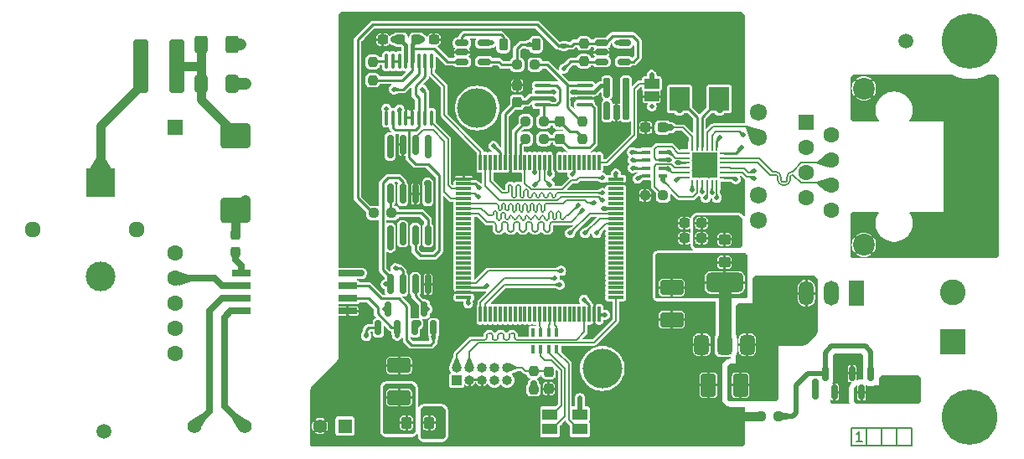
<source format=gbr>
G04 #@! TF.GenerationSoftware,KiCad,Pcbnew,8.0.1*
G04 #@! TF.CreationDate,2024-04-28T13:44:53+02:00*
G04 #@! TF.ProjectId,ETH1ISO224,45544831-4953-44f3-9232-342e6b696361,rev?*
G04 #@! TF.SameCoordinates,Original*
G04 #@! TF.FileFunction,Copper,L1,Top*
G04 #@! TF.FilePolarity,Positive*
%FSLAX46Y46*%
G04 Gerber Fmt 4.6, Leading zero omitted, Abs format (unit mm)*
G04 Created by KiCad (PCBNEW 8.0.1) date 2024-04-28 13:44:53*
%MOMM*%
%LPD*%
G01*
G04 APERTURE LIST*
G04 Aperture macros list*
%AMRoundRect*
0 Rectangle with rounded corners*
0 $1 Rounding radius*
0 $2 $3 $4 $5 $6 $7 $8 $9 X,Y pos of 4 corners*
0 Add a 4 corners polygon primitive as box body*
4,1,4,$2,$3,$4,$5,$6,$7,$8,$9,$2,$3,0*
0 Add four circle primitives for the rounded corners*
1,1,$1+$1,$2,$3*
1,1,$1+$1,$4,$5*
1,1,$1+$1,$6,$7*
1,1,$1+$1,$8,$9*
0 Add four rect primitives between the rounded corners*
20,1,$1+$1,$2,$3,$4,$5,0*
20,1,$1+$1,$4,$5,$6,$7,0*
20,1,$1+$1,$6,$7,$8,$9,0*
20,1,$1+$1,$8,$9,$2,$3,0*%
%AMFreePoly0*
4,1,29,0.178017,0.779942,0.347107,0.720775,0.498792,0.625465,0.625465,0.498792,0.720775,0.347107,0.779942,0.178017,0.800000,0.000000,0.779942,-0.178017,0.720775,-0.347107,0.625465,-0.498792,0.498792,-0.625465,0.347107,-0.720775,0.178017,-0.779942,0.000000,-0.800000,-0.178017,-0.779942,-0.347107,-0.720775,-0.498792,-0.625465,-0.625465,-0.498792,-0.720775,-0.347107,-0.779942,-0.178017,
-0.800000,0.000000,-0.779942,0.178017,-0.720775,0.347107,-0.625465,0.498792,-0.498792,0.625465,-0.347107,0.720775,-0.178017,0.779942,0.000000,0.800000,0.178017,0.779942,0.178017,0.779942,$1*%
G04 Aperture macros list end*
%ADD10C,0.200000*%
G04 #@! TA.AperFunction,NonConductor*
%ADD11C,0.200000*%
G04 #@! TD*
G04 #@! TA.AperFunction,SMDPad,CuDef*
%ADD12RoundRect,0.150000X-0.512500X-0.150000X0.512500X-0.150000X0.512500X0.150000X-0.512500X0.150000X0*%
G04 #@! TD*
G04 #@! TA.AperFunction,SMDPad,CuDef*
%ADD13RoundRect,0.237500X0.237500X-0.250000X0.237500X0.250000X-0.237500X0.250000X-0.237500X-0.250000X0*%
G04 #@! TD*
G04 #@! TA.AperFunction,SMDPad,CuDef*
%ADD14R,0.400000X0.900000*%
G04 #@! TD*
G04 #@! TA.AperFunction,SMDPad,CuDef*
%ADD15C,1.500000*%
G04 #@! TD*
G04 #@! TA.AperFunction,SMDPad,CuDef*
%ADD16R,0.900000X0.400000*%
G04 #@! TD*
G04 #@! TA.AperFunction,SMDPad,CuDef*
%ADD17RoundRect,0.250000X-0.400000X-0.625000X0.400000X-0.625000X0.400000X0.625000X-0.400000X0.625000X0*%
G04 #@! TD*
G04 #@! TA.AperFunction,ComponentPad*
%ADD18R,2.600000X2.600000*%
G04 #@! TD*
G04 #@! TA.AperFunction,ComponentPad*
%ADD19C,2.600000*%
G04 #@! TD*
G04 #@! TA.AperFunction,SMDPad,CuDef*
%ADD20R,2.000000X2.400000*%
G04 #@! TD*
G04 #@! TA.AperFunction,SMDPad,CuDef*
%ADD21RoundRect,0.250001X0.924999X-0.499999X0.924999X0.499999X-0.924999X0.499999X-0.924999X-0.499999X0*%
G04 #@! TD*
G04 #@! TA.AperFunction,SMDPad,CuDef*
%ADD22RoundRect,0.250000X0.275000X0.350000X-0.275000X0.350000X-0.275000X-0.350000X0.275000X-0.350000X0*%
G04 #@! TD*
G04 #@! TA.AperFunction,ComponentPad*
%ADD23C,4.000000*%
G04 #@! TD*
G04 #@! TA.AperFunction,SMDPad,CuDef*
%ADD24RoundRect,0.150000X0.150000X-0.587500X0.150000X0.587500X-0.150000X0.587500X-0.150000X-0.587500X0*%
G04 #@! TD*
G04 #@! TA.AperFunction,SMDPad,CuDef*
%ADD25R,1.500000X1.000000*%
G04 #@! TD*
G04 #@! TA.AperFunction,SMDPad,CuDef*
%ADD26RoundRect,0.162500X0.162500X-0.617500X0.162500X0.617500X-0.162500X0.617500X-0.162500X-0.617500X0*%
G04 #@! TD*
G04 #@! TA.AperFunction,ComponentPad*
%ADD27C,1.400000*%
G04 #@! TD*
G04 #@! TA.AperFunction,ComponentPad*
%ADD28R,1.400000X1.400000*%
G04 #@! TD*
G04 #@! TA.AperFunction,ComponentPad*
%ADD29C,1.600000*%
G04 #@! TD*
G04 #@! TA.AperFunction,ComponentPad*
%ADD30RoundRect,0.222222X-0.577778X0.577778X-0.577778X-0.577778X0.577778X-0.577778X0.577778X0.577778X0*%
G04 #@! TD*
G04 #@! TA.AperFunction,ComponentPad*
%ADD31R,1.000000X1.000000*%
G04 #@! TD*
G04 #@! TA.AperFunction,ComponentPad*
%ADD32O,1.000000X1.000000*%
G04 #@! TD*
G04 #@! TA.AperFunction,SMDPad,CuDef*
%ADD33R,1.500000X1.100000*%
G04 #@! TD*
G04 #@! TA.AperFunction,SMDPad,CuDef*
%ADD34RoundRect,0.237500X-0.300000X-0.237500X0.300000X-0.237500X0.300000X0.237500X-0.300000X0.237500X0*%
G04 #@! TD*
G04 #@! TA.AperFunction,ComponentPad*
%ADD35RoundRect,0.248000X0.552000X-0.552000X0.552000X0.552000X-0.552000X0.552000X-0.552000X-0.552000X0*%
G04 #@! TD*
G04 #@! TA.AperFunction,ComponentPad*
%ADD36C,1.720000*%
G04 #@! TD*
G04 #@! TA.AperFunction,ComponentPad*
%ADD37C,2.200000*%
G04 #@! TD*
G04 #@! TA.AperFunction,SMDPad,CuDef*
%ADD38RoundRect,0.150000X0.150000X-0.825000X0.150000X0.825000X-0.150000X0.825000X-0.150000X-0.825000X0*%
G04 #@! TD*
G04 #@! TA.AperFunction,SMDPad,CuDef*
%ADD39RoundRect,0.237500X-0.237500X0.300000X-0.237500X-0.300000X0.237500X-0.300000X0.237500X0.300000X0*%
G04 #@! TD*
G04 #@! TA.AperFunction,SMDPad,CuDef*
%ADD40RoundRect,0.250000X-0.350000X0.275000X-0.350000X-0.275000X0.350000X-0.275000X0.350000X0.275000X0*%
G04 #@! TD*
G04 #@! TA.AperFunction,SMDPad,CuDef*
%ADD41RoundRect,0.075000X-0.075000X0.725000X-0.075000X-0.725000X0.075000X-0.725000X0.075000X0.725000X0*%
G04 #@! TD*
G04 #@! TA.AperFunction,SMDPad,CuDef*
%ADD42RoundRect,0.075000X-0.725000X0.075000X-0.725000X-0.075000X0.725000X-0.075000X0.725000X0.075000X0*%
G04 #@! TD*
G04 #@! TA.AperFunction,SMDPad,CuDef*
%ADD43RoundRect,0.237500X0.300000X0.237500X-0.300000X0.237500X-0.300000X-0.237500X0.300000X-0.237500X0*%
G04 #@! TD*
G04 #@! TA.AperFunction,ComponentPad*
%ADD44R,1.500000X2.500000*%
G04 #@! TD*
G04 #@! TA.AperFunction,ComponentPad*
%ADD45O,1.500000X2.500000*%
G04 #@! TD*
G04 #@! TA.AperFunction,SMDPad,CuDef*
%ADD46RoundRect,0.237500X0.250000X0.237500X-0.250000X0.237500X-0.250000X-0.237500X0.250000X-0.237500X0*%
G04 #@! TD*
G04 #@! TA.AperFunction,SMDPad,CuDef*
%ADD47RoundRect,0.250000X-0.412500X-0.650000X0.412500X-0.650000X0.412500X0.650000X-0.412500X0.650000X0*%
G04 #@! TD*
G04 #@! TA.AperFunction,SMDPad,CuDef*
%ADD48RoundRect,0.237500X-0.237500X0.250000X-0.237500X-0.250000X0.237500X-0.250000X0.237500X0.250000X0*%
G04 #@! TD*
G04 #@! TA.AperFunction,SMDPad,CuDef*
%ADD49R,1.905000X0.640000*%
G04 #@! TD*
G04 #@! TA.AperFunction,WasherPad*
%ADD50FreePoly0,270.000000*%
G04 #@! TD*
G04 #@! TA.AperFunction,ComponentPad*
%ADD51R,3.000000X3.000000*%
G04 #@! TD*
G04 #@! TA.AperFunction,ComponentPad*
%ADD52C,3.000000*%
G04 #@! TD*
G04 #@! TA.AperFunction,SMDPad,CuDef*
%ADD53RoundRect,0.150000X-0.150000X0.587500X-0.150000X-0.587500X0.150000X-0.587500X0.150000X0.587500X0*%
G04 #@! TD*
G04 #@! TA.AperFunction,ComponentPad*
%ADD54C,5.600000*%
G04 #@! TD*
G04 #@! TA.AperFunction,SMDPad,CuDef*
%ADD55RoundRect,0.237500X-0.250000X-0.237500X0.250000X-0.237500X0.250000X0.237500X-0.250000X0.237500X0*%
G04 #@! TD*
G04 #@! TA.AperFunction,SMDPad,CuDef*
%ADD56RoundRect,0.237500X0.237500X-0.300000X0.237500X0.300000X-0.237500X0.300000X-0.237500X-0.300000X0*%
G04 #@! TD*
G04 #@! TA.AperFunction,SMDPad,CuDef*
%ADD57RoundRect,0.250001X0.499999X0.924999X-0.499999X0.924999X-0.499999X-0.924999X0.499999X-0.924999X0*%
G04 #@! TD*
G04 #@! TA.AperFunction,SMDPad,CuDef*
%ADD58RoundRect,0.375000X0.375000X-0.625000X0.375000X0.625000X-0.375000X0.625000X-0.375000X-0.625000X0*%
G04 #@! TD*
G04 #@! TA.AperFunction,SMDPad,CuDef*
%ADD59RoundRect,0.500000X1.400000X-0.500000X1.400000X0.500000X-1.400000X0.500000X-1.400000X-0.500000X0*%
G04 #@! TD*
G04 #@! TA.AperFunction,SMDPad,CuDef*
%ADD60RoundRect,0.225000X-0.225000X-0.375000X0.225000X-0.375000X0.225000X0.375000X-0.225000X0.375000X0*%
G04 #@! TD*
G04 #@! TA.AperFunction,SMDPad,CuDef*
%ADD61RoundRect,0.250001X-0.924999X0.499999X-0.924999X-0.499999X0.924999X-0.499999X0.924999X0.499999X0*%
G04 #@! TD*
G04 #@! TA.AperFunction,SMDPad,CuDef*
%ADD62RoundRect,0.062500X-0.062500X0.375000X-0.062500X-0.375000X0.062500X-0.375000X0.062500X0.375000X0*%
G04 #@! TD*
G04 #@! TA.AperFunction,SMDPad,CuDef*
%ADD63RoundRect,0.062500X-0.375000X0.062500X-0.375000X-0.062500X0.375000X-0.062500X0.375000X0.062500X0*%
G04 #@! TD*
G04 #@! TA.AperFunction,HeatsinkPad*
%ADD64C,0.500000*%
G04 #@! TD*
G04 #@! TA.AperFunction,HeatsinkPad*
%ADD65R,2.500000X2.500000*%
G04 #@! TD*
G04 #@! TA.AperFunction,SMDPad,CuDef*
%ADD66RoundRect,0.400000X0.400000X2.350000X-0.400000X2.350000X-0.400000X-2.350000X0.400000X-2.350000X0*%
G04 #@! TD*
G04 #@! TA.AperFunction,SMDPad,CuDef*
%ADD67RoundRect,0.100000X-0.712500X-0.100000X0.712500X-0.100000X0.712500X0.100000X-0.712500X0.100000X0*%
G04 #@! TD*
G04 #@! TA.AperFunction,SMDPad,CuDef*
%ADD68RoundRect,0.250000X-1.250000X1.000000X-1.250000X-1.000000X1.250000X-1.000000X1.250000X1.000000X0*%
G04 #@! TD*
G04 #@! TA.AperFunction,SMDPad,CuDef*
%ADD69RoundRect,0.100000X0.100000X-0.637500X0.100000X0.637500X-0.100000X0.637500X-0.100000X-0.637500X0*%
G04 #@! TD*
G04 #@! TA.AperFunction,ViaPad*
%ADD70C,0.500000*%
G04 #@! TD*
G04 #@! TA.AperFunction,Conductor*
%ADD71C,0.127000*%
G04 #@! TD*
G04 #@! TA.AperFunction,Conductor*
%ADD72C,0.254000*%
G04 #@! TD*
G04 #@! TA.AperFunction,Conductor*
%ADD73C,0.635000*%
G04 #@! TD*
G04 #@! TA.AperFunction,Conductor*
%ADD74C,0.381000*%
G04 #@! TD*
G04 #@! TA.AperFunction,Conductor*
%ADD75C,0.508000*%
G04 #@! TD*
G04 #@! TA.AperFunction,Conductor*
%ADD76C,1.016000*%
G04 #@! TD*
G04 #@! TA.AperFunction,Conductor*
%ADD77C,0.889000*%
G04 #@! TD*
G04 #@! TA.AperFunction,Conductor*
%ADD78C,1.143000*%
G04 #@! TD*
G04 #@! TA.AperFunction,Conductor*
%ADD79C,1.270000*%
G04 #@! TD*
G04 APERTURE END LIST*
D10*
D11*
X186086714Y-108910219D02*
X185515286Y-108910219D01*
X185801000Y-108910219D02*
X185801000Y-107910219D01*
X185801000Y-107910219D02*
X185705762Y-108053076D01*
X185705762Y-108053076D02*
X185610524Y-108148314D01*
X185610524Y-108148314D02*
X185515286Y-108195933D01*
D12*
G04 #@! TO.P,U208,1*
G04 #@! TO.N,Net-(U208--)*
X159771500Y-68646000D03*
G04 #@! TO.P,U208,2,V-*
G04 #@! TO.N,GND*
X159771500Y-69596000D03*
G04 #@! TO.P,U208,3,+*
G04 #@! TO.N,VCOM*
X159771500Y-70546000D03*
G04 #@! TO.P,U208,4,-*
G04 #@! TO.N,Net-(U208--)*
X162046500Y-70546000D03*
G04 #@! TO.P,U208,5,V+*
G04 #@! TO.N,+5VA*
X162046500Y-68646000D03*
G04 #@! TD*
D13*
G04 #@! TO.P,R214,1*
G04 #@! TO.N,VCOM*
X157988000Y-70508500D03*
G04 #@! TO.P,R214,2*
G04 #@! TO.N,Net-(U208--)*
X157988000Y-68683500D03*
G04 #@! TD*
D14*
G04 #@! TO.P,RN401,1,R1.1*
G04 #@! TO.N,/MCU/LED_RED*
X155251000Y-97956000D03*
G04 #@! TO.P,RN401,2,R2.1*
G04 #@! TO.N,/MCU/LED_GREEN*
X154451000Y-97956000D03*
G04 #@! TO.P,RN401,3,R3.1*
G04 #@! TO.N,/MCU/LED_BLUE*
X153651000Y-97956000D03*
G04 #@! TO.P,RN401,4,R4.1*
G04 #@! TO.N,unconnected-(RN401-R4.1-Pad4)*
X152851000Y-97956000D03*
G04 #@! TO.P,RN401,5,R4.2*
G04 #@! TO.N,unconnected-(RN401-R4.2-Pad5)*
X152851000Y-99656000D03*
G04 #@! TO.P,RN401,6,R3.2*
G04 #@! TO.N,Net-(D401-BK)*
X153651000Y-99656000D03*
G04 #@! TO.P,RN401,7,R2.2*
G04 #@! TO.N,Net-(D401-GK)*
X154451000Y-99656000D03*
G04 #@! TO.P,RN401,8,R1.2*
G04 #@! TO.N,Net-(D401-RK)*
X155251000Y-99656000D03*
G04 #@! TD*
D15*
G04 #@! TO.P,FID103,*
G04 #@! TO.N,*
X190500000Y-68453000D03*
G04 #@! TD*
D16*
G04 #@! TO.P,RN501,1,R1.1*
G04 #@! TO.N,/Ethernet/RMII_RXD0*
X164250000Y-79699000D03*
G04 #@! TO.P,RN501,2,R2.1*
G04 #@! TO.N,/Ethernet/RMII_RXD1*
X164250000Y-80499000D03*
G04 #@! TO.P,RN501,3,R3.1*
G04 #@! TO.N,/Ethernet/RMII_CRS_DV*
X164250000Y-81299000D03*
G04 #@! TO.P,RN501,4,R4.1*
G04 #@! TO.N,/Ethernet/REF_CLK*
X164250000Y-82099000D03*
G04 #@! TO.P,RN501,5,R4.2*
G04 #@! TO.N,/Ethernet/REFCLK0*
X165950000Y-82099000D03*
G04 #@! TO.P,RN501,6,R3.2*
G04 #@! TO.N,/Ethernet/MODE2*
X165950000Y-81299000D03*
G04 #@! TO.P,RN501,7,R2.2*
G04 #@! TO.N,/Ethernet/MODE1*
X165950000Y-80499000D03*
G04 #@! TO.P,RN501,8,R1.2*
G04 #@! TO.N,/Ethernet/MODE0*
X165950000Y-79699000D03*
G04 #@! TD*
D17*
G04 #@! TO.P,R204,1*
G04 #@! TO.N,Net-(C201-Pad1)*
X119354000Y-68834000D03*
G04 #@! TO.P,R204,2*
G04 #@! TO.N,Net-(R204-Pad2)*
X122454000Y-68834000D03*
G04 #@! TD*
D18*
G04 #@! TO.P,J301,1,Pin_1*
G04 #@! TO.N,Net-(J301-Pin_1)*
X195250000Y-98893000D03*
D19*
G04 #@! TO.P,J301,2,Pin_2*
G04 #@! TO.N,GND*
X195250000Y-93893000D03*
G04 #@! TD*
D20*
G04 #@! TO.P,Y501,1,1*
G04 #@! TO.N,Net-(U501-XTAL2)*
X171672000Y-74295000D03*
G04 #@! TO.P,Y501,2,2*
G04 #@! TO.N,Net-(U501-XTAL1{slash}CLKIN)*
X167672000Y-74295000D03*
G04 #@! TD*
D21*
G04 #@! TO.P,C219,1*
G04 #@! TO.N,+5VA*
X139319000Y-104495000D03*
G04 #@! TO.P,C219,2*
G04 #@! TO.N,GND*
X139319000Y-101245000D03*
G04 #@! TD*
D22*
G04 #@! TO.P,FB201,2*
G04 #@! TO.N,+5VA*
X140074000Y-107061000D03*
G04 #@! TO.P,FB201,1*
G04 #@! TO.N,+5V*
X142374000Y-107061000D03*
G04 #@! TD*
D23*
G04 #@! TO.P,HS101,1*
G04 #@! TO.N,N/C*
X159863000Y-101552000D03*
X147223000Y-75232000D03*
G04 #@! TD*
D24*
G04 #@! TO.P,Q302,1,B*
G04 #@! TO.N,Net-(D302-K)*
X181422000Y-103934500D03*
G04 #@! TO.P,Q302,2,E*
G04 #@! TO.N,Net-(D301-K)*
X183322000Y-103934500D03*
G04 #@! TO.P,Q302,3,C*
G04 #@! TO.N,Net-(D301-A)*
X182372000Y-102059500D03*
G04 #@! TD*
D25*
G04 #@! TO.P,JP401,1,A*
G04 #@! TO.N,/MCU/MCU_DEF*
X164846000Y-72756000D03*
G04 #@! TO.P,JP401,2,B*
G04 #@! TO.N,GND*
X164846000Y-74056000D03*
G04 #@! TD*
D26*
G04 #@! TO.P,U402,1,Vbias*
G04 #@! TO.N,VCOM*
X160340000Y-75645000D03*
G04 #@! TO.P,U402,2,GND*
G04 #@! TO.N,GND*
X161290000Y-75645000D03*
G04 #@! TO.P,U402,3,EN*
G04 #@! TO.N,+5VA*
X162240000Y-75645000D03*
G04 #@! TO.P,U402,4,Vin*
X162240000Y-72945000D03*
G04 #@! TO.P,U402,5,Vref*
G04 #@! TO.N,+3.3VADC*
X160340000Y-72945000D03*
G04 #@! TD*
D15*
G04 #@! TO.P,FID101,*
G04 #@! TO.N,*
X109474000Y-107950000D03*
G04 #@! TD*
D27*
G04 #@! TO.P,U202,7,+Vout*
G04 #@! TO.N,+15V*
X118618000Y-107366000D03*
G04 #@! TO.P,U202,5,-Vout*
G04 #@! TO.N,GND1*
X123698000Y-107366000D03*
G04 #@! TO.P,U202,2,-Vin*
G04 #@! TO.N,GND*
X131318000Y-107366000D03*
D28*
G04 #@! TO.P,U202,1,+Vin*
G04 #@! TO.N,+5VA*
X133858000Y-107366000D03*
G04 #@! TD*
D29*
G04 #@! TO.P,RN201,6,R5*
G04 #@! TO.N,GND1*
X116713000Y-100076000D03*
G04 #@! TO.P,RN201,5,R4*
G04 #@! TO.N,unconnected-(RN201-R4-Pad5)*
X116713000Y-97536000D03*
G04 #@! TO.P,RN201,4,R3*
G04 #@! TO.N,unconnected-(RN201-R3-Pad4)*
X116713000Y-94996000D03*
G04 #@! TO.P,RN201,3,R2*
G04 #@! TO.N,Net-(RN201-R2)*
X116713000Y-92456000D03*
G04 #@! TO.P,RN201,2,R1*
G04 #@! TO.N,unconnected-(RN201-R1-Pad2)*
X116713000Y-89916000D03*
D30*
G04 #@! TO.P,RN201,1,common*
G04 #@! TO.N,Net-(RN201-common)*
X116713000Y-77216000D03*
G04 #@! TD*
D31*
G04 #@! TO.P,J401,1,Pin_1*
G04 #@! TO.N,+3.3V*
X145151000Y-102733000D03*
D32*
G04 #@! TO.P,J401,2,Pin_2*
G04 #@! TO.N,/MCU/TMS_SWDIO*
X145151000Y-101463000D03*
G04 #@! TO.P,J401,3,Pin_3*
G04 #@! TO.N,GND*
X146421000Y-102733000D03*
G04 #@! TO.P,J401,4,Pin_4*
G04 #@! TO.N,/MCU/TCK_SWCLK*
X146421000Y-101463000D03*
G04 #@! TO.P,J401,5,Pin_5*
G04 #@! TO.N,GND*
X147691000Y-102733000D03*
G04 #@! TO.P,J401,6,Pin_6*
G04 #@! TO.N,unconnected-(J401-Pin_6-Pad6)*
X147691000Y-101463000D03*
G04 #@! TO.P,J401,7,Pin_7*
G04 #@! TO.N,unconnected-(J401-Pin_7-Pad7)*
X148961000Y-102733000D03*
G04 #@! TO.P,J401,8,Pin_8*
G04 #@! TO.N,unconnected-(J401-Pin_8-Pad8)*
X148961000Y-101463000D03*
G04 #@! TO.P,J401,9,Pin_9*
G04 #@! TO.N,unconnected-(J401-Pin_9-Pad9)*
X150231000Y-102733000D03*
G04 #@! TO.P,J401,10,Pin_10*
G04 #@! TO.N,/MCU/NRST*
X150231000Y-101463000D03*
G04 #@! TD*
D33*
G04 #@! TO.P,D401,1,RK*
G04 #@! TO.N,Net-(D401-RK)*
X157583000Y-107684000D03*
G04 #@! TO.P,D401,2,GK*
G04 #@! TO.N,Net-(D401-GK)*
X154583000Y-107684000D03*
G04 #@! TO.P,D401,3,BK*
G04 #@! TO.N,Net-(D401-BK)*
X154583000Y-106184000D03*
G04 #@! TO.P,D401,4,A*
G04 #@! TO.N,+3.3V*
X157583000Y-106184000D03*
G04 #@! TD*
D34*
G04 #@! TO.P,C216,1*
G04 #@! TO.N,+3.3V*
X141123500Y-68326000D03*
G04 #@! TO.P,C216,2*
G04 #@! TO.N,GND*
X142848500Y-68326000D03*
G04 #@! TD*
D35*
G04 #@! TO.P,J501,1,TD+*
G04 #@! TO.N,/Ethernet/ETH_TXP*
X180452000Y-76708000D03*
D29*
G04 #@! TO.P,J501,2,TCT*
G04 #@! TO.N,VCCQ*
X182992000Y-77978000D03*
G04 #@! TO.P,J501,3,TD-*
G04 #@! TO.N,/Ethernet/ETH_TXN*
X180452000Y-79248000D03*
G04 #@! TO.P,J501,4,RD+*
G04 #@! TO.N,/Ethernet/ETH_RXP*
X182992000Y-80518000D03*
G04 #@! TO.P,J501,5,RCT*
G04 #@! TO.N,VCCQ*
X180452000Y-81788000D03*
G04 #@! TO.P,J501,6,RD-*
G04 #@! TO.N,/Ethernet/ETH_RXN*
X182992000Y-83058000D03*
G04 #@! TO.P,J501,7,NC*
G04 #@! TO.N,unconnected-(J501-NC-Pad7)*
X180452000Y-84328000D03*
G04 #@! TO.P,J501,8*
G04 #@! TO.N,Earth*
X182992000Y-85598000D03*
D36*
G04 #@! TO.P,J501,9*
G04 #@! TO.N,Net-(J501-Pad9)*
X175622000Y-75688000D03*
G04 #@! TO.P,J501,10*
G04 #@! TO.N,/Ethernet/LED1*
X175622000Y-78228000D03*
G04 #@! TO.P,J501,11*
G04 #@! TO.N,Net-(J501-Pad11)*
X175622000Y-84078000D03*
G04 #@! TO.P,J501,12*
G04 #@! TO.N,/Ethernet/LED2*
X175622000Y-86618000D03*
D37*
G04 #@! TO.P,J501,SH*
G04 #@! TO.N,Earth*
X186292000Y-73253000D03*
X186292000Y-89053000D03*
G04 #@! TD*
D13*
G04 #@! TO.P,R405,1*
G04 #@! TO.N,+3.3V*
X152908000Y-103655500D03*
G04 #@! TO.P,R405,2*
G04 #@! TO.N,/MCU/NRST*
X152908000Y-101830500D03*
G04 #@! TD*
D38*
G04 #@! TO.P,U203,1*
G04 #@! TO.N,Net-(U205B-+)*
X138430000Y-83882000D03*
G04 #@! TO.P,U203,2*
G04 #@! TO.N,Net-(C209-Pad2)*
X139700000Y-83882000D03*
G04 #@! TO.P,U203,3,GND*
G04 #@! TO.N,GND*
X140970000Y-83882000D03*
G04 #@! TO.P,U203,4,V+*
G04 #@! TO.N,+5VA*
X142240000Y-83882000D03*
G04 #@! TO.P,U203,5,VL*
G04 #@! TO.N,+3.3V*
X142240000Y-78932000D03*
G04 #@! TO.P,U203,6*
G04 #@! TO.N,/Analog/MCU_ZOFFS*
X140970000Y-78932000D03*
G04 #@! TO.P,U203,7,V-*
G04 #@! TO.N,GND*
X139700000Y-78932000D03*
G04 #@! TO.P,U203,8*
G04 #@! TO.N,Net-(R213-Pad1)*
X138430000Y-78932000D03*
G04 #@! TD*
D39*
G04 #@! TO.P,C415,1*
G04 #@! TO.N,/MCU/NRST*
X154432000Y-101880500D03*
G04 #@! TO.P,C415,2*
G04 #@! TO.N,GND*
X154432000Y-103605500D03*
G04 #@! TD*
D40*
G04 #@! TO.P,FB501,1*
G04 #@! TO.N,VCCQ*
X172212000Y-88512000D03*
G04 #@! TO.P,FB501,2*
G04 #@! TO.N,+3.3V*
X172212000Y-90812000D03*
G04 #@! TD*
D39*
G04 #@! TO.P,C205,1*
G04 #@! TO.N,GND1*
X122809000Y-88037500D03*
G04 #@! TO.P,C205,2*
G04 #@! TO.N,Net-(U201-VCP)*
X122809000Y-89762500D03*
G04 #@! TD*
D12*
G04 #@! TO.P,U207,5,V+*
G04 #@! TO.N,+5VA*
X147949500Y-68646000D03*
G04 #@! TO.P,U207,4,-*
G04 #@! TO.N,Net-(D201-A)*
X147949500Y-70546000D03*
G04 #@! TO.P,U207,3,+*
G04 #@! TO.N,+3.3V*
X145674500Y-70546000D03*
G04 #@! TO.P,U207,2,V-*
G04 #@! TO.N,GND*
X145674500Y-69596000D03*
G04 #@! TO.P,U207,1*
G04 #@! TO.N,Net-(D201-K)*
X145674500Y-68646000D03*
G04 #@! TD*
D41*
G04 #@! TO.P,U403,1,PE2*
G04 #@! TO.N,/MCU/MCU_DEF*
X159543000Y-80717000D03*
G04 #@! TO.P,U403,2,PE3*
G04 #@! TO.N,unconnected-(U403-PE3-Pad2)*
X159043000Y-80717000D03*
G04 #@! TO.P,U403,3,PE4*
G04 #@! TO.N,unconnected-(U403-PE4-Pad3)*
X158543000Y-80717000D03*
G04 #@! TO.P,U403,4,PE5*
G04 #@! TO.N,unconnected-(U403-PE5-Pad4)*
X158043000Y-80717000D03*
G04 #@! TO.P,U403,5,PE6*
G04 #@! TO.N,unconnected-(U403-PE6-Pad5)*
X157543000Y-80717000D03*
G04 #@! TO.P,U403,6,VBAT*
G04 #@! TO.N,+3.3V*
X157043000Y-80717000D03*
G04 #@! TO.P,U403,7,PC13*
G04 #@! TO.N,unconnected-(U403-PC13-Pad7)*
X156543000Y-80717000D03*
G04 #@! TO.P,U403,8,PC14*
G04 #@! TO.N,unconnected-(U403-PC14-Pad8)*
X156043000Y-80717000D03*
G04 #@! TO.P,U403,9,PC15*
G04 #@! TO.N,unconnected-(U403-PC15-Pad9)*
X155543000Y-80717000D03*
G04 #@! TO.P,U403,10,VSS*
G04 #@! TO.N,GND*
X155043000Y-80717000D03*
G04 #@! TO.P,U403,11,VDD*
G04 #@! TO.N,+3.3V*
X154543000Y-80717000D03*
G04 #@! TO.P,U403,12,PH0*
G04 #@! TO.N,Net-(U403-PH0)*
X154043000Y-80717000D03*
G04 #@! TO.P,U403,13,PH1*
G04 #@! TO.N,Net-(U403-PH1)*
X153543000Y-80717000D03*
G04 #@! TO.P,U403,14,NRST*
G04 #@! TO.N,/MCU/NRST*
X153043000Y-80717000D03*
G04 #@! TO.P,U403,15,PC0*
G04 #@! TO.N,unconnected-(U403-PC0-Pad15)*
X152543000Y-80717000D03*
G04 #@! TO.P,U403,16,PC1*
G04 #@! TO.N,/Ethernet/RMII_MDC*
X152043000Y-80717000D03*
G04 #@! TO.P,U403,17,PC2_C*
G04 #@! TO.N,/MCU/VOUTN*
X151543000Y-80717000D03*
G04 #@! TO.P,U403,18,PC3_C*
G04 #@! TO.N,/MCU/VOUTP*
X151043000Y-80717000D03*
G04 #@! TO.P,U403,19,VSSA*
G04 #@! TO.N,GND*
X150543000Y-80717000D03*
G04 #@! TO.P,U403,20,VREF+*
G04 #@! TO.N,+3.3VADC*
X150043000Y-80717000D03*
G04 #@! TO.P,U403,21,VDDA*
G04 #@! TO.N,VDDA*
X149543000Y-80717000D03*
G04 #@! TO.P,U403,22,PA0*
G04 #@! TO.N,unconnected-(U403-PA0-Pad22)*
X149043000Y-80717000D03*
G04 #@! TO.P,U403,23,PA1*
G04 #@! TO.N,/Ethernet/REF_CLK*
X148543000Y-80717000D03*
G04 #@! TO.P,U403,24,PA2*
G04 #@! TO.N,/Ethernet/RMII_MDIO*
X148043000Y-80717000D03*
G04 #@! TO.P,U403,25,PA3*
G04 #@! TO.N,/Analog/MCU_G100*
X147543000Y-80717000D03*
D42*
G04 #@! TO.P,U403,26,VSS*
G04 #@! TO.N,GND*
X145868000Y-82392000D03*
G04 #@! TO.P,U403,27,VDD*
G04 #@! TO.N,+3.3V*
X145868000Y-82892000D03*
G04 #@! TO.P,U403,28,PA4*
G04 #@! TO.N,/Analog/MCU_G10*
X145868000Y-83392000D03*
G04 #@! TO.P,U403,29,PA5*
G04 #@! TO.N,/Analog/MCU_G1*
X145868000Y-83892000D03*
G04 #@! TO.P,U403,30,PA6*
G04 #@! TO.N,/Analog/MCU_ZOFFS*
X145868000Y-84392000D03*
G04 #@! TO.P,U403,31,PA7*
G04 #@! TO.N,/Ethernet/RMII_CRS_DV*
X145868000Y-84892000D03*
G04 #@! TO.P,U403,32,PC4*
G04 #@! TO.N,/Ethernet/RMII_RXD0*
X145868000Y-85392000D03*
G04 #@! TO.P,U403,33,PC5*
G04 #@! TO.N,/Ethernet/RMII_RXD1*
X145868000Y-85892000D03*
G04 #@! TO.P,U403,34,PB0*
G04 #@! TO.N,unconnected-(U403-PB0-Pad34)*
X145868000Y-86392000D03*
G04 #@! TO.P,U403,35,PB1*
G04 #@! TO.N,unconnected-(U403-PB1-Pad35)*
X145868000Y-86892000D03*
G04 #@! TO.P,U403,36,PB2*
G04 #@! TO.N,unconnected-(U403-PB2-Pad36)*
X145868000Y-87392000D03*
G04 #@! TO.P,U403,37,PE7*
G04 #@! TO.N,unconnected-(U403-PE7-Pad37)*
X145868000Y-87892000D03*
G04 #@! TO.P,U403,38,PE8*
G04 #@! TO.N,unconnected-(U403-PE8-Pad38)*
X145868000Y-88392000D03*
G04 #@! TO.P,U403,39,PE9*
G04 #@! TO.N,unconnected-(U403-PE9-Pad39)*
X145868000Y-88892000D03*
G04 #@! TO.P,U403,40,PE10*
G04 #@! TO.N,unconnected-(U403-PE10-Pad40)*
X145868000Y-89392000D03*
G04 #@! TO.P,U403,41,PE11*
G04 #@! TO.N,unconnected-(U403-PE11-Pad41)*
X145868000Y-89892000D03*
G04 #@! TO.P,U403,42,PE12*
G04 #@! TO.N,unconnected-(U403-PE12-Pad42)*
X145868000Y-90392000D03*
G04 #@! TO.P,U403,43,PE13*
G04 #@! TO.N,unconnected-(U403-PE13-Pad43)*
X145868000Y-90892000D03*
G04 #@! TO.P,U403,44,PE14*
G04 #@! TO.N,unconnected-(U403-PE14-Pad44)*
X145868000Y-91392000D03*
G04 #@! TO.P,U403,45,PE15*
G04 #@! TO.N,unconnected-(U403-PE15-Pad45)*
X145868000Y-91892000D03*
G04 #@! TO.P,U403,46,PB10*
G04 #@! TO.N,unconnected-(U403-PB10-Pad46)*
X145868000Y-92392000D03*
G04 #@! TO.P,U403,47,PB11*
G04 #@! TO.N,/Ethernet/RMII_TXEN*
X145868000Y-92892000D03*
G04 #@! TO.P,U403,48,VCAP*
G04 #@! TO.N,Net-(C419-Pad1)*
X145868000Y-93392000D03*
G04 #@! TO.P,U403,49,VSS*
G04 #@! TO.N,GND*
X145868000Y-93892000D03*
G04 #@! TO.P,U403,50,VDD*
G04 #@! TO.N,+3.3V*
X145868000Y-94392000D03*
D41*
G04 #@! TO.P,U403,51,PB12*
G04 #@! TO.N,/Ethernet/RMII_TXD0*
X147543000Y-96067000D03*
G04 #@! TO.P,U403,52,PB13*
G04 #@! TO.N,/Ethernet/RMII_TXD1*
X148043000Y-96067000D03*
G04 #@! TO.P,U403,53,PB14*
G04 #@! TO.N,unconnected-(U403-PB14-Pad53)*
X148543000Y-96067000D03*
G04 #@! TO.P,U403,54,PB15*
G04 #@! TO.N,unconnected-(U403-PB15-Pad54)*
X149043000Y-96067000D03*
G04 #@! TO.P,U403,55,PD8*
G04 #@! TO.N,unconnected-(U403-PD8-Pad55)*
X149543000Y-96067000D03*
G04 #@! TO.P,U403,56,PD9*
G04 #@! TO.N,unconnected-(U403-PD9-Pad56)*
X150043000Y-96067000D03*
G04 #@! TO.P,U403,57,PD10*
G04 #@! TO.N,unconnected-(U403-PD10-Pad57)*
X150543000Y-96067000D03*
G04 #@! TO.P,U403,58,PD11*
G04 #@! TO.N,unconnected-(U403-PD11-Pad58)*
X151043000Y-96067000D03*
G04 #@! TO.P,U403,59,PD12*
G04 #@! TO.N,unconnected-(U403-PD12-Pad59)*
X151543000Y-96067000D03*
G04 #@! TO.P,U403,60,PD13*
G04 #@! TO.N,unconnected-(U403-PD13-Pad60)*
X152043000Y-96067000D03*
G04 #@! TO.P,U403,61,PD14*
G04 #@! TO.N,unconnected-(U403-PD14-Pad61)*
X152543000Y-96067000D03*
G04 #@! TO.P,U403,62,PD15*
G04 #@! TO.N,unconnected-(U403-PD15-Pad62)*
X153043000Y-96067000D03*
G04 #@! TO.P,U403,63,PC6*
G04 #@! TO.N,/MCU/LED_BLUE*
X153543000Y-96067000D03*
G04 #@! TO.P,U403,64,PC7*
G04 #@! TO.N,unconnected-(U403-PC7-Pad64)*
X154043000Y-96067000D03*
G04 #@! TO.P,U403,65,PC8*
G04 #@! TO.N,/MCU/LED_GREEN*
X154543000Y-96067000D03*
G04 #@! TO.P,U403,66,PC9*
G04 #@! TO.N,/MCU/LED_RED*
X155043000Y-96067000D03*
G04 #@! TO.P,U403,67,PA8*
G04 #@! TO.N,unconnected-(U403-PA8-Pad67)*
X155543000Y-96067000D03*
G04 #@! TO.P,U403,68,PA9*
G04 #@! TO.N,unconnected-(U403-PA9-Pad68)*
X156043000Y-96067000D03*
G04 #@! TO.P,U403,69,PA10*
G04 #@! TO.N,unconnected-(U403-PA10-Pad69)*
X156543000Y-96067000D03*
G04 #@! TO.P,U403,70,PA11*
G04 #@! TO.N,unconnected-(U403-PA11-Pad70)*
X157043000Y-96067000D03*
G04 #@! TO.P,U403,71,PA12*
G04 #@! TO.N,unconnected-(U403-PA12-Pad71)*
X157543000Y-96067000D03*
G04 #@! TO.P,U403,72,PA13*
G04 #@! TO.N,/MCU/TMS_SWDIO*
X158043000Y-96067000D03*
G04 #@! TO.P,U403,73,VCAP*
G04 #@! TO.N,Net-(C420-Pad1)*
X158543000Y-96067000D03*
G04 #@! TO.P,U403,74,VSS*
G04 #@! TO.N,GND*
X159043000Y-96067000D03*
G04 #@! TO.P,U403,75,VDD*
G04 #@! TO.N,+3.3V*
X159543000Y-96067000D03*
D42*
G04 #@! TO.P,U403,76,PA14*
G04 #@! TO.N,/MCU/TCK_SWCLK*
X161218000Y-94392000D03*
G04 #@! TO.P,U403,77,PA15*
G04 #@! TO.N,unconnected-(U403-PA15-Pad77)*
X161218000Y-93892000D03*
G04 #@! TO.P,U403,78,PC10*
G04 #@! TO.N,unconnected-(U403-PC10-Pad78)*
X161218000Y-93392000D03*
G04 #@! TO.P,U403,79,PC11*
G04 #@! TO.N,unconnected-(U403-PC11-Pad79)*
X161218000Y-92892000D03*
G04 #@! TO.P,U403,80,PC12*
G04 #@! TO.N,unconnected-(U403-PC12-Pad80)*
X161218000Y-92392000D03*
G04 #@! TO.P,U403,81,PD0*
G04 #@! TO.N,unconnected-(U403-PD0-Pad81)*
X161218000Y-91892000D03*
G04 #@! TO.P,U403,82,PD1*
G04 #@! TO.N,unconnected-(U403-PD1-Pad82)*
X161218000Y-91392000D03*
G04 #@! TO.P,U403,83,PD2*
G04 #@! TO.N,unconnected-(U403-PD2-Pad83)*
X161218000Y-90892000D03*
G04 #@! TO.P,U403,84,PD3*
G04 #@! TO.N,unconnected-(U403-PD3-Pad84)*
X161218000Y-90392000D03*
G04 #@! TO.P,U403,85,PD4*
G04 #@! TO.N,unconnected-(U403-PD4-Pad85)*
X161218000Y-89892000D03*
G04 #@! TO.P,U403,86,PD5*
G04 #@! TO.N,unconnected-(U403-PD5-Pad86)*
X161218000Y-89392000D03*
G04 #@! TO.P,U403,87,PD6*
G04 #@! TO.N,unconnected-(U403-PD6-Pad87)*
X161218000Y-88892000D03*
G04 #@! TO.P,U403,88,PD7*
G04 #@! TO.N,unconnected-(U403-PD7-Pad88)*
X161218000Y-88392000D03*
G04 #@! TO.P,U403,89,PB3*
G04 #@! TO.N,unconnected-(U403-PB3-Pad89)*
X161218000Y-87892000D03*
G04 #@! TO.P,U403,90,PB4*
G04 #@! TO.N,unconnected-(U403-PB4-Pad90)*
X161218000Y-87392000D03*
G04 #@! TO.P,U403,91,PB5*
G04 #@! TO.N,/MCU/EEPROM_nWP*
X161218000Y-86892000D03*
G04 #@! TO.P,U403,92,PB6*
G04 #@! TO.N,/MCU/I2C1_SCL*
X161218000Y-86392000D03*
G04 #@! TO.P,U403,93,PB7*
G04 #@! TO.N,/MCU/I2C1_SDA*
X161218000Y-85892000D03*
G04 #@! TO.P,U403,94,BOOT0*
G04 #@! TO.N,Net-(U403-BOOT0)*
X161218000Y-85392000D03*
G04 #@! TO.P,U403,95,PB8*
G04 #@! TO.N,unconnected-(U403-PB8-Pad95)*
X161218000Y-84892000D03*
G04 #@! TO.P,U403,96,PB9*
G04 #@! TO.N,unconnected-(U403-PB9-Pad96)*
X161218000Y-84392000D03*
G04 #@! TO.P,U403,97,PE0*
G04 #@! TO.N,unconnected-(U403-PE0-Pad97)*
X161218000Y-83892000D03*
G04 #@! TO.P,U403,98,PE1*
G04 #@! TO.N,unconnected-(U403-PE1-Pad98)*
X161218000Y-83392000D03*
G04 #@! TO.P,U403,99,VSS*
G04 #@! TO.N,GND*
X161218000Y-82892000D03*
G04 #@! TO.P,U403,100,VDD*
G04 #@! TO.N,+3.3V*
X161218000Y-82392000D03*
G04 #@! TD*
D43*
G04 #@! TO.P,C503,1*
G04 #@! TO.N,Net-(U501-VDDCR)*
X165962500Y-77216000D03*
G04 #@! TO.P,C503,2*
G04 #@! TO.N,GND*
X164237500Y-77216000D03*
G04 #@! TD*
D44*
G04 #@! TO.P,U301,1,Vin*
G04 #@! TO.N,Net-(D301-K)*
X185566500Y-93948500D03*
D45*
G04 #@! TO.P,U301,2,GND*
G04 #@! TO.N,GND*
X183026500Y-93948500D03*
G04 #@! TO.P,U301,3,Vout*
G04 #@! TO.N,+5V*
X180486500Y-93948500D03*
G04 #@! TD*
D46*
G04 #@! TO.P,R403,1*
G04 #@! TO.N,Net-(U401--IN1)*
X153947500Y-76581000D03*
G04 #@! TO.P,R403,2*
G04 #@! TO.N,/MCU/VOUTP*
X152122500Y-76581000D03*
G04 #@! TD*
D47*
G04 #@! TO.P,C201,1*
G04 #@! TO.N,Net-(C201-Pad1)*
X119341500Y-72771000D03*
G04 #@! TO.P,C201,2*
G04 #@! TO.N,GND1*
X122466500Y-72771000D03*
G04 #@! TD*
D48*
G04 #@! TO.P,R220,1*
G04 #@! TO.N,Net-(R220-Pad1)*
X136652000Y-70588500D03*
G04 #@! TO.P,R220,2*
G04 #@! TO.N,+3.3V*
X136652000Y-72413500D03*
G04 #@! TD*
D39*
G04 #@! TO.P,C413,1*
G04 #@! TO.N,Net-(U401--IN1)*
X155575000Y-76607500D03*
G04 #@! TO.P,C413,2*
G04 #@! TO.N,Net-(U401-OUT2)*
X155575000Y-78332500D03*
G04 #@! TD*
D49*
G04 #@! TO.P,U201,1,VCP*
G04 #@! TO.N,Net-(U201-VCP)*
X123430500Y-91948000D03*
G04 #@! TO.P,U201,2,IN*
G04 #@! TO.N,Net-(RN201-R2)*
X123430500Y-93218000D03*
G04 #@! TO.P,U201,3,VDD1*
G04 #@! TO.N,+15V*
X123430500Y-94488000D03*
G04 #@! TO.P,U201,4,GND1*
G04 #@! TO.N,GND1*
X123430500Y-95758000D03*
G04 #@! TO.P,U201,5,GND2*
G04 #@! TO.N,GND*
X134125500Y-95758000D03*
G04 #@! TO.P,U201,6,OUT-*
G04 #@! TO.N,Net-(U201-OUT-)*
X134125500Y-94488000D03*
G04 #@! TO.P,U201,7,OUT+*
G04 #@! TO.N,Net-(U201-OUT+)*
X134125500Y-93218000D03*
G04 #@! TO.P,U201,8,VDD2*
G04 #@! TO.N,+5VA*
X134125500Y-91948000D03*
G04 #@! TD*
D50*
G04 #@! TO.P,J201,*
G04 #@! TO.N,*
X112770000Y-87500000D03*
X102270000Y-87500000D03*
D51*
G04 #@! TO.P,J201,1,Pin_1*
G04 #@! TO.N,Net-(J201-Pin_1)*
X109170000Y-82740000D03*
D52*
G04 #@! TO.P,J201,2,Pin_2*
G04 #@! TO.N,GND1*
X109170000Y-92260000D03*
G04 #@! TD*
D53*
G04 #@! TO.P,Q301,1,G*
G04 #@! TO.N,Net-(D301-A)*
X187005000Y-102059500D03*
G04 #@! TO.P,Q301,2,S*
G04 #@! TO.N,Net-(D301-K)*
X185105000Y-102059500D03*
G04 #@! TO.P,Q301,3,D*
G04 #@! TO.N,Net-(Q301-D)*
X186055000Y-103934500D03*
G04 #@! TD*
D54*
G04 #@! TO.P,H104,1*
G04 #@! TO.N,N/C*
X197000000Y-106500000D03*
G04 #@! TD*
D24*
G04 #@! TO.P,RN202,1*
G04 #@! TO.N,VCOM*
X140909000Y-97434000D03*
G04 #@! TO.P,RN202,2*
G04 #@! TO.N,Net-(U201-OUT+)*
X142809000Y-97434000D03*
G04 #@! TO.P,RN202,3*
G04 #@! TO.N,Net-(U205A-+)*
X141859000Y-95559000D03*
G04 #@! TD*
D55*
G04 #@! TO.P,R219,1*
G04 #@! TO.N,Net-(D201-A)*
X151233500Y-70866000D03*
G04 #@! TO.P,R219,2*
G04 #@! TO.N,/Analog/VOUT*
X153058500Y-70866000D03*
G04 #@! TD*
D43*
G04 #@! TO.P,C213,1*
G04 #@! TO.N,+5VA*
X139419500Y-68326000D03*
G04 #@! TO.P,C213,2*
G04 #@! TO.N,GND*
X137694500Y-68326000D03*
G04 #@! TD*
D46*
G04 #@! TO.P,R215,1*
G04 #@! TO.N,Net-(U205B-+)*
X138580500Y-85852000D03*
G04 #@! TO.P,R215,2*
G04 #@! TO.N,Net-(U208--)*
X136755500Y-85852000D03*
G04 #@! TD*
D56*
G04 #@! TO.P,C407,1*
G04 #@! TO.N,+3.3VADC*
X151257000Y-74649500D03*
G04 #@! TO.P,C407,2*
G04 #@! TO.N,GND*
X151257000Y-72924500D03*
G04 #@! TD*
D54*
G04 #@! TO.P,H103,1*
G04 #@! TO.N,N/C*
X197000000Y-68500000D03*
G04 #@! TD*
D57*
G04 #@! TO.P,C303,1*
G04 #@! TO.N,+5V*
X173837000Y-103251000D03*
G04 #@! TO.P,C303,2*
G04 #@! TO.N,GND*
X170587000Y-103251000D03*
G04 #@! TD*
D58*
G04 #@! TO.P,U302,1,GND*
G04 #@! TO.N,GND*
X169912000Y-99162000D03*
G04 #@! TO.P,U302,2,VO*
G04 #@! TO.N,+3.3V*
X172212000Y-99162000D03*
D59*
X172212000Y-92862000D03*
D58*
G04 #@! TO.P,U302,3,VI*
G04 #@! TO.N,+5V*
X174512000Y-99162000D03*
G04 #@! TD*
D60*
G04 #@! TO.P,D201,1,K*
G04 #@! TO.N,Net-(D201-K)*
X149861000Y-68834000D03*
G04 #@! TO.P,D201,2,A*
G04 #@! TO.N,Net-(D201-A)*
X153161000Y-68834000D03*
G04 #@! TD*
D61*
G04 #@! TO.P,C305,1*
G04 #@! TO.N,+3.3V*
X166878000Y-93371000D03*
G04 #@! TO.P,C305,2*
G04 #@! TO.N,GND*
X166878000Y-96621000D03*
G04 #@! TD*
D46*
G04 #@! TO.P,R301,1*
G04 #@! TO.N,Net-(D301-A)*
X177696500Y-106426000D03*
G04 #@! TO.P,R301,2*
G04 #@! TO.N,GND*
X175871500Y-106426000D03*
G04 #@! TD*
D62*
G04 #@! TO.P,U501,1,VDD2A*
G04 #@! TO.N,VCCQ*
X171430000Y-79088500D03*
G04 #@! TO.P,U501,2,LED2/~{INTSEL}*
G04 #@! TO.N,/Ethernet/LED2*
X170930000Y-79088500D03*
G04 #@! TO.P,U501,3,LED1/REGOFF*
G04 #@! TO.N,/Ethernet/LED1*
X170430000Y-79088500D03*
G04 #@! TO.P,U501,4,XTAL2*
G04 #@! TO.N,Net-(U501-XTAL2)*
X169930000Y-79088500D03*
G04 #@! TO.P,U501,5,XTAL1/CLKIN*
G04 #@! TO.N,Net-(U501-XTAL1{slash}CLKIN)*
X169430000Y-79088500D03*
G04 #@! TO.P,U501,6,VDDCR*
G04 #@! TO.N,Net-(U501-VDDCR)*
X168930000Y-79088500D03*
D63*
G04 #@! TO.P,U501,7,RXD1/MODE1*
G04 #@! TO.N,/Ethernet/MODE1*
X168242500Y-79776000D03*
G04 #@! TO.P,U501,8,RXD0/MODE0*
G04 #@! TO.N,/Ethernet/MODE0*
X168242500Y-80276000D03*
G04 #@! TO.P,U501,9,VDDIO*
G04 #@! TO.N,+3.3V*
X168242500Y-80776000D03*
G04 #@! TO.P,U501,10,RXER/PHYAD0*
G04 #@! TO.N,Net-(U501-RXER{slash}PHYAD0)*
X168242500Y-81276000D03*
G04 #@! TO.P,U501,11,CRS_DV/MODE2*
G04 #@! TO.N,/Ethernet/MODE2*
X168242500Y-81776000D03*
G04 #@! TO.P,U501,12,MDIO*
G04 #@! TO.N,/Ethernet/RMII_MDIO*
X168242500Y-82276000D03*
D62*
G04 #@! TO.P,U501,13,MDC*
G04 #@! TO.N,/Ethernet/RMII_MDC*
X168930000Y-82963500D03*
G04 #@! TO.P,U501,14,~{INT}/REFCLKO*
G04 #@! TO.N,/Ethernet/REFCLK0*
X169430000Y-82963500D03*
G04 #@! TO.P,U501,15,~{RST}*
G04 #@! TO.N,/MCU/NRST*
X169930000Y-82963500D03*
G04 #@! TO.P,U501,16,TXEN*
G04 #@! TO.N,/Ethernet/RMII_TXEN*
X170430000Y-82963500D03*
G04 #@! TO.P,U501,17,TXD0*
G04 #@! TO.N,/Ethernet/RMII_TXD0*
X170930000Y-82963500D03*
G04 #@! TO.P,U501,18,TXD1*
G04 #@! TO.N,/Ethernet/RMII_TXD1*
X171430000Y-82963500D03*
D63*
G04 #@! TO.P,U501,19,VDD1A*
G04 #@! TO.N,VCCQ*
X172117500Y-82276000D03*
G04 #@! TO.P,U501,20,TXN*
G04 #@! TO.N,/Ethernet/ETH_TXN*
X172117500Y-81776000D03*
G04 #@! TO.P,U501,21,TXP*
G04 #@! TO.N,/Ethernet/ETH_TXP*
X172117500Y-81276000D03*
G04 #@! TO.P,U501,22,RXN*
G04 #@! TO.N,/Ethernet/ETH_RXN*
X172117500Y-80776000D03*
G04 #@! TO.P,U501,23,RXP*
G04 #@! TO.N,/Ethernet/ETH_RXP*
X172117500Y-80276000D03*
G04 #@! TO.P,U501,24,RBIAS*
G04 #@! TO.N,Net-(U501-RBIAS)*
X172117500Y-79776000D03*
D64*
G04 #@! TO.P,U501,25,VSS*
G04 #@! TO.N,GND*
X171180000Y-80026000D03*
X170180000Y-80026000D03*
X169180000Y-80026000D03*
X171180000Y-81026000D03*
X170180000Y-81026000D03*
D65*
X170180000Y-81026000D03*
D64*
X169180000Y-81026000D03*
X171180000Y-82026000D03*
X170180000Y-82026000D03*
X169180000Y-82026000D03*
G04 #@! TD*
D46*
G04 #@! TO.P,R404,1*
G04 #@! TO.N,Net-(U401-OUT2)*
X153947500Y-78359000D03*
G04 #@! TO.P,R404,2*
G04 #@! TO.N,/MCU/VOUTN*
X152122500Y-78359000D03*
G04 #@! TD*
D66*
G04 #@! TO.P,E201,1*
G04 #@! TO.N,Net-(C201-Pad1)*
X116912000Y-70993000D03*
G04 #@! TO.P,E201,2*
G04 #@! TO.N,Net-(J201-Pin_1)*
X113212000Y-70993000D03*
G04 #@! TD*
D67*
G04 #@! TO.P,U401,1,-IN1*
G04 #@! TO.N,Net-(U401--IN1)*
X153843500Y-72939000D03*
G04 #@! TO.P,U401,2,+IN2*
G04 #@! TO.N,VCOM*
X153843500Y-73589000D03*
G04 #@! TO.P,U401,3,V+*
G04 #@! TO.N,+3.3VADC*
X153843500Y-74239000D03*
G04 #@! TO.P,U401,4,OUT1*
G04 #@! TO.N,Net-(U401--IN1)*
X153843500Y-74889000D03*
G04 #@! TO.P,U401,5,OUT2*
G04 #@! TO.N,Net-(U401-OUT2)*
X158068500Y-74889000D03*
G04 #@! TO.P,U401,6,V-*
G04 #@! TO.N,GND*
X158068500Y-74239000D03*
G04 #@! TO.P,U401,7,~{SHDN}*
G04 #@! TO.N,+3.3VADC*
X158068500Y-73589000D03*
G04 #@! TO.P,U401,8,+IN1*
G04 #@! TO.N,/Analog/VOUT*
X158068500Y-72939000D03*
G04 #@! TD*
D48*
G04 #@! TO.P,R401,1*
G04 #@! TO.N,/Analog/VOUT*
X157861000Y-76557500D03*
G04 #@! TO.P,R401,2*
G04 #@! TO.N,Net-(U401--IN1)*
X157861000Y-78382500D03*
G04 #@! TD*
D68*
G04 #@! TO.P,RV201,1*
G04 #@! TO.N,Net-(C201-Pad1)*
X122809000Y-78038000D03*
G04 #@! TO.P,RV201,2*
G04 #@! TO.N,GND1*
X122809000Y-85538000D03*
G04 #@! TD*
D38*
G04 #@! TO.P,U205,1*
G04 #@! TO.N,Net-(C209-Pad2)*
X138430000Y-93026000D03*
G04 #@! TO.P,U205,2,-*
G04 #@! TO.N,Net-(U205A--)*
X139700000Y-93026000D03*
G04 #@! TO.P,U205,3,+*
G04 #@! TO.N,Net-(U205A-+)*
X140970000Y-93026000D03*
G04 #@! TO.P,U205,4,V-*
G04 #@! TO.N,GND*
X142240000Y-93026000D03*
G04 #@! TO.P,U205,5,+*
G04 #@! TO.N,Net-(U205B-+)*
X142240000Y-88076000D03*
G04 #@! TO.P,U205,6,-*
G04 #@! TO.N,Net-(U205B--)*
X140970000Y-88076000D03*
G04 #@! TO.P,U205,7*
G04 #@! TO.N,Net-(R216-Pad1)*
X139700000Y-88076000D03*
G04 #@! TO.P,U205,8,V+*
G04 #@! TO.N,+5VA*
X138430000Y-88076000D03*
G04 #@! TD*
D24*
G04 #@! TO.P,RN203,1*
G04 #@! TO.N,Net-(C209-Pad2)*
X137226000Y-97434000D03*
G04 #@! TO.P,RN203,2*
G04 #@! TO.N,Net-(U201-OUT-)*
X139126000Y-97434000D03*
G04 #@! TO.P,RN203,3*
G04 #@! TO.N,Net-(U205A--)*
X138176000Y-95559000D03*
G04 #@! TD*
D43*
G04 #@! TO.P,C508,1*
G04 #@! TO.N,VCCQ*
X169899500Y-88392000D03*
G04 #@! TO.P,C508,2*
G04 #@! TO.N,GND*
X168174500Y-88392000D03*
G04 #@! TD*
D55*
G04 #@! TO.P,R501,1*
G04 #@! TO.N,GND*
X164187500Y-84074000D03*
G04 #@! TO.P,R501,2*
G04 #@! TO.N,Net-(U501-RXER{slash}PHYAD0)*
X166012500Y-84074000D03*
G04 #@! TD*
D43*
G04 #@! TO.P,C507,1*
G04 #@! TO.N,VCCQ*
X169899500Y-86868000D03*
G04 #@! TO.P,C507,2*
G04 #@! TO.N,GND*
X168174500Y-86868000D03*
G04 #@! TD*
D69*
G04 #@! TO.P,U204,1*
G04 #@! TO.N,/Analog/MCU_G1*
X138060000Y-76208000D03*
G04 #@! TO.P,U204,2*
G04 #@! TO.N,Net-(U205B--)*
X138710000Y-76208000D03*
G04 #@! TO.P,U204,3*
G04 #@! TO.N,Net-(R216-Pad1)*
X139360000Y-76208000D03*
G04 #@! TO.P,U204,4,V-*
G04 #@! TO.N,GND*
X140010000Y-76208000D03*
G04 #@! TO.P,U204,5,GND*
X140660000Y-76208000D03*
G04 #@! TO.P,U204,6*
G04 #@! TO.N,Net-(U205B--)*
X141310000Y-76208000D03*
G04 #@! TO.P,U204,7*
G04 #@! TO.N,Net-(R216-Pad2)*
X141960000Y-76208000D03*
G04 #@! TO.P,U204,8*
G04 #@! TO.N,/Analog/MCU_G10*
X142610000Y-76208000D03*
G04 #@! TO.P,U204,9*
G04 #@! TO.N,/Analog/MCU_G100*
X142610000Y-70483000D03*
G04 #@! TO.P,U204,10*
G04 #@! TO.N,Net-(U205B--)*
X141960000Y-70483000D03*
G04 #@! TO.P,U204,11*
G04 #@! TO.N,Net-(R217-Pad2)*
X141310000Y-70483000D03*
G04 #@! TO.P,U204,12,VL*
G04 #@! TO.N,+3.3V*
X140660000Y-70483000D03*
G04 #@! TO.P,U204,13,V+*
G04 #@! TO.N,+5VA*
X140010000Y-70483000D03*
G04 #@! TO.P,U204,14*
G04 #@! TO.N,Net-(U204-Pad14)*
X139360000Y-70483000D03*
G04 #@! TO.P,U204,15*
X138710000Y-70483000D03*
G04 #@! TO.P,U204,16*
G04 #@! TO.N,Net-(R220-Pad1)*
X138060000Y-70483000D03*
G04 #@! TD*
D70*
G04 #@! TO.N,GND*
X160909000Y-78867000D03*
G04 #@! TO.N,Net-(D201-A)*
X152527000Y-68834000D03*
G04 #@! TO.N,+5VA*
X161351000Y-68646000D03*
G04 #@! TO.N,GND*
X146685000Y-69596000D03*
G04 #@! TO.N,VCOM*
X155956000Y-71247000D03*
G04 #@! TO.N,GND*
X136779000Y-68326000D03*
X143891000Y-68326000D03*
G04 #@! TO.N,Net-(U208--)*
X155956000Y-68961000D03*
G04 #@! TO.N,GND*
X161417000Y-69596000D03*
G04 #@! TO.N,GND1*
X123825000Y-72771000D03*
X123825000Y-84522000D03*
G04 #@! TO.N,+5V*
X143510000Y-107061000D03*
X175387000Y-102362000D03*
X143510000Y-107950000D03*
X143510000Y-106172000D03*
X175387000Y-103251000D03*
X175387000Y-104140000D03*
G04 #@! TO.N,GND*
X147193000Y-82296000D03*
X144145000Y-93853000D03*
X156845000Y-74422000D03*
X151257000Y-72263000D03*
X138176000Y-74295000D03*
X140970000Y-82804000D03*
X169418000Y-97536000D03*
X169418000Y-96647000D03*
X151003000Y-75946000D03*
X163830000Y-76200000D03*
X159258000Y-94488000D03*
X134125500Y-96520000D03*
X155043000Y-79629000D03*
X142240000Y-91567000D03*
X154432000Y-104521000D03*
X169418000Y-95758000D03*
X151709000Y-89606000D03*
X155448000Y-82169000D03*
X149860000Y-82677000D03*
X161290000Y-74422000D03*
X159329000Y-74239000D03*
X159043000Y-97536000D03*
X171704000Y-71755000D03*
X170434000Y-97536000D03*
X140335000Y-81407000D03*
X145288000Y-78359000D03*
X170434000Y-95758000D03*
X167640000Y-71755000D03*
X148209000Y-90805000D03*
X170434000Y-96647000D03*
X157429200Y-83210400D03*
G04 #@! TO.N,Net-(C209-Pad2)*
X136017000Y-98298000D03*
X137984000Y-93026000D03*
G04 #@! TO.N,Net-(U205A--)*
X138938000Y-91440000D03*
X137867000Y-95559000D03*
G04 #@! TO.N,Net-(C419-Pad1)*
X148209000Y-93218000D03*
G04 #@! TO.N,Net-(U205A-+)*
X142185000Y-95559000D03*
G04 #@! TO.N,+5VA*
X135509000Y-91948000D03*
X148677500Y-68646000D03*
X138430000Y-105918000D03*
X139319000Y-105918000D03*
X138811000Y-68326000D03*
X140208000Y-105918000D03*
X138430000Y-89281000D03*
X142213500Y-82830500D03*
X162240000Y-73980000D03*
G04 #@! TO.N,Net-(C420-Pad1)*
X157988000Y-94615000D03*
G04 #@! TO.N,Net-(D301-K)*
X184912000Y-100584000D03*
X184023000Y-100584000D03*
X185801000Y-100584000D03*
G04 #@! TO.N,+3.3V*
X147447000Y-83312000D03*
X142240000Y-80010000D03*
X165989000Y-90932000D03*
X160147000Y-96139000D03*
X157583000Y-104545000D03*
X167767000Y-91821000D03*
X166878000Y-91821000D03*
X141605000Y-68326000D03*
X156845000Y-81915000D03*
X161218000Y-81860000D03*
X152908000Y-103124000D03*
X146304000Y-94996000D03*
X166878000Y-90932000D03*
X167445481Y-80716519D03*
X154559000Y-81915000D03*
X164846000Y-75057000D03*
X167767000Y-90932000D03*
X165989000Y-91821000D03*
G04 #@! TO.N,+3.3VADC*
X160340000Y-73853000D03*
X154940000Y-74385000D03*
X156822828Y-73589000D03*
G04 #@! TO.N,/MCU/NRST*
X169926000Y-83693000D03*
X153035000Y-81788000D03*
G04 #@! TO.N,Net-(U403-PH0)*
X154559000Y-82998500D03*
G04 #@! TO.N,Net-(U403-PH1)*
X153035000Y-82998500D03*
G04 #@! TO.N,VDDA*
X148844000Y-79057500D03*
G04 #@! TO.N,Net-(U501-XTAL1{slash}CLKIN)*
X167640000Y-75438000D03*
G04 #@! TO.N,Net-(U501-VDDCR)*
X166751000Y-77216000D03*
G04 #@! TO.N,Net-(U501-XTAL2)*
X171704000Y-75438000D03*
G04 #@! TO.N,VCCQ*
X172212000Y-87503000D03*
X171704000Y-78232000D03*
X173355000Y-82423000D03*
X171323000Y-86614000D03*
X171323000Y-87503000D03*
X172212000Y-86614000D03*
G04 #@! TO.N,Net-(D301-A)*
X178435000Y-106426000D03*
G04 #@! TO.N,Net-(D302-K)*
X181422000Y-102936000D03*
G04 #@! TO.N,Net-(Q301-D)*
X190373000Y-102743000D03*
X191262000Y-102743000D03*
X189484000Y-102743000D03*
G04 #@! TO.N,/Ethernet/ETH_TXP*
X175165956Y-81589935D03*
G04 #@! TO.N,/Ethernet/LED2*
X174117000Y-77978000D03*
G04 #@! TO.N,/Ethernet/ETH_TXN*
X175165956Y-82339935D03*
G04 #@! TO.N,/MCU/MCU_DEF*
X164846000Y-71882000D03*
G04 #@! TO.N,Net-(R213-Pad1)*
X138430000Y-80010000D03*
G04 #@! TO.N,Net-(R216-Pad2)*
X141671500Y-73345500D03*
G04 #@! TO.N,Net-(R217-Pad2)*
X138811000Y-73345500D03*
G04 #@! TO.N,VCOM*
X141224000Y-97028000D03*
X160340000Y-74869000D03*
X155011000Y-73589000D03*
G04 #@! TO.N,Net-(U403-BOOT0)*
X159952500Y-85392000D03*
G04 #@! TO.N,/MCU/I2C1_SDA*
X156591000Y-87884000D03*
G04 #@! TO.N,/MCU/I2C1_SCL*
X158115000Y-87884000D03*
G04 #@! TO.N,/Ethernet/RMII_MDIO*
X167312500Y-82476500D03*
X159893000Y-84582000D03*
G04 #@! TO.N,Net-(U501-RBIAS)*
X173926500Y-79184500D03*
G04 #@! TO.N,/Ethernet/REF_CLK*
X159893000Y-83820000D03*
X163427790Y-82358914D03*
G04 #@! TO.N,/Ethernet/REFCLK0*
X165950000Y-82550000D03*
G04 #@! TO.N,/Ethernet/RMII_CRS_DV*
X159004000Y-84836000D03*
X162941000Y-81299000D03*
G04 #@! TO.N,/Ethernet/MODE1*
X166624000Y-80468000D03*
G04 #@! TO.N,/Ethernet/MODE2*
X166497000Y-81349000D03*
G04 #@! TO.N,/Ethernet/RMII_RXD1*
X157861000Y-85598000D03*
X162941000Y-80499000D03*
G04 #@! TO.N,/Ethernet/RMII_RXD0*
X157453902Y-85063902D03*
X162814000Y-79699000D03*
G04 #@! TO.N,/Ethernet/MODE0*
X166624000Y-79699000D03*
G04 #@! TO.N,/Analog/MCU_G1*
X138060000Y-75311000D03*
X147320000Y-84201000D03*
G04 #@! TO.N,/Ethernet/RMII_TXEN*
X155702000Y-91694000D03*
X170307000Y-84328000D03*
G04 #@! TO.N,/Ethernet/RMII_TXD1*
X171430000Y-84328000D03*
X155575000Y-93091000D03*
G04 #@! TO.N,/MCU/EEPROM_nWP*
X159258000Y-87884000D03*
G04 #@! TO.N,/Ethernet/RMII_TXD0*
X170930000Y-83808000D03*
X155067000Y-92456000D03*
G04 #@! TO.N,/Ethernet/RMII_MDC*
X159893000Y-82296000D03*
X168930000Y-83546000D03*
G04 #@! TO.N,Net-(R204-Pad2)*
X123317000Y-68834000D03*
G04 #@! TO.N,Net-(R216-Pad1)*
X139700000Y-87122000D03*
X139360000Y-75373500D03*
G04 #@! TO.N,Net-(U201-OUT+)*
X142809000Y-98364000D03*
G04 #@! TO.N,Net-(U201-OUT-)*
X139126000Y-98232000D03*
G04 #@! TD*
D71*
G04 #@! TO.N,GND*
X161290000Y-78486000D02*
X160909000Y-78867000D01*
X161290000Y-75645000D02*
X161290000Y-78486000D01*
D72*
G04 #@! TO.N,Net-(U205B--)*
X140970000Y-88076000D02*
X140970000Y-89662000D01*
X140970000Y-89662000D02*
X141478000Y-90170000D01*
X141478000Y-90170000D02*
X142875000Y-90170000D01*
X142875000Y-90170000D02*
X143383000Y-89662000D01*
X140335000Y-77470000D02*
X140208000Y-77470000D01*
X143383000Y-89662000D02*
X143383000Y-82042000D01*
X140970000Y-80899000D02*
X140335000Y-80264000D01*
X143383000Y-82042000D02*
X142240000Y-80899000D01*
X142240000Y-80899000D02*
X140970000Y-80899000D01*
X140335000Y-80264000D02*
X140335000Y-77470000D01*
D73*
G04 #@! TO.N,GND1*
X123698000Y-107366000D02*
X121666000Y-105334000D01*
X122301000Y-95758000D02*
X123430500Y-95758000D01*
X121666000Y-105334000D02*
X121666000Y-96393000D01*
X121666000Y-96393000D02*
X122301000Y-95758000D01*
G04 #@! TO.N,+15V*
X118618000Y-107366000D02*
X118618000Y-107112000D01*
X123430500Y-94488000D02*
X121412000Y-94488000D01*
X121412000Y-94488000D02*
X120142000Y-95758000D01*
X120142000Y-95758000D02*
X120142000Y-105842000D01*
X120142000Y-105842000D02*
X118618000Y-107366000D01*
D72*
G04 #@! TO.N,Net-(D201-A)*
X152527000Y-68834000D02*
X151638000Y-68834000D01*
X151638000Y-68834000D02*
X151233500Y-69238500D01*
X151233500Y-69238500D02*
X151233500Y-70866000D01*
X153161000Y-68834000D02*
X152527000Y-68834000D01*
G04 #@! TO.N,GND*
X149860000Y-82677000D02*
X150543000Y-81994000D01*
X150543000Y-81994000D02*
X150543000Y-80717000D01*
D74*
G04 #@! TO.N,+3.3VADC*
X153843500Y-74239000D02*
X154794000Y-74239000D01*
X154794000Y-74239000D02*
X154940000Y-74385000D01*
D73*
G04 #@! TO.N,GND*
X151257000Y-72924500D02*
X151257000Y-72263000D01*
D72*
G04 #@! TO.N,Net-(U205B-+)*
X138580500Y-85852000D02*
X141605000Y-85852000D01*
X142240000Y-86487000D02*
X142240000Y-88076000D01*
X141605000Y-85852000D02*
X142240000Y-86487000D01*
D71*
G04 #@! TO.N,/Analog/MCU_ZOFFS*
X140970000Y-78932000D02*
X140970000Y-78232000D01*
X140970000Y-78232000D02*
X141732000Y-77470000D01*
X143891000Y-78613000D02*
X143891000Y-83693000D01*
X141732000Y-77470000D02*
X142748000Y-77470000D01*
X142748000Y-77470000D02*
X143891000Y-78613000D01*
X143891000Y-83693000D02*
X144590000Y-84392000D01*
X144590000Y-84392000D02*
X145868000Y-84392000D01*
D72*
G04 #@! TO.N,Net-(U208--)*
X155956000Y-68961000D02*
X155448000Y-68961000D01*
X155448000Y-68961000D02*
X153289000Y-66802000D01*
X153289000Y-66802000D02*
X136652000Y-66802000D01*
X136652000Y-66802000D02*
X135128000Y-68326000D01*
X135128000Y-68326000D02*
X135128000Y-84328000D01*
X135128000Y-84328000D02*
X136652000Y-85852000D01*
X136652000Y-85852000D02*
X136755500Y-85852000D01*
D74*
G04 #@! TO.N,+3.3V*
X140660000Y-68789500D02*
X141123500Y-68326000D01*
X140660000Y-69215000D02*
X140660000Y-68789500D01*
D72*
X145674500Y-70546000D02*
X144206000Y-70546000D01*
X144206000Y-70546000D02*
X142875000Y-69215000D01*
X142875000Y-69215000D02*
X140660000Y-69215000D01*
G04 #@! TO.N,Net-(D201-K)*
X145674500Y-68646000D02*
X145674500Y-68066500D01*
X145674500Y-68066500D02*
X145923000Y-67818000D01*
X145923000Y-67818000D02*
X149606000Y-67818000D01*
X149606000Y-67818000D02*
X149861000Y-68073000D01*
X149861000Y-68073000D02*
X149861000Y-68834000D01*
G04 #@! TO.N,Net-(U208--)*
X155956000Y-68961000D02*
X156718000Y-68961000D01*
X156718000Y-68961000D02*
X156995500Y-68683500D01*
X156995500Y-68683500D02*
X157988000Y-68683500D01*
G04 #@! TO.N,GND*
X161417000Y-69596000D02*
X159771500Y-69596000D01*
G04 #@! TO.N,Net-(C209-Pad2)*
X138430000Y-93026000D02*
X138430000Y-92329000D01*
X138430000Y-92329000D02*
X137668000Y-91567000D01*
X137668000Y-91567000D02*
X137668000Y-82804000D01*
X137668000Y-82804000D02*
X138176000Y-82296000D01*
X138176000Y-82296000D02*
X139319000Y-82296000D01*
X139319000Y-82296000D02*
X139700000Y-82677000D01*
X139700000Y-82677000D02*
X139700000Y-83882000D01*
G04 #@! TO.N,Net-(U208--)*
X157988000Y-68683500D02*
X159734000Y-68683500D01*
X159734000Y-68683500D02*
X159771500Y-68646000D01*
G04 #@! TO.N,VCOM*
X157988000Y-70508500D02*
X156694500Y-70508500D01*
X159771500Y-70546000D02*
X158025500Y-70546000D01*
X158025500Y-70546000D02*
X157988000Y-70508500D01*
D75*
G04 #@! TO.N,+5VA*
X162046500Y-68646000D02*
X161351000Y-68646000D01*
D72*
G04 #@! TO.N,Net-(U208--)*
X162941000Y-67945000D02*
X163449000Y-68453000D01*
X160208000Y-68646000D02*
X160909000Y-67945000D01*
X160909000Y-67945000D02*
X162941000Y-67945000D01*
X163449000Y-68453000D02*
X163449000Y-70104000D01*
X163449000Y-70104000D02*
X163007000Y-70546000D01*
X163007000Y-70546000D02*
X162046500Y-70546000D01*
G04 #@! TO.N,VCOM*
X156694500Y-70508500D02*
X155956000Y-71247000D01*
D75*
G04 #@! TO.N,+5VA*
X148677500Y-68646000D02*
X147949500Y-68646000D01*
D72*
G04 #@! TO.N,Net-(D201-A)*
X150495000Y-70866000D02*
X149733000Y-70866000D01*
X149733000Y-70866000D02*
X149413000Y-70546000D01*
X151233500Y-70866000D02*
X150495000Y-70866000D01*
X149413000Y-70546000D02*
X147949500Y-70546000D01*
G04 #@! TO.N,GND*
X145674500Y-69596000D02*
X146685000Y-69596000D01*
D71*
X137694500Y-68326000D02*
X136779000Y-68326000D01*
X142848500Y-68326000D02*
X143891000Y-68326000D01*
D72*
G04 #@! TO.N,Net-(U205B-+)*
X138430000Y-83882000D02*
X138430000Y-85701500D01*
X138430000Y-85701500D02*
X138580500Y-85852000D01*
G04 #@! TO.N,/Analog/VOUT*
X158068500Y-72939000D02*
X156378000Y-72939000D01*
X156378000Y-72939000D02*
X154305000Y-70866000D01*
X154305000Y-70866000D02*
X153058500Y-70866000D01*
X157861000Y-76557500D02*
X157710500Y-76557500D01*
X157710500Y-76557500D02*
X156318828Y-75165828D01*
X156318828Y-75165828D02*
X156318828Y-72957172D01*
X156318828Y-72957172D02*
X156337000Y-72939000D01*
X156337000Y-72939000D02*
X158068500Y-72939000D01*
D71*
G04 #@! TO.N,/Ethernet/RMII_TXD0*
X155067000Y-92456000D02*
X149987000Y-92456000D01*
X149987000Y-92456000D02*
X147543000Y-94900000D01*
X147543000Y-94900000D02*
X147543000Y-96067000D01*
G04 #@! TO.N,/Ethernet/RMII_TXD1*
X155575000Y-93091000D02*
X149987000Y-93091000D01*
X149987000Y-93091000D02*
X148043000Y-95035000D01*
X148043000Y-95035000D02*
X148043000Y-96067000D01*
D75*
G04 #@! TO.N,Net-(U205A-+)*
X141859000Y-95559000D02*
X142185000Y-95559000D01*
D72*
G04 #@! TO.N,Net-(U201-OUT+)*
X142809000Y-98364000D02*
X142809000Y-98872000D01*
X142809000Y-98872000D02*
X142494000Y-99187000D01*
X142494000Y-99187000D02*
X140589000Y-99187000D01*
X140589000Y-99187000D02*
X140081000Y-98679000D01*
X140081000Y-98679000D02*
X140081000Y-95281000D01*
X140081000Y-95281000D02*
X139288000Y-94488000D01*
X139288000Y-94488000D02*
X137541000Y-94488000D01*
X137541000Y-94488000D02*
X136271000Y-93218000D01*
X136271000Y-93218000D02*
X134125500Y-93218000D01*
D71*
G04 #@! TO.N,*
X191135000Y-109347000D02*
X191135000Y-107569000D01*
X185039000Y-107569000D02*
X191135000Y-107569000D01*
X186563000Y-109347000D02*
X186563000Y-107569000D01*
X185039000Y-109347000D02*
X185039000Y-107569000D01*
X189611000Y-107569000D02*
X189611000Y-109347000D01*
X191135000Y-109347000D02*
X185039000Y-109347000D01*
X188087000Y-107569000D02*
X188087000Y-109347000D01*
D76*
G04 #@! TO.N,GND1*
X123825000Y-84522000D02*
X122809000Y-85538000D01*
D77*
X122809000Y-88037500D02*
X122809000Y-85538000D01*
D78*
X122466500Y-72771000D02*
X123825000Y-72771000D01*
D77*
G04 #@! TO.N,Net-(C201-Pad1)*
X119214500Y-70993000D02*
X119341500Y-71120000D01*
X119341500Y-71120000D02*
X119341500Y-68846500D01*
X119341500Y-68846500D02*
X119354000Y-68834000D01*
X122809000Y-77851000D02*
X119341500Y-74383500D01*
X116912000Y-70993000D02*
X119214500Y-70993000D01*
X119341500Y-74383500D02*
X119341500Y-72771000D01*
X122809000Y-78038000D02*
X122809000Y-77851000D01*
X119341500Y-72771000D02*
X119341500Y-71120000D01*
D71*
G04 #@! TO.N,GND*
X156845000Y-74422000D02*
X157028000Y-74239000D01*
X140335000Y-81407000D02*
X139700000Y-80772000D01*
X144184000Y-93892000D02*
X145868000Y-93892000D01*
X147193000Y-82296000D02*
X147097000Y-82392000D01*
X140010000Y-74732000D02*
X140010000Y-76208000D01*
X142240000Y-93026000D02*
X142240000Y-91567000D01*
X164237500Y-76607500D02*
X164237500Y-77216000D01*
X145868000Y-79447000D02*
X145868000Y-82392000D01*
X145288000Y-78867000D02*
X145868000Y-79447000D01*
D75*
X140970000Y-83882000D02*
X140970000Y-82804000D01*
D71*
X138176000Y-74295000D02*
X139573000Y-74295000D01*
X154432000Y-103605500D02*
X154432000Y-104521000D01*
D72*
X155043000Y-81613000D02*
X155448000Y-82018000D01*
X155043000Y-79629000D02*
X155043000Y-80717000D01*
X155448000Y-82018000D02*
X155448000Y-82169000D01*
D71*
X159043000Y-96067000D02*
X159043000Y-94703000D01*
X159740600Y-83210400D02*
X160059000Y-82892000D01*
X134125500Y-96520000D02*
X134125500Y-95758000D01*
X163830000Y-76200000D02*
X164237500Y-76607500D01*
D72*
X150543000Y-76406000D02*
X151003000Y-75946000D01*
D71*
X157028000Y-74239000D02*
X158068500Y-74239000D01*
X145288000Y-78359000D02*
X145288000Y-78867000D01*
X139700000Y-80772000D02*
X139700000Y-78932000D01*
X139573000Y-74295000D02*
X140010000Y-74732000D01*
X144145000Y-93853000D02*
X144184000Y-93892000D01*
X157429200Y-83210400D02*
X159740600Y-83210400D01*
X161290000Y-75645000D02*
X161290000Y-74422000D01*
D72*
X155043000Y-80717000D02*
X155043000Y-81613000D01*
X150543000Y-80717000D02*
X150543000Y-76406000D01*
D71*
X159043000Y-97536000D02*
X159043000Y-96067000D01*
X147097000Y-82392000D02*
X145868000Y-82392000D01*
X159329000Y-74239000D02*
X158068500Y-74239000D01*
X159043000Y-94703000D02*
X159258000Y-94488000D01*
X160059000Y-82892000D02*
X161218000Y-82892000D01*
D77*
X175871500Y-106426000D02*
X173609000Y-106426000D01*
D72*
G04 #@! TO.N,Net-(C209-Pad2)*
X136246000Y-97434000D02*
X137226000Y-97434000D01*
X136017000Y-97663000D02*
X136246000Y-97434000D01*
X136017000Y-98298000D02*
X136017000Y-97663000D01*
D75*
X138430000Y-93026000D02*
X137984000Y-93026000D01*
G04 #@! TO.N,Net-(U205A--)*
X138176000Y-95559000D02*
X137867000Y-95559000D01*
D72*
X138938000Y-91440000D02*
X139446000Y-91440000D01*
X139446000Y-91440000D02*
X139700000Y-91694000D01*
X139700000Y-91694000D02*
X139700000Y-93026000D01*
G04 #@! TO.N,Net-(C419-Pad1)*
X148035000Y-93392000D02*
X145868000Y-93392000D01*
X148209000Y-93218000D02*
X148035000Y-93392000D01*
G04 #@! TO.N,Net-(U205A-+)*
X141859000Y-95123000D02*
X141859000Y-95559000D01*
X140970000Y-93026000D02*
X140970000Y-94234000D01*
X140970000Y-94234000D02*
X141859000Y-95123000D01*
D73*
G04 #@! TO.N,+5VA*
X138430000Y-88076000D02*
X138430000Y-89281000D01*
X134125500Y-91948000D02*
X135509000Y-91948000D01*
X142240000Y-82857000D02*
X142213500Y-82830500D01*
D74*
X140010000Y-70483000D02*
X140010000Y-68916500D01*
D73*
X162240000Y-75645000D02*
X162240000Y-73980000D01*
X162240000Y-73980000D02*
X162240000Y-72945000D01*
D74*
X140010000Y-68916500D02*
X139419500Y-68326000D01*
D73*
X139419500Y-68326000D02*
X138811000Y-68326000D01*
X142240000Y-83882000D02*
X142240000Y-82857000D01*
D72*
G04 #@! TO.N,Net-(C420-Pad1)*
X158543000Y-95170000D02*
X158543000Y-96067000D01*
X157988000Y-94615000D02*
X158543000Y-95170000D01*
G04 #@! TO.N,+3.3V*
X146304000Y-94996000D02*
X146304000Y-94488000D01*
D75*
X157583000Y-104545000D02*
X157583000Y-106184000D01*
D73*
X142240000Y-78932000D02*
X142240000Y-80010000D01*
D72*
X154543000Y-81899000D02*
X154559000Y-81915000D01*
X167445481Y-80716519D02*
X167504962Y-80776000D01*
D79*
X172212000Y-99162000D02*
X172212000Y-92862000D01*
D72*
X139676500Y-72413500D02*
X140660000Y-71430000D01*
X146208000Y-94392000D02*
X145868000Y-94392000D01*
X147027000Y-82892000D02*
X145868000Y-82892000D01*
X140660000Y-71430000D02*
X140660000Y-70483000D01*
D73*
X152908000Y-103655500D02*
X152908000Y-103124000D01*
D72*
X167504962Y-80776000D02*
X168242500Y-80776000D01*
X154543000Y-80717000D02*
X154543000Y-81899000D01*
X157043000Y-81717000D02*
X157043000Y-80717000D01*
X146304000Y-94488000D02*
X146208000Y-94392000D01*
X161218000Y-81860000D02*
X161218000Y-82392000D01*
D74*
X140660000Y-70483000D02*
X140660000Y-69215000D01*
D72*
X156845000Y-81915000D02*
X157043000Y-81717000D01*
D73*
X141123500Y-68326000D02*
X141605000Y-68326000D01*
D72*
X147447000Y-83312000D02*
X147027000Y-82892000D01*
X136652000Y-72413500D02*
X139676500Y-72413500D01*
X160147000Y-96139000D02*
X160075000Y-96067000D01*
X160075000Y-96067000D02*
X159543000Y-96067000D01*
D74*
G04 #@! TO.N,+3.3VADC*
X152243500Y-74649500D02*
X151257000Y-74649500D01*
D72*
X150043000Y-80717000D02*
X150043000Y-75863500D01*
D74*
X156822828Y-73589000D02*
X158068500Y-73589000D01*
X153843500Y-74239000D02*
X152654000Y-74239000D01*
X159719000Y-72945000D02*
X159075000Y-73589000D01*
D73*
X160340000Y-73853000D02*
X160340000Y-72945000D01*
D74*
X160340000Y-72945000D02*
X159719000Y-72945000D01*
D72*
X150043000Y-75863500D02*
X151257000Y-74649500D01*
D74*
X159075000Y-73589000D02*
X158068500Y-73589000D01*
X152654000Y-74239000D02*
X152243500Y-74649500D01*
D72*
G04 #@! TO.N,Net-(U401-OUT2)*
X155575000Y-78332500D02*
X156490500Y-79248000D01*
X159004000Y-75184000D02*
X158709000Y-74889000D01*
X158565666Y-79248000D02*
X159004000Y-78809666D01*
X158709000Y-74889000D02*
X158068500Y-74889000D01*
X153974000Y-78332500D02*
X153947500Y-78359000D01*
X159004000Y-78809666D02*
X159004000Y-75184000D01*
X156490500Y-79248000D02*
X158565666Y-79248000D01*
X155575000Y-78332500D02*
X153974000Y-78332500D01*
G04 #@! TO.N,Net-(U401--IN1)*
X155575000Y-73279000D02*
X155575000Y-74549000D01*
X155235000Y-74889000D02*
X153843500Y-74889000D01*
X153974000Y-76607500D02*
X153947500Y-76581000D01*
X153947500Y-76835000D02*
X153947500Y-74993000D01*
X155575000Y-76607500D02*
X156564500Y-77597000D01*
X155575000Y-74549000D02*
X155235000Y-74889000D01*
X155421500Y-76835000D02*
X155575000Y-76988500D01*
X155575000Y-76607500D02*
X153974000Y-76607500D01*
X153947500Y-74993000D02*
X153843500Y-74889000D01*
X156564500Y-77597000D02*
X157226000Y-77597000D01*
X157226000Y-77597000D02*
X157861000Y-78232000D01*
X157861000Y-78232000D02*
X157861000Y-78382500D01*
X155235000Y-72939000D02*
X155575000Y-73279000D01*
X153843500Y-72939000D02*
X155235000Y-72939000D01*
D71*
G04 #@! TO.N,/MCU/NRST*
X169930000Y-83689000D02*
X169930000Y-82963500D01*
X152122500Y-101830500D02*
X152908000Y-101830500D01*
X151755000Y-101463000D02*
X152122500Y-101830500D01*
X154405500Y-101854000D02*
X152931500Y-101854000D01*
X150231000Y-101463000D02*
X151755000Y-101463000D01*
X153035000Y-80725000D02*
X153043000Y-80717000D01*
X169926000Y-83693000D02*
X169930000Y-83689000D01*
X152931500Y-101854000D02*
X152908000Y-101830500D01*
X153035000Y-81788000D02*
X153035000Y-80725000D01*
X154432000Y-101880500D02*
X154405500Y-101854000D01*
G04 #@! TO.N,Net-(U403-PH0)*
X154043000Y-82482500D02*
X154043000Y-80717000D01*
X154559000Y-82998500D02*
X154043000Y-82482500D01*
G04 #@! TO.N,Net-(U403-PH1)*
X153543000Y-82490500D02*
X153543000Y-80717000D01*
X153035000Y-82998500D02*
X153543000Y-82490500D01*
D72*
G04 #@! TO.N,VDDA*
X148907500Y-79057500D02*
X149543000Y-79693000D01*
X149543000Y-79693000D02*
X149543000Y-80717000D01*
X148844000Y-79057500D02*
X148907500Y-79057500D01*
D73*
G04 #@! TO.N,Net-(U501-XTAL1{slash}CLKIN)*
X167640000Y-75438000D02*
X167640000Y-74327000D01*
D72*
X169430000Y-79088500D02*
X169430000Y-76180000D01*
D73*
X167640000Y-74327000D02*
X167672000Y-74295000D01*
D72*
X169430000Y-76180000D02*
X167672000Y-74422000D01*
D71*
G04 #@! TO.N,Net-(U501-VDDCR)*
X168930000Y-79088500D02*
X168930000Y-78125000D01*
D73*
X165962500Y-77216000D02*
X166751000Y-77216000D01*
D71*
X168021000Y-77216000D02*
X165962500Y-77216000D01*
X168930000Y-78125000D02*
X168021000Y-77216000D01*
D73*
G04 #@! TO.N,Net-(U501-XTAL2)*
X171704000Y-75438000D02*
X171704000Y-74327000D01*
D72*
X169930000Y-76164000D02*
X171672000Y-74422000D01*
D73*
X171704000Y-74327000D02*
X171672000Y-74295000D01*
D72*
X169930000Y-79088500D02*
X169930000Y-76164000D01*
G04 #@! TO.N,VCCQ*
X171704000Y-78232000D02*
X171430000Y-78506000D01*
X171430000Y-78506000D02*
X171430000Y-79088500D01*
X173355000Y-82423000D02*
X173208000Y-82276000D01*
D71*
X172212000Y-88512000D02*
X172212000Y-87503000D01*
D72*
X173208000Y-82276000D02*
X172117500Y-82276000D01*
D75*
G04 #@! TO.N,Net-(D301-A)*
X183007000Y-99314000D02*
X186436000Y-99314000D01*
X182372000Y-99949000D02*
X183007000Y-99314000D01*
X186436000Y-99314000D02*
X187005000Y-99883000D01*
X179070000Y-106426000D02*
X179451000Y-106045000D01*
X178435000Y-106426000D02*
X179070000Y-106426000D01*
X179451000Y-106045000D02*
X179451000Y-103251000D01*
X179451000Y-103251000D02*
X180642500Y-102059500D01*
X182372000Y-102059500D02*
X182372000Y-99949000D01*
X187005000Y-99883000D02*
X187005000Y-102059500D01*
D73*
X178435000Y-106426000D02*
X177696500Y-106426000D01*
D75*
X180642500Y-102059500D02*
X182372000Y-102059500D01*
D73*
G04 #@! TO.N,Net-(D302-K)*
X181422000Y-102936000D02*
X181422000Y-103934500D01*
D71*
G04 #@! TO.N,Net-(D401-GK)*
X154451000Y-99656000D02*
X154451000Y-99968000D01*
X154451000Y-99968000D02*
X156083000Y-101600000D01*
X156083000Y-106384000D02*
X154783000Y-107684000D01*
X154783000Y-107684000D02*
X154583000Y-107684000D01*
X156083000Y-101600000D02*
X156083000Y-106384000D01*
G04 #@! TO.N,Net-(D401-RK)*
X157402000Y-107684000D02*
X157583000Y-107684000D01*
X155251000Y-99656000D02*
X155251000Y-99879000D01*
X156464000Y-106746000D02*
X157402000Y-107684000D01*
X155251000Y-99879000D02*
X156464000Y-101092000D01*
X156464000Y-101092000D02*
X156464000Y-106746000D01*
G04 #@! TO.N,Net-(D401-BK)*
X154801000Y-106184000D02*
X154583000Y-106184000D01*
X154686000Y-100711000D02*
X155702000Y-101727000D01*
X154051000Y-100711000D02*
X154686000Y-100711000D01*
X153651000Y-100311000D02*
X154051000Y-100711000D01*
X153651000Y-99656000D02*
X153651000Y-100311000D01*
X155702000Y-105283000D02*
X154801000Y-106184000D01*
X155702000Y-101727000D02*
X155702000Y-105283000D01*
D77*
G04 #@! TO.N,Net-(J201-Pin_1)*
X109170000Y-77012000D02*
X109170000Y-82740000D01*
X113212000Y-70993000D02*
X113212000Y-72970000D01*
X113212000Y-72970000D02*
X109170000Y-77012000D01*
D71*
G04 #@! TO.N,/MCU/TCK_SWCLK*
X146421000Y-101463000D02*
X146421000Y-99832000D01*
X159004000Y-98933000D02*
X161218000Y-96719000D01*
X161218000Y-96719000D02*
X161218000Y-94392000D01*
X146421000Y-99832000D02*
X147320000Y-98933000D01*
X147320000Y-98933000D02*
X159004000Y-98933000D01*
G04 #@! TO.N,/MCU/TMS_SWDIO*
X149889000Y-98451000D02*
X149889000Y-98207000D01*
X148521000Y-97979000D02*
X148407000Y-97979000D01*
X150231000Y-98679000D02*
X150117000Y-98679000D01*
X147837000Y-98679000D02*
X147447000Y-98679000D01*
X149661000Y-97979000D02*
X149547000Y-97979000D01*
X151029000Y-98451000D02*
X151029000Y-98207000D01*
X147951000Y-98679000D02*
X147837000Y-98679000D01*
X158043000Y-97862000D02*
X157226000Y-98679000D01*
X149091000Y-98679000D02*
X148977000Y-98679000D01*
X150459000Y-98207000D02*
X150459000Y-98451000D01*
X149319000Y-98207000D02*
X149319000Y-98451000D01*
X145151000Y-100086000D02*
X145151000Y-101463000D01*
X147447000Y-98679000D02*
X146558000Y-98679000D01*
X146558000Y-98679000D02*
X145151000Y-100086000D01*
X150801000Y-97979000D02*
X150687000Y-97979000D01*
X158043000Y-96067000D02*
X158043000Y-97862000D01*
X157226000Y-98679000D02*
X151257000Y-98679000D01*
X148749000Y-98451000D02*
X148749000Y-98207000D01*
X148179000Y-98207000D02*
X148179000Y-98451000D01*
X150117000Y-98679000D02*
G75*
G02*
X149889000Y-98451000I0J228000D01*
G01*
X148749000Y-98207000D02*
G75*
G03*
X148521000Y-97979000I-228000J0D01*
G01*
X148407000Y-97979000D02*
G75*
G03*
X148179000Y-98207000I0J-228000D01*
G01*
X148977000Y-98679000D02*
G75*
G02*
X148749000Y-98451000I0J228000D01*
G01*
X148179000Y-98451000D02*
G75*
G02*
X147951000Y-98679000I-228000J0D01*
G01*
X149319000Y-98451000D02*
G75*
G02*
X149091000Y-98679000I-228000J0D01*
G01*
X149889000Y-98207000D02*
G75*
G03*
X149661000Y-97979000I-228000J0D01*
G01*
X149547000Y-97979000D02*
G75*
G03*
X149319000Y-98207000I0J-228000D01*
G01*
X151029000Y-98207000D02*
G75*
G03*
X150801000Y-97979000I-228000J0D01*
G01*
X150687000Y-97979000D02*
G75*
G03*
X150459000Y-98207000I0J-228000D01*
G01*
X151257000Y-98679000D02*
G75*
G02*
X151029000Y-98451000I0J228000D01*
G01*
X150459000Y-98451000D02*
G75*
G02*
X150231000Y-98679000I-228000J0D01*
G01*
G04 #@! TO.N,/Ethernet/ETH_TXP*
X172773751Y-81276000D02*
X172833251Y-81335500D01*
X172833251Y-81335500D02*
X174187908Y-81335500D01*
X172117500Y-81276000D02*
X172773751Y-81276000D01*
X174981456Y-81774435D02*
X175165956Y-81589935D01*
X174187908Y-81335500D02*
X174626843Y-81774435D01*
X174626843Y-81774435D02*
X174981456Y-81774435D01*
G04 #@! TO.N,/Ethernet/ETH_RXN*
X182992000Y-83058000D02*
X182712500Y-82778500D01*
X178310000Y-83027250D02*
X178120000Y-83027250D01*
X173101000Y-80716500D02*
X172833251Y-80716500D01*
X177170000Y-81978500D02*
X176832092Y-81978500D01*
X182712500Y-82778500D02*
X179933500Y-82778500D01*
X172773751Y-80776000D02*
X172117500Y-80776000D01*
X178848750Y-82199750D02*
X178848750Y-82488500D01*
X179933500Y-82778500D02*
X179133500Y-81978500D01*
X179133500Y-81978500D02*
X179070000Y-81978500D01*
X177360000Y-81978500D02*
X177170000Y-81978500D01*
X176832092Y-81978500D02*
X175570092Y-80716500D01*
X172833251Y-80716500D02*
X172773751Y-80776000D01*
X177581250Y-82488500D02*
X177581250Y-82199750D01*
X175570092Y-80716500D02*
X173101000Y-80716500D01*
X178120000Y-83027250D02*
G75*
G02*
X177581250Y-82488500I0J538750D01*
G01*
X178848750Y-82488500D02*
G75*
G02*
X178310000Y-83027250I-538750J0D01*
G01*
X177581250Y-82199750D02*
G75*
G03*
X177360000Y-81978550I-221250J-50D01*
G01*
X179070000Y-81978500D02*
G75*
G03*
X178848700Y-82199750I0J-221300D01*
G01*
G04 #@! TO.N,/Ethernet/ETH_RXP*
X178310000Y-82709750D02*
X178120000Y-82709750D01*
X179165235Y-81565765D02*
X179070000Y-81661000D01*
X179959000Y-80772000D02*
X179165235Y-81565765D01*
X182738000Y-80772000D02*
X179959000Y-80772000D01*
X177898750Y-82488500D02*
X177898750Y-82199750D01*
X177170000Y-81661000D02*
X177053408Y-81661000D01*
X177053408Y-81661000D02*
X175727908Y-80335500D01*
X175727908Y-80335500D02*
X173101000Y-80335500D01*
X172833251Y-80335500D02*
X172773751Y-80276000D01*
X172773751Y-80276000D02*
X172117500Y-80276000D01*
X182992000Y-80518000D02*
X182738000Y-80772000D01*
X177360000Y-81661000D02*
X177170000Y-81661000D01*
X178531250Y-82199750D02*
X178531250Y-82488500D01*
X173101000Y-80335500D02*
X172833251Y-80335500D01*
X178120000Y-82709750D02*
G75*
G02*
X177898750Y-82488500I0J221250D01*
G01*
X179070000Y-81661000D02*
G75*
G03*
X178531300Y-82199750I0J-538700D01*
G01*
X178531250Y-82488500D02*
G75*
G02*
X178310000Y-82709750I-221250J0D01*
G01*
X177898750Y-82199750D02*
G75*
G03*
X177360000Y-81660950I-538750J50D01*
G01*
G04 #@! TO.N,/Ethernet/LED1*
X170430000Y-79088500D02*
X170430000Y-77728000D01*
X171061500Y-77096500D02*
X174490500Y-77096500D01*
X174490500Y-77096500D02*
X175622000Y-78228000D01*
X170430000Y-77728000D02*
X171061500Y-77096500D01*
G04 #@! TO.N,/Ethernet/LED2*
X173736000Y-77597000D02*
X171323000Y-77597000D01*
X174117000Y-77978000D02*
X173736000Y-77597000D01*
X170930000Y-77990000D02*
X170930000Y-79088500D01*
X171323000Y-77597000D02*
X170930000Y-77990000D01*
G04 #@! TO.N,/Ethernet/ETH_TXN*
X172833251Y-81716500D02*
X174030092Y-81716500D01*
X174030092Y-81716500D02*
X174469027Y-82155435D01*
X174469027Y-82155435D02*
X174981456Y-82155435D01*
X174981456Y-82155435D02*
X175165956Y-82339935D01*
X172117500Y-81776000D02*
X172773751Y-81776000D01*
X172773751Y-81776000D02*
X172833251Y-81716500D01*
G04 #@! TO.N,/MCU/MCU_DEF*
X163068000Y-77978000D02*
X163068000Y-73279000D01*
X160329000Y-80717000D02*
X163068000Y-77978000D01*
X163591000Y-72756000D02*
X164846000Y-72756000D01*
D75*
X164846000Y-72756000D02*
X164846000Y-71882000D01*
D71*
X159543000Y-80717000D02*
X160329000Y-80717000D01*
X163068000Y-73279000D02*
X163591000Y-72756000D01*
D72*
G04 #@! TO.N,Net-(R220-Pad1)*
X136757500Y-70483000D02*
X136652000Y-70588500D01*
X138060000Y-70483000D02*
X136757500Y-70483000D01*
D73*
G04 #@! TO.N,Net-(RN201-R2)*
X121412000Y-93218000D02*
X120650000Y-92456000D01*
X116783000Y-92456000D02*
X116713000Y-92386000D01*
X120650000Y-92456000D02*
X116783000Y-92456000D01*
X123430500Y-93218000D02*
X121412000Y-93218000D01*
G04 #@! TO.N,Net-(R213-Pad1)*
X138430000Y-78932000D02*
X138430000Y-80010000D01*
D72*
G04 #@! TO.N,Net-(R216-Pad2)*
X141960000Y-73634000D02*
X141960000Y-76208000D01*
X141671500Y-73345500D02*
X141960000Y-73634000D01*
G04 #@! TO.N,Net-(R217-Pad2)*
X139760500Y-73345500D02*
X141310000Y-71796000D01*
X141310000Y-71796000D02*
X141310000Y-70483000D01*
X138811000Y-73345500D02*
X139760500Y-73345500D01*
G04 #@! TO.N,/Analog/VOUT*
X158115000Y-72892500D02*
X158068500Y-72939000D01*
G04 #@! TO.N,VCOM*
X155011000Y-73589000D02*
X153843500Y-73589000D01*
D73*
X140909000Y-97343000D02*
X141224000Y-97028000D01*
X160340000Y-75645000D02*
X160340000Y-74869000D01*
X140909000Y-97434000D02*
X140909000Y-97343000D01*
D72*
G04 #@! TO.N,/MCU/VOUTP*
X152122500Y-76581000D02*
X151043000Y-77660500D01*
X151043000Y-77660500D02*
X151043000Y-80717000D01*
G04 #@! TO.N,/MCU/VOUTN*
X152122500Y-78359000D02*
X151543000Y-78938500D01*
X151543000Y-78938500D02*
X151543000Y-80717000D01*
G04 #@! TO.N,Net-(U403-BOOT0)*
X159952500Y-85392000D02*
X161218000Y-85392000D01*
D71*
G04 #@! TO.N,/MCU/I2C1_SDA*
X156591000Y-87884000D02*
X158583000Y-85892000D01*
X158583000Y-85892000D02*
X161218000Y-85892000D01*
G04 #@! TO.N,/MCU/I2C1_SCL*
X159607000Y-86392000D02*
X158115000Y-87884000D01*
X161218000Y-86392000D02*
X159607000Y-86392000D01*
G04 #@! TO.N,Net-(U501-RXER{slash}PHYAD0)*
X165100000Y-83161500D02*
X165100000Y-81118000D01*
X165309500Y-80908500D02*
X166824000Y-80908500D01*
X165100000Y-81118000D02*
X165309500Y-80908500D01*
X166824000Y-80908500D02*
X167191500Y-81276000D01*
X166012500Y-84074000D02*
X165100000Y-83161500D01*
X167191500Y-81276000D02*
X168242500Y-81276000D01*
G04 #@! TO.N,/Ethernet/RMII_MDIO*
X155321000Y-84582000D02*
X149479000Y-84582000D01*
X148043000Y-83146000D02*
X148043000Y-80717000D01*
X159512000Y-84201000D02*
X155702000Y-84201000D01*
X167513000Y-82276000D02*
X168242500Y-82276000D01*
X155702000Y-84201000D02*
X155321000Y-84582000D01*
X167312500Y-82476500D02*
X167513000Y-82276000D01*
X159893000Y-84582000D02*
X159512000Y-84201000D01*
X149479000Y-84582000D02*
X148043000Y-83146000D01*
D72*
G04 #@! TO.N,Net-(U501-RBIAS)*
X173926500Y-79184500D02*
X173335000Y-79776000D01*
X173335000Y-79776000D02*
X172117500Y-79776000D01*
D71*
G04 #@! TO.N,/MCU/LED_GREEN*
X154543000Y-96067000D02*
X154543000Y-97044000D01*
X154451000Y-97136000D02*
X154451000Y-97956000D01*
X154543000Y-97044000D02*
X154451000Y-97136000D01*
G04 #@! TO.N,/MCU/LED_RED*
X155251000Y-97339000D02*
X155251000Y-97956000D01*
X155043000Y-97131000D02*
X155251000Y-97339000D01*
X155043000Y-96067000D02*
X155043000Y-97131000D01*
G04 #@! TO.N,/MCU/LED_BLUE*
X153543000Y-97282000D02*
X153543000Y-96067000D01*
X153651000Y-97956000D02*
X153651000Y-97390000D01*
X153651000Y-97390000D02*
X153543000Y-97282000D01*
G04 #@! TO.N,/Ethernet/REF_CLK*
X148543000Y-82630000D02*
X148543000Y-80717000D01*
X151561000Y-84150000D02*
X151561000Y-83820000D01*
X151961000Y-83820000D02*
X151961000Y-84150000D01*
X152361000Y-83980000D02*
X152361000Y-83590000D01*
X153561000Y-83980000D02*
X153561000Y-84150000D01*
X149733000Y-83820000D02*
X148543000Y-82630000D01*
X152761000Y-83980000D02*
X152761000Y-84150000D01*
X159893000Y-83820000D02*
X155321000Y-83820000D01*
X153401000Y-84310000D02*
X153321000Y-84310000D01*
X150361000Y-83140000D02*
X150361000Y-83660000D01*
X154601000Y-83820000D02*
X154521000Y-83820000D01*
X151161000Y-83820000D02*
X151161000Y-84150000D01*
X152601000Y-84310000D02*
X152521000Y-84310000D01*
X155161000Y-83980000D02*
X155161000Y-84150000D01*
X150761000Y-84150000D02*
X150761000Y-83820000D01*
D72*
X163687704Y-82099000D02*
X164250000Y-82099000D01*
D71*
X151961000Y-83590000D02*
X151961000Y-83820000D01*
X153001000Y-83820000D02*
X152921000Y-83820000D01*
X151801000Y-84310000D02*
X151721000Y-84310000D01*
X155001000Y-84310000D02*
X154921000Y-84310000D01*
X151161000Y-83140000D02*
X151161000Y-83820000D01*
X154361000Y-83980000D02*
X154361000Y-84150000D01*
X151561000Y-83820000D02*
X151561000Y-83140000D01*
X152201000Y-83430000D02*
X152121000Y-83430000D01*
X152361000Y-84150000D02*
X152361000Y-83980000D01*
X150761000Y-83820000D02*
X150761000Y-83140000D01*
X149891786Y-83820000D02*
X149733000Y-83820000D01*
X153161000Y-84150000D02*
X153161000Y-83980000D01*
X153801000Y-83820000D02*
X153721000Y-83820000D01*
X150601000Y-82980000D02*
X150521000Y-82980000D01*
X154201000Y-84310000D02*
X154121000Y-84310000D01*
X154761000Y-84150000D02*
X154761000Y-83980000D01*
X150121000Y-83820000D02*
X149891786Y-83820000D01*
X153961000Y-84150000D02*
X153961000Y-83980000D01*
X150201000Y-83820000D02*
X150121000Y-83820000D01*
X151401000Y-82980000D02*
X151321000Y-82980000D01*
D72*
X163427790Y-82358914D02*
X163687704Y-82099000D01*
D71*
X151001000Y-84310000D02*
X150921000Y-84310000D01*
X153721000Y-83820000D02*
G75*
G03*
X153561000Y-83980000I0J-160000D01*
G01*
X153161000Y-83980000D02*
G75*
G03*
X153001000Y-83820000I-160000J0D01*
G01*
X154921000Y-84310000D02*
G75*
G02*
X154761000Y-84150000I0J160000D01*
G01*
X154761000Y-83980000D02*
G75*
G03*
X154601000Y-83820000I-160000J0D01*
G01*
X154521000Y-83820000D02*
G75*
G03*
X154361000Y-83980000I0J-160000D01*
G01*
X152921000Y-83820000D02*
G75*
G03*
X152761000Y-83980000I0J-160000D01*
G01*
X152761000Y-84150000D02*
G75*
G02*
X152601000Y-84310000I-160000J0D01*
G01*
X151321000Y-82980000D02*
G75*
G03*
X151161000Y-83140000I0J-160000D01*
G01*
X151561000Y-83140000D02*
G75*
G03*
X151401000Y-82980000I-160000J0D01*
G01*
X155161000Y-84150000D02*
G75*
G02*
X155001000Y-84310000I-160000J0D01*
G01*
X154121000Y-84310000D02*
G75*
G02*
X153961000Y-84150000I0J160000D01*
G01*
X150361000Y-83660000D02*
G75*
G02*
X150201000Y-83820000I-160000J0D01*
G01*
X152521000Y-84310000D02*
G75*
G02*
X152361000Y-84150000I0J160000D01*
G01*
X153961000Y-83980000D02*
G75*
G03*
X153801000Y-83820000I-160000J0D01*
G01*
X155321000Y-83820000D02*
G75*
G03*
X155161000Y-83980000I0J-160000D01*
G01*
X150521000Y-82980000D02*
G75*
G03*
X150361000Y-83140000I0J-160000D01*
G01*
X151961000Y-84150000D02*
G75*
G02*
X151801000Y-84310000I-160000J0D01*
G01*
X153321000Y-84310000D02*
G75*
G02*
X153161000Y-84150000I0J160000D01*
G01*
X153561000Y-84150000D02*
G75*
G02*
X153401000Y-84310000I-160000J0D01*
G01*
X150921000Y-84310000D02*
G75*
G02*
X150761000Y-84150000I0J160000D01*
G01*
X154361000Y-84150000D02*
G75*
G02*
X154201000Y-84310000I-160000J0D01*
G01*
X151721000Y-84310000D02*
G75*
G02*
X151561000Y-84150000I0J160000D01*
G01*
X150761000Y-83140000D02*
G75*
G03*
X150601000Y-82980000I-160000J0D01*
G01*
X152121000Y-83430000D02*
G75*
G03*
X151961000Y-83590000I0J-160000D01*
G01*
X152361000Y-83590000D02*
G75*
G03*
X152201000Y-83430000I-160000J0D01*
G01*
X151161000Y-84150000D02*
G75*
G02*
X151001000Y-84310000I-160000J0D01*
G01*
G04 #@! TO.N,/Ethernet/REFCLK0*
X169430000Y-83808000D02*
X169430000Y-82963500D01*
X167601000Y-84201000D02*
X169037000Y-84201000D01*
X165950000Y-82550000D02*
X167601000Y-84201000D01*
D74*
X165950000Y-82099000D02*
X165950000Y-82550000D01*
D71*
X169037000Y-84201000D02*
X169430000Y-83808000D01*
G04 #@! TO.N,/Ethernet/RMII_CRS_DV*
X150290000Y-85602000D02*
X150218000Y-85602000D01*
X149930000Y-84892000D02*
X149858000Y-84892000D01*
X154034000Y-85036000D02*
X154034000Y-85558000D01*
X149570000Y-85552000D02*
X149498000Y-85552000D01*
X149210000Y-84892000D02*
X149138000Y-84892000D01*
X152594000Y-85036000D02*
X152594000Y-85558000D01*
X153530000Y-84892000D02*
X153458000Y-84892000D01*
X159004000Y-84836000D02*
X158369000Y-84836000D01*
X156210000Y-84582000D02*
X155900000Y-84892000D01*
X153890000Y-85702000D02*
X153818000Y-85702000D01*
X153170000Y-85702000D02*
X153098000Y-85702000D01*
X151010000Y-85702000D02*
X150938000Y-85702000D01*
X152234000Y-85558000D02*
X152234000Y-85036000D01*
X151730000Y-85702000D02*
X151658000Y-85702000D01*
X148717000Y-84892000D02*
X145868000Y-84892000D01*
X151154000Y-85036000D02*
X151154000Y-85558000D01*
X152090000Y-84892000D02*
X152018000Y-84892000D01*
X155900000Y-84892000D02*
X154178000Y-84892000D01*
X153314000Y-85036000D02*
X153314000Y-85558000D01*
X152450000Y-85702000D02*
X152378000Y-85702000D01*
X149354000Y-85408000D02*
X149354000Y-85036000D01*
X150074000Y-85458000D02*
X150074000Y-85036000D01*
X153674000Y-85558000D02*
X153674000Y-85036000D01*
X152810000Y-84892000D02*
X152738000Y-84892000D01*
X151514000Y-85558000D02*
X151514000Y-85036000D01*
X152954000Y-85558000D02*
X152954000Y-85036000D01*
X150434000Y-85036000D02*
X150434000Y-85458000D01*
X151370000Y-84892000D02*
X151298000Y-84892000D01*
X150794000Y-85558000D02*
X150794000Y-85036000D01*
X150650000Y-84892000D02*
X150578000Y-84892000D01*
X149138000Y-84892000D02*
X148717000Y-84892000D01*
X158369000Y-84836000D02*
X158115000Y-84582000D01*
X151874000Y-85036000D02*
X151874000Y-85558000D01*
X149714000Y-85036000D02*
X149714000Y-85408000D01*
D72*
X164250000Y-81299000D02*
X162941000Y-81299000D01*
D71*
X158115000Y-84582000D02*
X156210000Y-84582000D01*
X152018000Y-84892000D02*
G75*
G03*
X151874000Y-85036000I0J-144000D01*
G01*
X153818000Y-85702000D02*
G75*
G02*
X153674000Y-85558000I0J144000D01*
G01*
X149498000Y-85552000D02*
G75*
G02*
X149354000Y-85408000I0J144000D01*
G01*
X150794000Y-85036000D02*
G75*
G03*
X150650000Y-84892000I-144000J0D01*
G01*
X149858000Y-84892000D02*
G75*
G03*
X149714000Y-85036000I0J-144000D01*
G01*
X152378000Y-85702000D02*
G75*
G02*
X152234000Y-85558000I0J144000D01*
G01*
X150938000Y-85702000D02*
G75*
G02*
X150794000Y-85558000I0J144000D01*
G01*
X150074000Y-85036000D02*
G75*
G03*
X149930000Y-84892000I-144000J0D01*
G01*
X151514000Y-85036000D02*
G75*
G03*
X151370000Y-84892000I-144000J0D01*
G01*
X151154000Y-85558000D02*
G75*
G02*
X151010000Y-85702000I-144000J0D01*
G01*
X153458000Y-84892000D02*
G75*
G03*
X153314000Y-85036000I0J-144000D01*
G01*
X151298000Y-84892000D02*
G75*
G03*
X151154000Y-85036000I0J-144000D01*
G01*
X151658000Y-85702000D02*
G75*
G02*
X151514000Y-85558000I0J144000D01*
G01*
X149354000Y-85036000D02*
G75*
G03*
X149210000Y-84892000I-144000J0D01*
G01*
X153098000Y-85702000D02*
G75*
G02*
X152954000Y-85558000I0J144000D01*
G01*
X152738000Y-84892000D02*
G75*
G03*
X152594000Y-85036000I0J-144000D01*
G01*
X152954000Y-85036000D02*
G75*
G03*
X152810000Y-84892000I-144000J0D01*
G01*
X149714000Y-85408000D02*
G75*
G02*
X149570000Y-85552000I-144000J0D01*
G01*
X154034000Y-85558000D02*
G75*
G02*
X153890000Y-85702000I-144000J0D01*
G01*
X151874000Y-85558000D02*
G75*
G02*
X151730000Y-85702000I-144000J0D01*
G01*
X152234000Y-85036000D02*
G75*
G03*
X152090000Y-84892000I-144000J0D01*
G01*
X153314000Y-85558000D02*
G75*
G02*
X153170000Y-85702000I-144000J0D01*
G01*
X152594000Y-85558000D02*
G75*
G02*
X152450000Y-85702000I-144000J0D01*
G01*
X150434000Y-85458000D02*
G75*
G02*
X150290000Y-85602000I-144000J0D01*
G01*
X150578000Y-84892000D02*
G75*
G03*
X150434000Y-85036000I0J-144000D01*
G01*
X153674000Y-85036000D02*
G75*
G03*
X153530000Y-84892000I-144000J0D01*
G01*
X154178000Y-84892000D02*
G75*
G03*
X154034000Y-85036000I0J-144000D01*
G01*
X150218000Y-85602000D02*
G75*
G02*
X150074000Y-85458000I0J144000D01*
G01*
G04 #@! TO.N,/Ethernet/MODE1*
X166878000Y-79121000D02*
X167533000Y-79776000D01*
D72*
X165981000Y-80468000D02*
X165950000Y-80499000D01*
D71*
X165354000Y-79121000D02*
X166878000Y-79121000D01*
X165950000Y-80499000D02*
X165335000Y-80499000D01*
X167533000Y-79776000D02*
X168242500Y-79776000D01*
X165100000Y-79375000D02*
X165354000Y-79121000D01*
X165335000Y-80499000D02*
X165100000Y-80264000D01*
X165100000Y-80264000D02*
X165100000Y-79375000D01*
D72*
X166624000Y-80468000D02*
X165981000Y-80468000D01*
D71*
G04 #@! TO.N,/Ethernet/MODE2*
X166924000Y-81776000D02*
X168242500Y-81776000D01*
X166447000Y-81299000D02*
X165950000Y-81299000D01*
X166497000Y-81349000D02*
X166447000Y-81299000D01*
X166497000Y-81349000D02*
X166924000Y-81776000D01*
G04 #@! TO.N,/Ethernet/RMII_RXD1*
X156718000Y-86741000D02*
X154828148Y-86741000D01*
X151900148Y-87721000D02*
X151778148Y-87721000D01*
X147320000Y-85892000D02*
X145868000Y-85892000D01*
X154340148Y-87721000D02*
X154218148Y-87721000D01*
X153364148Y-86985000D02*
X153364148Y-87477000D01*
X148728148Y-86741000D02*
X148637726Y-86741000D01*
X150314148Y-87477000D02*
X150314148Y-86985000D01*
X150070148Y-86741000D02*
X149948148Y-86741000D01*
X152144148Y-86985000D02*
X152144148Y-87477000D01*
X152510148Y-86741000D02*
X152388148Y-86741000D01*
X157861000Y-85598000D02*
X156718000Y-86741000D01*
X151534148Y-87477000D02*
X151534148Y-86985000D01*
X150680148Y-87721000D02*
X150558148Y-87721000D01*
X153120148Y-87721000D02*
X152998148Y-87721000D01*
X148637726Y-86741000D02*
X148169000Y-86741000D01*
X153974148Y-87477000D02*
X153974148Y-86985000D01*
X154584148Y-86985000D02*
X154584148Y-87477000D01*
D72*
X164250000Y-80499000D02*
X162941000Y-80499000D01*
D71*
X148169000Y-86741000D02*
X147320000Y-85892000D01*
X153730148Y-86741000D02*
X153608148Y-86741000D01*
X150924148Y-86985000D02*
X150924148Y-87477000D01*
X149460148Y-87721000D02*
X149338148Y-87721000D01*
X148850148Y-86741000D02*
X148728148Y-86741000D01*
X149704148Y-86985000D02*
X149704148Y-87477000D01*
X151290148Y-86741000D02*
X151168148Y-86741000D01*
X152754148Y-87477000D02*
X152754148Y-86985000D01*
X149094148Y-87477000D02*
X149094148Y-86985000D01*
X152754148Y-86985000D02*
G75*
G03*
X152510148Y-86740952I-244048J0D01*
G01*
X149338148Y-87721000D02*
G75*
G02*
X149094100Y-87477000I-48J244000D01*
G01*
X154828148Y-86741000D02*
G75*
G03*
X154584100Y-86985000I-48J-244000D01*
G01*
X150924148Y-87477000D02*
G75*
G02*
X150680148Y-87721048I-244048J0D01*
G01*
X153974148Y-86985000D02*
G75*
G03*
X153730148Y-86740952I-244048J0D01*
G01*
X149948148Y-86741000D02*
G75*
G03*
X149704100Y-86985000I-48J-244000D01*
G01*
X149704148Y-87477000D02*
G75*
G02*
X149460148Y-87721048I-244048J0D01*
G01*
X150558148Y-87721000D02*
G75*
G02*
X150314100Y-87477000I-48J244000D01*
G01*
X152144148Y-87477000D02*
G75*
G02*
X151900148Y-87721048I-244048J0D01*
G01*
X153364148Y-87477000D02*
G75*
G02*
X153120148Y-87721048I-244048J0D01*
G01*
X152998148Y-87721000D02*
G75*
G02*
X152754100Y-87477000I-48J244000D01*
G01*
X149094148Y-86985000D02*
G75*
G03*
X148850148Y-86740952I-244048J0D01*
G01*
X154218148Y-87721000D02*
G75*
G02*
X153974100Y-87477000I-48J244000D01*
G01*
X151534148Y-86985000D02*
G75*
G03*
X151290148Y-86740952I-244048J0D01*
G01*
X152388148Y-86741000D02*
G75*
G03*
X152144100Y-86985000I-48J-244000D01*
G01*
X154584148Y-87477000D02*
G75*
G02*
X154340148Y-87721048I-244048J0D01*
G01*
X151778148Y-87721000D02*
G75*
G02*
X151534100Y-87477000I-48J244000D01*
G01*
X150314148Y-86985000D02*
G75*
G03*
X150070148Y-86740952I-244048J0D01*
G01*
X153608148Y-86741000D02*
G75*
G03*
X153364100Y-86985000I-48J-244000D01*
G01*
X151168148Y-86741000D02*
G75*
G03*
X150924100Y-86985000I-48J-244000D01*
G01*
G04 #@! TO.N,/Ethernet/RMII_RXD0*
X153890000Y-86106000D02*
X153810000Y-86106000D01*
X155650000Y-86266000D02*
X155650000Y-85836000D01*
X150450000Y-86266000D02*
X150450000Y-86326000D01*
X154850000Y-86326000D02*
X154850000Y-86106000D01*
X155890000Y-86486000D02*
X155810000Y-86486000D01*
X151490000Y-86106000D02*
X151410000Y-86106000D01*
X154850000Y-86106000D02*
X154850000Y-85836000D01*
X149490000Y-86536000D02*
X149410000Y-86536000D01*
X150290000Y-86486000D02*
X150210000Y-86486000D01*
X155490000Y-85676000D02*
X155410000Y-85676000D01*
X148082000Y-85852000D02*
X147622000Y-85392000D01*
X152050000Y-86266000D02*
X152050000Y-86376000D01*
X153250000Y-86326000D02*
X153250000Y-86266000D01*
X154450000Y-85836000D02*
X154450000Y-86106000D01*
X154290000Y-86536000D02*
X154210000Y-86536000D01*
X149650000Y-86106000D02*
X149650000Y-86376000D01*
X150050000Y-86326000D02*
X150050000Y-86266000D01*
X153490000Y-86486000D02*
X153410000Y-86486000D01*
X151890000Y-86536000D02*
X151810000Y-86536000D01*
X155090000Y-86486000D02*
X155010000Y-86486000D01*
X151250000Y-86266000D02*
X151250000Y-86326000D01*
X153650000Y-86266000D02*
X153650000Y-86326000D01*
X149250000Y-86106000D02*
X149250000Y-85836000D01*
X155250000Y-86106000D02*
X155250000Y-86326000D01*
X155250000Y-85836000D02*
X155250000Y-86106000D01*
X147622000Y-85392000D02*
X145868000Y-85392000D01*
X152450000Y-86326000D02*
X152450000Y-86266000D01*
X149090000Y-85676000D02*
X149010000Y-85676000D01*
X154450000Y-86106000D02*
X154450000Y-86376000D01*
X149650000Y-85936000D02*
X149650000Y-86106000D01*
X151090000Y-86486000D02*
X151010000Y-86486000D01*
X154690000Y-85676000D02*
X154610000Y-85676000D01*
X152690000Y-86486000D02*
X152610000Y-86486000D01*
X152850000Y-86266000D02*
X152850000Y-86326000D01*
X148690000Y-86106000D02*
X148610000Y-86106000D01*
X155650000Y-86326000D02*
X155650000Y-86266000D01*
X154050000Y-86376000D02*
X154050000Y-86266000D01*
X148850000Y-85836000D02*
X148850000Y-85946000D01*
X156050000Y-86266000D02*
X156050000Y-86326000D01*
X148336000Y-86106000D02*
X148082000Y-85852000D01*
X150050000Y-86266000D02*
X150050000Y-85936000D01*
D72*
X164250000Y-79699000D02*
X162814000Y-79699000D01*
D71*
X148610000Y-86106000D02*
X148336000Y-86106000D01*
X151650000Y-86376000D02*
X151650000Y-86266000D01*
X153090000Y-86106000D02*
X153010000Y-86106000D01*
X150850000Y-86326000D02*
X150850000Y-86266000D01*
X156411804Y-86106000D02*
X156210000Y-86106000D01*
X149890000Y-85776000D02*
X149810000Y-85776000D01*
X152290000Y-86106000D02*
X152210000Y-86106000D01*
X150690000Y-86106000D02*
X150610000Y-86106000D01*
X149250000Y-86376000D02*
X149250000Y-86106000D01*
X157453902Y-85063902D02*
X156411804Y-86106000D01*
X153650000Y-86326000D02*
G75*
G02*
X153490000Y-86486000I-160000J0D01*
G01*
X152210000Y-86106000D02*
G75*
G03*
X152050000Y-86266000I0J-160000D01*
G01*
X152850000Y-86326000D02*
G75*
G02*
X152690000Y-86486000I-160000J0D01*
G01*
X155250000Y-86326000D02*
G75*
G02*
X155090000Y-86486000I-160000J0D01*
G01*
X152450000Y-86266000D02*
G75*
G03*
X152290000Y-86106000I-160000J0D01*
G01*
X153810000Y-86106000D02*
G75*
G03*
X153650000Y-86266000I0J-160000D01*
G01*
X153410000Y-86486000D02*
G75*
G02*
X153250000Y-86326000I0J160000D01*
G01*
X151810000Y-86536000D02*
G75*
G02*
X151650000Y-86376000I0J160000D01*
G01*
X151010000Y-86486000D02*
G75*
G02*
X150850000Y-86326000I0J160000D01*
G01*
X149410000Y-86536000D02*
G75*
G02*
X149250000Y-86376000I0J160000D01*
G01*
X150610000Y-86106000D02*
G75*
G03*
X150450000Y-86266000I0J-160000D01*
G01*
X149810000Y-85776000D02*
G75*
G03*
X149650000Y-85936000I0J-160000D01*
G01*
X150450000Y-86326000D02*
G75*
G02*
X150290000Y-86486000I-160000J0D01*
G01*
X154050000Y-86266000D02*
G75*
G03*
X153890000Y-86106000I-160000J0D01*
G01*
X153010000Y-86106000D02*
G75*
G03*
X152850000Y-86266000I0J-160000D01*
G01*
X155010000Y-86486000D02*
G75*
G02*
X154850000Y-86326000I0J160000D01*
G01*
X151650000Y-86266000D02*
G75*
G03*
X151490000Y-86106000I-160000J0D01*
G01*
X151410000Y-86106000D02*
G75*
G03*
X151250000Y-86266000I0J-160000D01*
G01*
X150210000Y-86486000D02*
G75*
G02*
X150050000Y-86326000I0J160000D01*
G01*
X150050000Y-85936000D02*
G75*
G03*
X149890000Y-85776000I-160000J0D01*
G01*
X150850000Y-86266000D02*
G75*
G03*
X150690000Y-86106000I-160000J0D01*
G01*
X149650000Y-86376000D02*
G75*
G02*
X149490000Y-86536000I-160000J0D01*
G01*
X155410000Y-85676000D02*
G75*
G03*
X155250000Y-85836000I0J-160000D01*
G01*
X152610000Y-86486000D02*
G75*
G02*
X152450000Y-86326000I0J160000D01*
G01*
X149010000Y-85676000D02*
G75*
G03*
X148850000Y-85836000I0J-160000D01*
G01*
X149250000Y-85836000D02*
G75*
G03*
X149090000Y-85676000I-160000J0D01*
G01*
X151250000Y-86326000D02*
G75*
G02*
X151090000Y-86486000I-160000J0D01*
G01*
X154850000Y-85836000D02*
G75*
G03*
X154690000Y-85676000I-160000J0D01*
G01*
X156050000Y-86326000D02*
G75*
G02*
X155890000Y-86486000I-160000J0D01*
G01*
X152050000Y-86376000D02*
G75*
G02*
X151890000Y-86536000I-160000J0D01*
G01*
X154610000Y-85676000D02*
G75*
G03*
X154450000Y-85836000I0J-160000D01*
G01*
X154450000Y-86376000D02*
G75*
G02*
X154290000Y-86536000I-160000J0D01*
G01*
X153250000Y-86266000D02*
G75*
G03*
X153090000Y-86106000I-160000J0D01*
G01*
X155810000Y-86486000D02*
G75*
G02*
X155650000Y-86326000I0J160000D01*
G01*
X155650000Y-85836000D02*
G75*
G03*
X155490000Y-85676000I-160000J0D01*
G01*
X156210000Y-86106000D02*
G75*
G03*
X156050000Y-86266000I0J-160000D01*
G01*
X154210000Y-86536000D02*
G75*
G02*
X154050000Y-86376000I0J160000D01*
G01*
X148850000Y-85946000D02*
G75*
G02*
X148690000Y-86106000I-160000J0D01*
G01*
G04 #@! TO.N,/Ethernet/MODE0*
X166624000Y-79699000D02*
X166694000Y-79699000D01*
X166694000Y-79699000D02*
X167271000Y-80276000D01*
X167271000Y-80276000D02*
X168242500Y-80276000D01*
X166624000Y-79699000D02*
X165950000Y-79699000D01*
G04 #@! TO.N,/Analog/MCU_G1*
X145868000Y-83892000D02*
X147011000Y-83892000D01*
X147011000Y-83892000D02*
X147320000Y-84201000D01*
D72*
G04 #@! TO.N,Net-(U205B--)*
X141960000Y-72035000D02*
X141960000Y-70483000D01*
X140970000Y-73914000D02*
X140970000Y-73025000D01*
X140970000Y-73025000D02*
X141960000Y-72035000D01*
X141310000Y-77130000D02*
X140970000Y-77470000D01*
X141310000Y-76208000D02*
X141310000Y-77130000D01*
X141310000Y-76208000D02*
X141310000Y-74254000D01*
X140970000Y-77470000D02*
X140208000Y-77470000D01*
X138938000Y-77470000D02*
X140208000Y-77470000D01*
X141310000Y-74254000D02*
X140970000Y-73914000D01*
X138710000Y-77242000D02*
X138938000Y-77470000D01*
X138710000Y-76208000D02*
X138710000Y-77242000D01*
D71*
G04 #@! TO.N,/Analog/MCU_G10*
X142610000Y-76208000D02*
X142610000Y-76697000D01*
X142610000Y-76697000D02*
X144272000Y-78359000D01*
X144272000Y-78359000D02*
X144272000Y-83058000D01*
X144606000Y-83392000D02*
X145868000Y-83392000D01*
X144272000Y-83058000D02*
X144606000Y-83392000D01*
G04 #@! TO.N,/Analog/MCU_G100*
X142610000Y-70483000D02*
X142610000Y-71744000D01*
X147543000Y-79598000D02*
X147543000Y-80717000D01*
X143891000Y-73025000D02*
X143891000Y-75946000D01*
X142610000Y-71744000D02*
X143891000Y-73025000D01*
X143891000Y-75946000D02*
X147543000Y-79598000D01*
G04 #@! TO.N,/Ethernet/RMII_TXEN*
X148336000Y-91694000D02*
X147138000Y-92892000D01*
X170307000Y-84328000D02*
X170430000Y-84205000D01*
X170430000Y-84205000D02*
X170430000Y-82963500D01*
X155702000Y-91694000D02*
X148336000Y-91694000D01*
X147138000Y-92892000D02*
X145868000Y-92892000D01*
G04 #@! TO.N,/Ethernet/RMII_TXD1*
X171430000Y-84328000D02*
X171430000Y-82963500D01*
G04 #@! TO.N,/MCU/EEPROM_nWP*
X160250000Y-86892000D02*
X159258000Y-87884000D01*
X161218000Y-86892000D02*
X160250000Y-86892000D01*
G04 #@! TO.N,/Ethernet/RMII_TXD0*
X170930000Y-83808000D02*
X170930000Y-82963500D01*
G04 #@! TO.N,/Ethernet/RMII_MDC*
X155829000Y-83439000D02*
X152654000Y-83439000D01*
X168930000Y-83546000D02*
X168930000Y-82963500D01*
X159893000Y-82296000D02*
X157480000Y-82296000D01*
X157480000Y-82296000D02*
X157226000Y-82550000D01*
X156718000Y-82550000D02*
X155829000Y-83439000D01*
X152654000Y-83439000D02*
X152043000Y-82828000D01*
X157226000Y-82550000D02*
X156718000Y-82550000D01*
X152043000Y-82828000D02*
X152043000Y-80717000D01*
D72*
G04 #@! TO.N,Net-(U204-Pad14)*
X139360000Y-70483000D02*
X138710000Y-70483000D01*
D78*
G04 #@! TO.N,Net-(R204-Pad2)*
X123317000Y-68834000D02*
X122454000Y-68834000D01*
D72*
G04 #@! TO.N,Net-(R216-Pad1)*
X139360000Y-75373500D02*
X139360000Y-76208000D01*
D73*
X139700000Y-88076000D02*
X139700000Y-87122000D01*
G04 #@! TO.N,Net-(U201-VCP)*
X122809000Y-90551000D02*
X123430500Y-91172500D01*
X123430500Y-91172500D02*
X123430500Y-91948000D01*
X122809000Y-89762500D02*
X122809000Y-90551000D01*
D72*
G04 #@! TO.N,Net-(U201-OUT+)*
X142809000Y-98364000D02*
X142809000Y-97434000D01*
G04 #@! TO.N,Net-(U201-OUT-)*
X139126000Y-97434000D02*
X138582000Y-97434000D01*
X137160000Y-95377000D02*
X136271000Y-94488000D01*
X137160000Y-96012000D02*
X137160000Y-95377000D01*
X138582000Y-97434000D02*
X137160000Y-96012000D01*
D75*
X139126000Y-98232000D02*
X139126000Y-97434000D01*
D72*
X136271000Y-94488000D02*
X134125500Y-94488000D01*
G04 #@! TD*
G04 #@! TA.AperFunction,Conductor*
G04 #@! TO.N,VCCQ*
G36*
X173754306Y-86124306D02*
G01*
X173971694Y-86341694D01*
X173990000Y-86385888D01*
X173990000Y-89128112D01*
X173971694Y-89172306D01*
X173754306Y-89389694D01*
X173710112Y-89408000D01*
X169316888Y-89408000D01*
X169272694Y-89389694D01*
X169055306Y-89172306D01*
X169037000Y-89128112D01*
X169037000Y-88519000D01*
X169235000Y-88519000D01*
X169235000Y-88664091D01*
X169245323Y-88734942D01*
X169298750Y-88844231D01*
X169384768Y-88930249D01*
X169494057Y-88983676D01*
X169564909Y-88994000D01*
X169772500Y-88994000D01*
X169772500Y-88519000D01*
X170026500Y-88519000D01*
X170026500Y-88994000D01*
X170234091Y-88994000D01*
X170304942Y-88983676D01*
X170414231Y-88930249D01*
X170500249Y-88844231D01*
X170553676Y-88734942D01*
X170564000Y-88664091D01*
X170564000Y-88639000D01*
X171485001Y-88639000D01*
X171485001Y-88822777D01*
X171495676Y-88896056D01*
X171495678Y-88896060D01*
X171550936Y-89009095D01*
X171639904Y-89098063D01*
X171752941Y-89153322D01*
X171826214Y-89163998D01*
X171826228Y-89163999D01*
X172084999Y-89163999D01*
X172085000Y-89163998D01*
X172085000Y-88639000D01*
X172339000Y-88639000D01*
X172339000Y-89163999D01*
X172597778Y-89163999D01*
X172671056Y-89153323D01*
X172671060Y-89153321D01*
X172784095Y-89098063D01*
X172873063Y-89009095D01*
X172928322Y-88896058D01*
X172939000Y-88822778D01*
X172939000Y-88639000D01*
X172339000Y-88639000D01*
X172085000Y-88639000D01*
X171485001Y-88639000D01*
X170564000Y-88639000D01*
X170564000Y-88519000D01*
X170026500Y-88519000D01*
X169772500Y-88519000D01*
X169235000Y-88519000D01*
X169037000Y-88519000D01*
X169037000Y-88385000D01*
X171485000Y-88385000D01*
X172085000Y-88385000D01*
X172085000Y-87860000D01*
X172339000Y-87860000D01*
X172339000Y-88385000D01*
X172938999Y-88385000D01*
X172938999Y-88201222D01*
X172928323Y-88127943D01*
X172928321Y-88127939D01*
X172873063Y-88014904D01*
X172784095Y-87925936D01*
X172671058Y-87870677D01*
X172597778Y-87860000D01*
X172339000Y-87860000D01*
X172085000Y-87860000D01*
X171826222Y-87860000D01*
X171752942Y-87870677D01*
X171752939Y-87870678D01*
X171639904Y-87925936D01*
X171550936Y-88014904D01*
X171495677Y-88127941D01*
X171485000Y-88201221D01*
X171485000Y-88385000D01*
X169037000Y-88385000D01*
X169037000Y-88265000D01*
X169235000Y-88265000D01*
X169772500Y-88265000D01*
X169772500Y-87790000D01*
X170026500Y-87790000D01*
X170026500Y-88265000D01*
X170564000Y-88265000D01*
X170564000Y-88119908D01*
X170553676Y-88049057D01*
X170500249Y-87939768D01*
X170414231Y-87853750D01*
X170304942Y-87800323D01*
X170234091Y-87790000D01*
X170026500Y-87790000D01*
X169772500Y-87790000D01*
X169564909Y-87790000D01*
X169494057Y-87800323D01*
X169384768Y-87853750D01*
X169298750Y-87939768D01*
X169245323Y-88049057D01*
X169235000Y-88119908D01*
X169235000Y-88265000D01*
X169037000Y-88265000D01*
X169037000Y-86995000D01*
X169235000Y-86995000D01*
X169235000Y-87140091D01*
X169245323Y-87210942D01*
X169298750Y-87320231D01*
X169384768Y-87406249D01*
X169494057Y-87459676D01*
X169564909Y-87470000D01*
X169772500Y-87470000D01*
X169772500Y-86995000D01*
X170026500Y-86995000D01*
X170026500Y-87470000D01*
X170234091Y-87470000D01*
X170304942Y-87459676D01*
X170414231Y-87406249D01*
X170500249Y-87320231D01*
X170553676Y-87210942D01*
X170564000Y-87140091D01*
X170564000Y-86995000D01*
X170026500Y-86995000D01*
X169772500Y-86995000D01*
X169235000Y-86995000D01*
X169037000Y-86995000D01*
X169037000Y-86741000D01*
X169235000Y-86741000D01*
X169772500Y-86741000D01*
X169772500Y-86266000D01*
X170026500Y-86266000D01*
X170026500Y-86741000D01*
X170564000Y-86741000D01*
X170564000Y-86595908D01*
X170553676Y-86525057D01*
X170500249Y-86415768D01*
X170414231Y-86329750D01*
X170304942Y-86276323D01*
X170234091Y-86266000D01*
X170026500Y-86266000D01*
X169772500Y-86266000D01*
X169564909Y-86266000D01*
X169494057Y-86276323D01*
X169384768Y-86329750D01*
X169298750Y-86415768D01*
X169245323Y-86525057D01*
X169235000Y-86595908D01*
X169235000Y-86741000D01*
X169037000Y-86741000D01*
X169037000Y-86385888D01*
X169055306Y-86341694D01*
X169272694Y-86124306D01*
X169316888Y-86106000D01*
X173710112Y-86106000D01*
X173754306Y-86124306D01*
G37*
G04 #@! TD.AperFunction*
G04 #@! TD*
G04 #@! TA.AperFunction,Conductor*
G04 #@! TO.N,Earth*
G36*
X195276138Y-71889853D02*
G01*
X195294971Y-71900306D01*
X195324131Y-71916491D01*
X195678370Y-72068507D01*
X196046171Y-72183905D01*
X196423759Y-72261502D01*
X196423767Y-72261502D01*
X196423768Y-72261503D01*
X196807253Y-72300500D01*
X196807260Y-72300500D01*
X197192747Y-72300500D01*
X197576231Y-72261503D01*
X197576230Y-72261503D01*
X197576241Y-72261502D01*
X197953829Y-72183905D01*
X198321630Y-72068507D01*
X198675869Y-71916491D01*
X198711441Y-71896746D01*
X198723862Y-71889853D01*
X198754193Y-71882000D01*
X199618112Y-71882000D01*
X199662306Y-71900306D01*
X199879694Y-72117694D01*
X199898000Y-72161888D01*
X199898000Y-90144112D01*
X199879694Y-90188306D01*
X199662306Y-90405694D01*
X199618112Y-90424000D01*
X185191888Y-90424000D01*
X185147694Y-90405694D01*
X184930306Y-90188306D01*
X184912000Y-90144112D01*
X184912000Y-89053002D01*
X185060313Y-89053002D01*
X185079024Y-89266876D01*
X185079027Y-89266892D01*
X185134589Y-89474251D01*
X185134595Y-89474267D01*
X185225325Y-89668840D01*
X185225327Y-89668842D01*
X185337026Y-89828366D01*
X185337026Y-89828367D01*
X185643291Y-89522101D01*
X185670599Y-89562970D01*
X185782030Y-89674401D01*
X185822896Y-89701707D01*
X185516631Y-90007972D01*
X185676157Y-90119672D01*
X185676159Y-90119674D01*
X185870732Y-90210404D01*
X185870748Y-90210410D01*
X186078107Y-90265972D01*
X186078123Y-90265975D01*
X186291998Y-90284687D01*
X186292002Y-90284687D01*
X186505876Y-90265975D01*
X186505892Y-90265972D01*
X186713251Y-90210410D01*
X186713267Y-90210404D01*
X186907838Y-90119675D01*
X187067366Y-90007971D01*
X186761102Y-89701707D01*
X186801970Y-89674401D01*
X186913401Y-89562970D01*
X186940707Y-89522102D01*
X187246971Y-89828366D01*
X187358675Y-89668838D01*
X187449404Y-89474267D01*
X187449410Y-89474251D01*
X187504972Y-89266892D01*
X187504975Y-89266876D01*
X187523687Y-89053002D01*
X187523687Y-89052997D01*
X187504975Y-88839123D01*
X187504972Y-88839107D01*
X187449408Y-88631741D01*
X187449407Y-88631739D01*
X187358672Y-88437157D01*
X187246972Y-88277632D01*
X187246972Y-88277631D01*
X186940707Y-88583896D01*
X186913401Y-88543030D01*
X186801970Y-88431599D01*
X186761101Y-88404291D01*
X187067367Y-88098026D01*
X186907842Y-87986327D01*
X186907840Y-87986325D01*
X186713267Y-87895595D01*
X186713251Y-87895589D01*
X186505892Y-87840027D01*
X186505876Y-87840024D01*
X186292002Y-87821313D01*
X186291998Y-87821313D01*
X186078123Y-87840024D01*
X186078107Y-87840027D01*
X185870741Y-87895591D01*
X185870739Y-87895592D01*
X185676157Y-87986327D01*
X185516631Y-88098026D01*
X185822897Y-88404292D01*
X185782030Y-88431599D01*
X185670599Y-88543030D01*
X185643292Y-88583897D01*
X185337026Y-88277631D01*
X185225327Y-88437157D01*
X185134592Y-88631739D01*
X185134591Y-88631741D01*
X185079027Y-88839107D01*
X185079024Y-88839123D01*
X185060313Y-89052997D01*
X185060313Y-89053002D01*
X184912000Y-89053002D01*
X184912000Y-86004888D01*
X184930306Y-85960694D01*
X185147694Y-85743306D01*
X185191888Y-85725000D01*
X187728315Y-85725000D01*
X187772509Y-85743306D01*
X187790815Y-85787500D01*
X187780274Y-85822235D01*
X187779231Y-85823794D01*
X187656309Y-86036701D01*
X187656303Y-86036713D01*
X187562220Y-86263852D01*
X187498593Y-86501310D01*
X187498590Y-86501329D01*
X187466500Y-86745068D01*
X187466500Y-86990931D01*
X187498590Y-87234670D01*
X187498593Y-87234689D01*
X187562220Y-87472147D01*
X187656303Y-87699286D01*
X187656309Y-87699298D01*
X187737559Y-87840027D01*
X187779233Y-87912208D01*
X187928899Y-88107256D01*
X188102744Y-88281101D01*
X188297792Y-88430767D01*
X188510708Y-88553694D01*
X188737847Y-88647778D01*
X188737851Y-88647779D01*
X188975310Y-88711406D01*
X188975314Y-88711406D01*
X188975323Y-88711409D01*
X189219073Y-88743500D01*
X189219079Y-88743500D01*
X189464921Y-88743500D01*
X189464927Y-88743500D01*
X189708677Y-88711409D01*
X189708687Y-88711406D01*
X189708689Y-88711406D01*
X189770824Y-88694756D01*
X189946153Y-88647778D01*
X190173292Y-88553694D01*
X190386208Y-88430767D01*
X190581256Y-88281101D01*
X190755101Y-88107256D01*
X190904767Y-87912208D01*
X191027694Y-87699292D01*
X191121778Y-87472153D01*
X191185409Y-87234677D01*
X191217500Y-86990927D01*
X191217500Y-86745073D01*
X191185409Y-86501323D01*
X191121778Y-86263847D01*
X191027694Y-86036708D01*
X190904767Y-85823792D01*
X190904764Y-85823788D01*
X190903726Y-85822235D01*
X190894383Y-85775321D01*
X190920950Y-85735541D01*
X190955685Y-85725000D01*
X194056000Y-85725000D01*
X194310000Y-85725000D01*
X194310000Y-76581000D01*
X194056000Y-76581000D01*
X190955685Y-76581000D01*
X190911491Y-76562694D01*
X190893185Y-76518500D01*
X190903726Y-76483765D01*
X190904759Y-76482218D01*
X190904767Y-76482208D01*
X191027694Y-76269292D01*
X191121778Y-76042153D01*
X191185409Y-75804677D01*
X191217500Y-75560927D01*
X191217500Y-75315073D01*
X191185409Y-75071323D01*
X191121778Y-74833847D01*
X191027694Y-74606708D01*
X190904767Y-74393792D01*
X190755101Y-74198744D01*
X190581256Y-74024899D01*
X190386208Y-73875233D01*
X190191763Y-73762970D01*
X190173298Y-73752309D01*
X190173286Y-73752303D01*
X190056373Y-73703876D01*
X189946153Y-73658222D01*
X189946149Y-73658221D01*
X189946147Y-73658220D01*
X189946148Y-73658220D01*
X189708689Y-73594593D01*
X189708677Y-73594591D01*
X189708672Y-73594590D01*
X189708670Y-73594590D01*
X189464931Y-73562500D01*
X189464927Y-73562500D01*
X189219073Y-73562500D01*
X189219068Y-73562500D01*
X188975329Y-73594590D01*
X188975310Y-73594593D01*
X188737852Y-73658220D01*
X188510713Y-73752303D01*
X188510701Y-73752309D01*
X188297798Y-73875229D01*
X188297795Y-73875231D01*
X188297792Y-73875233D01*
X188194332Y-73954620D01*
X188102742Y-74024900D01*
X187928900Y-74198742D01*
X187921818Y-74207972D01*
X187779233Y-74393792D01*
X187779231Y-74393795D01*
X187779229Y-74393798D01*
X187656309Y-74606701D01*
X187656303Y-74606713D01*
X187562220Y-74833852D01*
X187498593Y-75071310D01*
X187498590Y-75071329D01*
X187466500Y-75315068D01*
X187466500Y-75560931D01*
X187498590Y-75804670D01*
X187498593Y-75804689D01*
X187562220Y-76042147D01*
X187656303Y-76269286D01*
X187656309Y-76269298D01*
X187779231Y-76482205D01*
X187780274Y-76483765D01*
X187789617Y-76530679D01*
X187763050Y-76570459D01*
X187728315Y-76581000D01*
X185191888Y-76581000D01*
X185147694Y-76562694D01*
X184930306Y-76345306D01*
X184912000Y-76301112D01*
X184912000Y-73253002D01*
X185060313Y-73253002D01*
X185079024Y-73466876D01*
X185079027Y-73466892D01*
X185134589Y-73674251D01*
X185134595Y-73674267D01*
X185225325Y-73868840D01*
X185225327Y-73868842D01*
X185337026Y-74028366D01*
X185337026Y-74028367D01*
X185643291Y-73722101D01*
X185670599Y-73762970D01*
X185782030Y-73874401D01*
X185822896Y-73901707D01*
X185516631Y-74207972D01*
X185676157Y-74319672D01*
X185676159Y-74319674D01*
X185870732Y-74410404D01*
X185870748Y-74410410D01*
X186078107Y-74465972D01*
X186078123Y-74465975D01*
X186291998Y-74484687D01*
X186292002Y-74484687D01*
X186505876Y-74465975D01*
X186505892Y-74465972D01*
X186713251Y-74410410D01*
X186713267Y-74410404D01*
X186907838Y-74319675D01*
X187067366Y-74207971D01*
X186761102Y-73901707D01*
X186801970Y-73874401D01*
X186913401Y-73762970D01*
X186940707Y-73722102D01*
X187246971Y-74028366D01*
X187358675Y-73868838D01*
X187449404Y-73674267D01*
X187449410Y-73674251D01*
X187504972Y-73466892D01*
X187504975Y-73466876D01*
X187523687Y-73253002D01*
X187523687Y-73252997D01*
X187504975Y-73039123D01*
X187504972Y-73039107D01*
X187449408Y-72831741D01*
X187449407Y-72831739D01*
X187358672Y-72637157D01*
X187246972Y-72477632D01*
X187246972Y-72477631D01*
X186940707Y-72783896D01*
X186913401Y-72743030D01*
X186801970Y-72631599D01*
X186761101Y-72604291D01*
X187067367Y-72298026D01*
X186907842Y-72186327D01*
X186907840Y-72186325D01*
X186713267Y-72095595D01*
X186713251Y-72095589D01*
X186505892Y-72040027D01*
X186505876Y-72040024D01*
X186292002Y-72021313D01*
X186291998Y-72021313D01*
X186078123Y-72040024D01*
X186078107Y-72040027D01*
X185870741Y-72095591D01*
X185870739Y-72095592D01*
X185676157Y-72186327D01*
X185516631Y-72298026D01*
X185822897Y-72604292D01*
X185782030Y-72631599D01*
X185670599Y-72743030D01*
X185643292Y-72783897D01*
X185337026Y-72477631D01*
X185225327Y-72637157D01*
X185134592Y-72831739D01*
X185134591Y-72831741D01*
X185079027Y-73039107D01*
X185079024Y-73039123D01*
X185060313Y-73252997D01*
X185060313Y-73253002D01*
X184912000Y-73253002D01*
X184912000Y-72161888D01*
X184930306Y-72117694D01*
X185147694Y-71900306D01*
X185191888Y-71882000D01*
X195245807Y-71882000D01*
X195276138Y-71889853D01*
G37*
G04 #@! TD.AperFunction*
G04 #@! TD*
G04 #@! TA.AperFunction,Conductor*
G04 #@! TO.N,Net-(Q301-D)*
G36*
X191788306Y-102253306D02*
G01*
X192005694Y-102470694D01*
X192024000Y-102514888D01*
X192024000Y-104876112D01*
X192005694Y-104920306D01*
X191788306Y-105137694D01*
X191744112Y-105156000D01*
X185572888Y-105156000D01*
X185528694Y-105137694D01*
X185311306Y-104920306D01*
X185293000Y-104876112D01*
X185293000Y-104061500D01*
X185628001Y-104061500D01*
X185628001Y-104563355D01*
X185630687Y-104586521D01*
X185630688Y-104586522D01*
X185672516Y-104681252D01*
X185672517Y-104681254D01*
X185745744Y-104754481D01*
X185840483Y-104796312D01*
X185863644Y-104798999D01*
X185927999Y-104798999D01*
X185928000Y-104798998D01*
X185928000Y-104061500D01*
X186182000Y-104061500D01*
X186182000Y-104798999D01*
X186246355Y-104798999D01*
X186269521Y-104796312D01*
X186269522Y-104796311D01*
X186364252Y-104754483D01*
X186364254Y-104754483D01*
X186437481Y-104681255D01*
X186479312Y-104586516D01*
X186482000Y-104563355D01*
X186482000Y-104061500D01*
X186182000Y-104061500D01*
X185928000Y-104061500D01*
X185628001Y-104061500D01*
X185293000Y-104061500D01*
X185293000Y-103530888D01*
X185311306Y-103486694D01*
X185521306Y-103276694D01*
X185565500Y-103258388D01*
X185609694Y-103276694D01*
X185628000Y-103320888D01*
X185628000Y-103807500D01*
X186481999Y-103807500D01*
X186481999Y-103313500D01*
X186500305Y-103269306D01*
X186544499Y-103251000D01*
X186566567Y-103251000D01*
X186587537Y-103255342D01*
X186587623Y-103255048D01*
X186591366Y-103256135D01*
X186591388Y-103256140D01*
X186591396Y-103256143D01*
X186591399Y-103256145D01*
X186751169Y-103302562D01*
X186758634Y-103303149D01*
X186788490Y-103305500D01*
X186788498Y-103305500D01*
X187221510Y-103305500D01*
X187242832Y-103303821D01*
X187258831Y-103302562D01*
X187418601Y-103256145D01*
X187418604Y-103256142D01*
X187418612Y-103256140D01*
X187418633Y-103256135D01*
X187422377Y-103255048D01*
X187422462Y-103255342D01*
X187443433Y-103251000D01*
X187579000Y-103251000D01*
X187833000Y-103251000D01*
X187833000Y-102514888D01*
X187851306Y-102470694D01*
X188068694Y-102253306D01*
X188112888Y-102235000D01*
X191744112Y-102235000D01*
X191788306Y-102253306D01*
G37*
G04 #@! TD.AperFunction*
G04 #@! TD*
G04 #@! TA.AperFunction,Conductor*
G04 #@! TO.N,+3.3V*
G36*
X174389306Y-89934306D02*
G01*
X174479694Y-90024694D01*
X174498000Y-90068888D01*
X174498000Y-92439162D01*
X174497364Y-92448057D01*
X174492500Y-92481886D01*
X174492500Y-94340612D01*
X174474194Y-94384806D01*
X174394806Y-94464194D01*
X174350612Y-94482500D01*
X173634884Y-94482500D01*
X173579994Y-94485441D01*
X173579993Y-94485441D01*
X173577575Y-94486059D01*
X173562121Y-94488000D01*
X165379888Y-94488000D01*
X165335694Y-94469694D01*
X165245306Y-94379306D01*
X165227000Y-94335112D01*
X165227000Y-93498000D01*
X165576000Y-93498000D01*
X165576000Y-93906777D01*
X165586676Y-93980055D01*
X165641938Y-94093096D01*
X165730903Y-94182061D01*
X165843944Y-94237323D01*
X165917223Y-94248000D01*
X166751000Y-94248000D01*
X166751000Y-93498000D01*
X167005000Y-93498000D01*
X167005000Y-94248000D01*
X167838777Y-94248000D01*
X167912055Y-94237323D01*
X168025096Y-94182061D01*
X168114061Y-94093096D01*
X168169323Y-93980055D01*
X168180000Y-93906777D01*
X168180000Y-93498000D01*
X167005000Y-93498000D01*
X166751000Y-93498000D01*
X165576000Y-93498000D01*
X165227000Y-93498000D01*
X165227000Y-93244000D01*
X165576000Y-93244000D01*
X166751000Y-93244000D01*
X166751000Y-92494000D01*
X167005000Y-92494000D01*
X167005000Y-93244000D01*
X168180000Y-93244000D01*
X168180000Y-92989000D01*
X170185001Y-92989000D01*
X170185001Y-93425323D01*
X170187797Y-93460861D01*
X170231994Y-93612988D01*
X170312636Y-93749349D01*
X170424650Y-93861363D01*
X170561011Y-93942005D01*
X170713138Y-93986202D01*
X170748678Y-93988999D01*
X172085000Y-93988999D01*
X172085000Y-92989000D01*
X172339000Y-92989000D01*
X172339000Y-93988999D01*
X173675320Y-93988999D01*
X173675323Y-93988998D01*
X173710861Y-93986202D01*
X173862988Y-93942005D01*
X173999349Y-93861363D01*
X174111363Y-93749349D01*
X174192005Y-93612988D01*
X174236202Y-93460863D01*
X174236202Y-93460858D01*
X174239000Y-93425321D01*
X174239000Y-92989000D01*
X172339000Y-92989000D01*
X172085000Y-92989000D01*
X170185001Y-92989000D01*
X168180000Y-92989000D01*
X168180000Y-92835222D01*
X168169323Y-92761944D01*
X168156151Y-92735000D01*
X170185000Y-92735000D01*
X172085000Y-92735000D01*
X172085000Y-91735000D01*
X172339000Y-91735000D01*
X172339000Y-92735000D01*
X174238999Y-92735000D01*
X174238999Y-92298680D01*
X174238998Y-92298676D01*
X174236202Y-92263138D01*
X174192005Y-92111011D01*
X174111363Y-91974650D01*
X173999349Y-91862636D01*
X173862988Y-91781994D01*
X173710861Y-91737797D01*
X173675321Y-91735000D01*
X172339000Y-91735000D01*
X172085000Y-91735000D01*
X170748680Y-91735000D01*
X170748676Y-91735001D01*
X170713138Y-91737797D01*
X170561011Y-91781994D01*
X170424650Y-91862636D01*
X170312636Y-91974650D01*
X170231994Y-92111011D01*
X170187797Y-92263136D01*
X170187797Y-92263141D01*
X170185000Y-92298678D01*
X170185000Y-92735000D01*
X168156151Y-92735000D01*
X168114061Y-92648903D01*
X168025096Y-92559938D01*
X167912055Y-92504676D01*
X167838777Y-92494000D01*
X167005000Y-92494000D01*
X166751000Y-92494000D01*
X165917223Y-92494000D01*
X165843944Y-92504676D01*
X165730903Y-92559938D01*
X165641938Y-92648903D01*
X165586676Y-92761944D01*
X165576000Y-92835222D01*
X165576000Y-93244000D01*
X165227000Y-93244000D01*
X165227000Y-90939000D01*
X171485001Y-90939000D01*
X171485001Y-91122777D01*
X171495676Y-91196056D01*
X171495678Y-91196060D01*
X171550936Y-91309095D01*
X171639904Y-91398063D01*
X171752941Y-91453322D01*
X171826214Y-91463998D01*
X171826228Y-91463999D01*
X172084999Y-91463999D01*
X172085000Y-91463998D01*
X172085000Y-90939000D01*
X172339000Y-90939000D01*
X172339000Y-91463999D01*
X172597778Y-91463999D01*
X172671056Y-91453323D01*
X172671060Y-91453321D01*
X172784095Y-91398063D01*
X172873063Y-91309095D01*
X172928322Y-91196058D01*
X172939000Y-91122778D01*
X172939000Y-90939000D01*
X172339000Y-90939000D01*
X172085000Y-90939000D01*
X171485001Y-90939000D01*
X165227000Y-90939000D01*
X165227000Y-90685000D01*
X171485000Y-90685000D01*
X172085000Y-90685000D01*
X172085000Y-90160000D01*
X172339000Y-90160000D01*
X172339000Y-90685000D01*
X172938999Y-90685000D01*
X172938999Y-90501222D01*
X172928323Y-90427943D01*
X172928321Y-90427939D01*
X172873063Y-90314904D01*
X172784095Y-90225936D01*
X172671058Y-90170677D01*
X172597778Y-90160000D01*
X172339000Y-90160000D01*
X172085000Y-90160000D01*
X171826222Y-90160000D01*
X171752942Y-90170677D01*
X171752939Y-90170678D01*
X171639904Y-90225936D01*
X171550936Y-90314904D01*
X171495677Y-90427941D01*
X171485000Y-90501221D01*
X171485000Y-90685000D01*
X165227000Y-90685000D01*
X165227000Y-90068888D01*
X165245306Y-90024694D01*
X165335694Y-89934306D01*
X165379888Y-89916000D01*
X174345112Y-89916000D01*
X174389306Y-89934306D01*
G37*
G04 #@! TD.AperFunction*
G04 #@! TD*
G04 #@! TA.AperFunction,Conductor*
G04 #@! TO.N,+5V*
G36*
X181374306Y-92220306D02*
G01*
X181591694Y-92437694D01*
X181610000Y-92481888D01*
X181610000Y-97777568D01*
X181605242Y-97801486D01*
X181435152Y-98212119D01*
X181421604Y-98232395D01*
X180528395Y-99125604D01*
X180508119Y-99139152D01*
X180097487Y-99309242D01*
X180073569Y-99314000D01*
X177673000Y-99314000D01*
X177673000Y-99568000D01*
X177673000Y-104622112D01*
X177654694Y-104666306D01*
X177437306Y-104883694D01*
X177393112Y-104902000D01*
X172745888Y-104902000D01*
X172701694Y-104883694D01*
X172484306Y-104666306D01*
X172466000Y-104622112D01*
X172466000Y-103378000D01*
X172960000Y-103378000D01*
X172960000Y-104211777D01*
X172970676Y-104285055D01*
X173025938Y-104398096D01*
X173114903Y-104487061D01*
X173227944Y-104542323D01*
X173301223Y-104553000D01*
X173710000Y-104553000D01*
X173710000Y-103378000D01*
X173964000Y-103378000D01*
X173964000Y-104553000D01*
X174372777Y-104553000D01*
X174446055Y-104542323D01*
X174559096Y-104487061D01*
X174648061Y-104398096D01*
X174703323Y-104285055D01*
X174714000Y-104211777D01*
X174714000Y-103378000D01*
X173964000Y-103378000D01*
X173710000Y-103378000D01*
X172960000Y-103378000D01*
X172466000Y-103378000D01*
X172466000Y-103124000D01*
X172960000Y-103124000D01*
X173710000Y-103124000D01*
X173710000Y-101949000D01*
X173964000Y-101949000D01*
X173964000Y-103124000D01*
X174714000Y-103124000D01*
X174714000Y-102290222D01*
X174703323Y-102216944D01*
X174648061Y-102103903D01*
X174559096Y-102014938D01*
X174446055Y-101959676D01*
X174372777Y-101949000D01*
X173964000Y-101949000D01*
X173710000Y-101949000D01*
X173301223Y-101949000D01*
X173227944Y-101959676D01*
X173114903Y-102014938D01*
X173025938Y-102103903D01*
X172970676Y-102216944D01*
X172960000Y-102290222D01*
X172960000Y-103124000D01*
X172466000Y-103124000D01*
X172466000Y-101371888D01*
X172484306Y-101327694D01*
X172701694Y-101110306D01*
X172745888Y-101092000D01*
X173101000Y-101092000D01*
X173355000Y-101092000D01*
X173355000Y-100240796D01*
X173361811Y-100212423D01*
X173416362Y-100105362D01*
X173416363Y-100105357D01*
X173416364Y-100105357D01*
X173442895Y-100006339D01*
X173464430Y-99925971D01*
X173464430Y-99925968D01*
X173464431Y-99925967D01*
X173470499Y-99848851D01*
X173470500Y-99848843D01*
X173470499Y-99289000D01*
X173635001Y-99289000D01*
X173635001Y-99835023D01*
X173641428Y-99894804D01*
X173641429Y-99894809D01*
X173691873Y-100030053D01*
X173691876Y-100030058D01*
X173778382Y-100145617D01*
X173893941Y-100232123D01*
X173893946Y-100232126D01*
X174029193Y-100282571D01*
X174088984Y-100288999D01*
X174385000Y-100288999D01*
X174385000Y-99289000D01*
X174639000Y-99289000D01*
X174639000Y-100288999D01*
X174935007Y-100288999D01*
X174935023Y-100288998D01*
X174994804Y-100282571D01*
X174994809Y-100282570D01*
X175130053Y-100232126D01*
X175130058Y-100232123D01*
X175245617Y-100145617D01*
X175332123Y-100030058D01*
X175332126Y-100030053D01*
X175382571Y-99894806D01*
X175388999Y-99835022D01*
X175389000Y-99835009D01*
X175389000Y-99289000D01*
X174639000Y-99289000D01*
X174385000Y-99289000D01*
X173635001Y-99289000D01*
X173470499Y-99289000D01*
X173470499Y-99035000D01*
X173635000Y-99035000D01*
X174385000Y-99035000D01*
X174385000Y-98035000D01*
X174639000Y-98035000D01*
X174639000Y-99035000D01*
X175388999Y-99035000D01*
X175388999Y-98488993D01*
X175388998Y-98488976D01*
X175382571Y-98429195D01*
X175382570Y-98429190D01*
X175332126Y-98293946D01*
X175332123Y-98293941D01*
X175245617Y-98178382D01*
X175130058Y-98091876D01*
X175130053Y-98091873D01*
X174994806Y-98041428D01*
X174935022Y-98035000D01*
X174639000Y-98035000D01*
X174385000Y-98035000D01*
X174088993Y-98035000D01*
X174088976Y-98035001D01*
X174029195Y-98041428D01*
X174029190Y-98041429D01*
X173893946Y-98091873D01*
X173893941Y-98091876D01*
X173778382Y-98178382D01*
X173691876Y-98293941D01*
X173691873Y-98293946D01*
X173641428Y-98429193D01*
X173635000Y-98488977D01*
X173635000Y-99035000D01*
X173470499Y-99035000D01*
X173470499Y-98475158D01*
X173470499Y-98475157D01*
X173470499Y-98475150D01*
X173470498Y-98475148D01*
X173464431Y-98398032D01*
X173464430Y-98398030D01*
X173416364Y-98218642D01*
X173416362Y-98218638D01*
X173362312Y-98112558D01*
X173355500Y-98084184D01*
X173355500Y-95275388D01*
X173373806Y-95231194D01*
X173590694Y-95014306D01*
X173634888Y-94996000D01*
X174752000Y-94996000D01*
X175006000Y-94996000D01*
X175006000Y-94534877D01*
X179609500Y-94534877D01*
X179643202Y-94704309D01*
X179643202Y-94704310D01*
X179709313Y-94863915D01*
X179709314Y-94863917D01*
X179805289Y-95007554D01*
X179927445Y-95129710D01*
X180071082Y-95225685D01*
X180071084Y-95225686D01*
X180230690Y-95291797D01*
X180359499Y-95317419D01*
X180359500Y-95317418D01*
X180359500Y-94432108D01*
X180420674Y-94448500D01*
X180552326Y-94448500D01*
X180613500Y-94432108D01*
X180613500Y-95317419D01*
X180742309Y-95291797D01*
X180742310Y-95291797D01*
X180901915Y-95225686D01*
X180901917Y-95225685D01*
X181045554Y-95129710D01*
X181167710Y-95007554D01*
X181263685Y-94863917D01*
X181263686Y-94863915D01*
X181329797Y-94704310D01*
X181329797Y-94704309D01*
X181363499Y-94534877D01*
X181363500Y-94534877D01*
X181363500Y-94075500D01*
X180970108Y-94075500D01*
X180986500Y-94014326D01*
X180986500Y-93882674D01*
X180970108Y-93821500D01*
X181363500Y-93821500D01*
X181363500Y-93362123D01*
X181363499Y-93362122D01*
X181329797Y-93192690D01*
X181329797Y-93192689D01*
X181263686Y-93033084D01*
X181263685Y-93033082D01*
X181167710Y-92889445D01*
X181045554Y-92767289D01*
X180901917Y-92671314D01*
X180901915Y-92671313D01*
X180742309Y-92605202D01*
X180613500Y-92579580D01*
X180613500Y-93464891D01*
X180552326Y-93448500D01*
X180420674Y-93448500D01*
X180359500Y-93464891D01*
X180359500Y-92579580D01*
X180359499Y-92579580D01*
X180230690Y-92605202D01*
X180230689Y-92605202D01*
X180071084Y-92671313D01*
X180071082Y-92671314D01*
X179927445Y-92767289D01*
X179805289Y-92889445D01*
X179709314Y-93033082D01*
X179709313Y-93033084D01*
X179643202Y-93192689D01*
X179643202Y-93192690D01*
X179609500Y-93362122D01*
X179609500Y-93821500D01*
X180002892Y-93821500D01*
X179986500Y-93882674D01*
X179986500Y-94014326D01*
X180002892Y-94075500D01*
X179609500Y-94075500D01*
X179609500Y-94534877D01*
X175006000Y-94534877D01*
X175006000Y-92481888D01*
X175024306Y-92437694D01*
X175241694Y-92220306D01*
X175285888Y-92202000D01*
X181330112Y-92202000D01*
X181374306Y-92220306D01*
G37*
G04 #@! TD.AperFunction*
G04 #@! TD*
G04 #@! TA.AperFunction,Conductor*
G04 #@! TO.N,GND*
G36*
X147388149Y-102607555D02*
G01*
X147366000Y-102690213D01*
X147366000Y-102775787D01*
X147388149Y-102858445D01*
X147389047Y-102860000D01*
X146722953Y-102860000D01*
X146723851Y-102858445D01*
X146746000Y-102775787D01*
X146746000Y-102690213D01*
X146723851Y-102607555D01*
X146722953Y-102606000D01*
X147389047Y-102606000D01*
X147388149Y-102607555D01*
G37*
G04 #@! TD.AperFunction*
G04 #@! TA.AperFunction,Conductor*
G36*
X147206586Y-86228306D02*
G01*
X147914537Y-86936257D01*
X147973743Y-86995463D01*
X148046257Y-87037329D01*
X148046260Y-87037330D01*
X148081215Y-87046696D01*
X148127135Y-87059000D01*
X148210865Y-87059000D01*
X148595861Y-87059000D01*
X148686283Y-87059000D01*
X148713648Y-87059000D01*
X148757842Y-87077306D01*
X148776148Y-87121500D01*
X148776148Y-87451063D01*
X148776100Y-87451180D01*
X148776100Y-87540329D01*
X148804289Y-87663814D01*
X148859251Y-87777929D01*
X148938226Y-87876943D01*
X148938229Y-87876946D01*
X148938231Y-87876948D01*
X149037267Y-87955908D01*
X149151391Y-88010848D01*
X149274880Y-88039011D01*
X149338211Y-88039000D01*
X149404898Y-88039000D01*
X149405038Y-88039010D01*
X149409841Y-88039009D01*
X149409844Y-88039010D01*
X149434270Y-88039005D01*
X149434385Y-88039052D01*
X149460211Y-88039047D01*
X149460211Y-88039048D01*
X149523530Y-88039036D01*
X149646990Y-88010835D01*
X149761080Y-87955873D01*
X149860082Y-87876903D01*
X149939032Y-87777886D01*
X149952816Y-87749257D01*
X149988482Y-87717380D01*
X150036242Y-87720058D01*
X150065438Y-87749249D01*
X150079252Y-87777930D01*
X150158226Y-87876943D01*
X150158229Y-87876946D01*
X150158231Y-87876948D01*
X150257267Y-87955908D01*
X150371391Y-88010848D01*
X150494880Y-88039011D01*
X150558211Y-88039000D01*
X150624898Y-88039000D01*
X150625038Y-88039010D01*
X150629841Y-88039009D01*
X150629844Y-88039010D01*
X150654270Y-88039005D01*
X150654385Y-88039052D01*
X150680211Y-88039047D01*
X150680211Y-88039048D01*
X150743530Y-88039036D01*
X150866990Y-88010835D01*
X150981080Y-87955873D01*
X151080082Y-87876903D01*
X151159032Y-87777886D01*
X151172816Y-87749257D01*
X151208482Y-87717380D01*
X151256242Y-87720058D01*
X151285438Y-87749249D01*
X151299252Y-87777930D01*
X151378226Y-87876943D01*
X151378229Y-87876946D01*
X151378231Y-87876948D01*
X151477267Y-87955908D01*
X151591391Y-88010848D01*
X151714880Y-88039011D01*
X151778211Y-88039000D01*
X151844898Y-88039000D01*
X151845038Y-88039010D01*
X151849841Y-88039009D01*
X151849844Y-88039010D01*
X151874270Y-88039005D01*
X151874385Y-88039052D01*
X151900211Y-88039047D01*
X151900211Y-88039048D01*
X151963530Y-88039036D01*
X152086990Y-88010835D01*
X152201080Y-87955873D01*
X152300082Y-87876903D01*
X152379032Y-87777886D01*
X152392816Y-87749257D01*
X152428482Y-87717380D01*
X152476242Y-87720058D01*
X152505438Y-87749249D01*
X152519252Y-87777930D01*
X152598226Y-87876943D01*
X152598229Y-87876946D01*
X152598231Y-87876948D01*
X152697267Y-87955908D01*
X152811391Y-88010848D01*
X152934880Y-88039011D01*
X152998211Y-88039000D01*
X153064898Y-88039000D01*
X153065038Y-88039010D01*
X153069841Y-88039009D01*
X153069844Y-88039010D01*
X153094270Y-88039005D01*
X153094385Y-88039052D01*
X153120211Y-88039047D01*
X153120211Y-88039048D01*
X153183530Y-88039036D01*
X153306990Y-88010835D01*
X153421080Y-87955873D01*
X153520082Y-87876903D01*
X153599032Y-87777886D01*
X153612816Y-87749257D01*
X153648482Y-87717380D01*
X153696242Y-87720058D01*
X153725438Y-87749249D01*
X153739252Y-87777930D01*
X153818226Y-87876943D01*
X153818229Y-87876946D01*
X153818231Y-87876948D01*
X153917267Y-87955908D01*
X154031391Y-88010848D01*
X154154880Y-88039011D01*
X154218211Y-88039000D01*
X154284898Y-88039000D01*
X154285038Y-88039010D01*
X154289841Y-88039009D01*
X154289844Y-88039010D01*
X154314270Y-88039005D01*
X154314385Y-88039052D01*
X154340211Y-88039047D01*
X154340211Y-88039048D01*
X154403530Y-88039036D01*
X154526990Y-88010835D01*
X154641080Y-87955873D01*
X154740082Y-87876903D01*
X154819032Y-87777886D01*
X154832817Y-87749258D01*
X154873972Y-87663785D01*
X154873973Y-87663781D01*
X154902147Y-87540325D01*
X154902148Y-87540317D01*
X154902148Y-87121500D01*
X154920454Y-87077306D01*
X154964648Y-87059000D01*
X156759864Y-87059000D01*
X156759865Y-87059000D01*
X156759873Y-87058998D01*
X156780037Y-87053595D01*
X156816525Y-87043818D01*
X156863952Y-87050061D01*
X156893072Y-87088011D01*
X156886829Y-87135438D01*
X156876896Y-87148382D01*
X156773515Y-87251763D01*
X156753240Y-87265311D01*
X156406784Y-87408824D01*
X156406782Y-87408825D01*
X156405415Y-87409737D01*
X156388356Y-87417702D01*
X156379266Y-87420371D01*
X156257226Y-87498801D01*
X156162225Y-87608438D01*
X156162222Y-87608443D01*
X156101958Y-87740402D01*
X156101957Y-87740405D01*
X156081312Y-87884000D01*
X156101957Y-88027594D01*
X156101958Y-88027597D01*
X156162222Y-88159556D01*
X156162225Y-88159561D01*
X156257226Y-88269198D01*
X156379263Y-88347626D01*
X156379268Y-88347629D01*
X156518461Y-88388499D01*
X156518463Y-88388500D01*
X156518464Y-88388500D01*
X156663537Y-88388500D01*
X156663537Y-88388499D01*
X156802732Y-88347629D01*
X156848535Y-88318192D01*
X156924773Y-88269198D01*
X156928411Y-88265000D01*
X157019777Y-88159558D01*
X157049295Y-88094920D01*
X157054180Y-88086162D01*
X157066174Y-88068213D01*
X157066175Y-88068212D01*
X157209686Y-87721758D01*
X157223230Y-87701488D01*
X158696414Y-86228306D01*
X158740608Y-86210000D01*
X159188392Y-86210000D01*
X159232586Y-86228306D01*
X159250892Y-86272500D01*
X159232586Y-86316694D01*
X158297515Y-87251763D01*
X158277240Y-87265311D01*
X157930784Y-87408824D01*
X157930782Y-87408825D01*
X157929415Y-87409737D01*
X157912356Y-87417702D01*
X157903266Y-87420371D01*
X157781226Y-87498801D01*
X157686225Y-87608438D01*
X157686222Y-87608443D01*
X157625958Y-87740402D01*
X157625957Y-87740405D01*
X157605312Y-87884000D01*
X157625957Y-88027594D01*
X157625958Y-88027597D01*
X157686222Y-88159556D01*
X157686225Y-88159561D01*
X157781226Y-88269198D01*
X157903263Y-88347626D01*
X157903268Y-88347629D01*
X158042461Y-88388499D01*
X158042463Y-88388500D01*
X158042464Y-88388500D01*
X158187537Y-88388500D01*
X158187537Y-88388499D01*
X158326732Y-88347629D01*
X158372535Y-88318192D01*
X158448773Y-88269198D01*
X158452411Y-88265000D01*
X158543777Y-88159558D01*
X158573295Y-88094920D01*
X158578180Y-88086162D01*
X158590174Y-88068213D01*
X158590175Y-88068212D01*
X158640042Y-87947825D01*
X158673867Y-87914001D01*
X158721702Y-87914002D01*
X158755527Y-87947827D01*
X158759648Y-87962849D01*
X158768957Y-88027594D01*
X158768958Y-88027597D01*
X158829222Y-88159556D01*
X158829225Y-88159561D01*
X158924226Y-88269198D01*
X159046263Y-88347626D01*
X159046268Y-88347629D01*
X159185461Y-88388499D01*
X159185463Y-88388500D01*
X159185464Y-88388500D01*
X159330537Y-88388500D01*
X159330537Y-88388499D01*
X159469732Y-88347629D01*
X159515535Y-88318192D01*
X159591773Y-88269198D01*
X159595411Y-88265000D01*
X159686777Y-88159558D01*
X159716295Y-88094920D01*
X159721180Y-88086162D01*
X159733174Y-88068213D01*
X159733175Y-88068212D01*
X159876686Y-87721758D01*
X159890230Y-87701488D01*
X160065443Y-87526276D01*
X160109636Y-87507971D01*
X160153830Y-87526277D01*
X160167514Y-87549394D01*
X160167797Y-87549263D01*
X160169133Y-87552128D01*
X160169639Y-87552983D01*
X160169817Y-87553596D01*
X160198724Y-87615587D01*
X160200811Y-87663377D01*
X160198724Y-87668413D01*
X160169818Y-87730401D01*
X160169817Y-87730404D01*
X160163500Y-87778386D01*
X160163500Y-88005613D01*
X160169817Y-88053595D01*
X160169818Y-88053598D01*
X160198724Y-88115587D01*
X160200811Y-88163377D01*
X160198724Y-88168413D01*
X160169818Y-88230401D01*
X160169817Y-88230404D01*
X160163500Y-88278386D01*
X160163500Y-88505613D01*
X160169817Y-88553595D01*
X160169818Y-88553598D01*
X160198724Y-88615587D01*
X160200811Y-88663377D01*
X160198724Y-88668413D01*
X160169818Y-88730401D01*
X160169817Y-88730404D01*
X160163500Y-88778386D01*
X160163500Y-89005613D01*
X160169817Y-89053595D01*
X160169818Y-89053598D01*
X160198724Y-89115587D01*
X160200811Y-89163377D01*
X160198724Y-89168413D01*
X160169818Y-89230401D01*
X160169817Y-89230404D01*
X160163500Y-89278386D01*
X160163500Y-89505613D01*
X160169817Y-89553595D01*
X160169818Y-89553598D01*
X160198724Y-89615587D01*
X160200811Y-89663377D01*
X160198724Y-89668413D01*
X160169818Y-89730401D01*
X160169817Y-89730404D01*
X160163500Y-89778386D01*
X160163500Y-90005613D01*
X160169817Y-90053595D01*
X160169818Y-90053598D01*
X160198724Y-90115587D01*
X160200811Y-90163377D01*
X160198724Y-90168413D01*
X160169818Y-90230401D01*
X160169817Y-90230404D01*
X160163500Y-90278386D01*
X160163500Y-90505613D01*
X160169817Y-90553595D01*
X160169818Y-90553598D01*
X160198724Y-90615587D01*
X160200811Y-90663377D01*
X160198724Y-90668413D01*
X160169818Y-90730401D01*
X160169817Y-90730404D01*
X160163500Y-90778386D01*
X160163500Y-91005613D01*
X160169817Y-91053595D01*
X160169818Y-91053598D01*
X160198724Y-91115587D01*
X160200811Y-91163377D01*
X160198724Y-91168413D01*
X160169818Y-91230401D01*
X160169817Y-91230404D01*
X160163500Y-91278386D01*
X160163500Y-91505613D01*
X160169817Y-91553595D01*
X160169818Y-91553598D01*
X160198724Y-91615587D01*
X160200811Y-91663377D01*
X160198724Y-91668413D01*
X160169818Y-91730401D01*
X160169817Y-91730404D01*
X160163500Y-91778386D01*
X160163500Y-92005613D01*
X160169817Y-92053595D01*
X160169818Y-92053598D01*
X160198724Y-92115587D01*
X160200811Y-92163377D01*
X160198724Y-92168413D01*
X160169818Y-92230401D01*
X160169817Y-92230404D01*
X160163500Y-92278386D01*
X160163500Y-92505613D01*
X160169817Y-92553595D01*
X160169818Y-92553598D01*
X160198724Y-92615587D01*
X160200811Y-92663377D01*
X160198724Y-92668413D01*
X160169818Y-92730401D01*
X160169817Y-92730404D01*
X160163500Y-92778386D01*
X160163500Y-93005613D01*
X160169817Y-93053595D01*
X160169818Y-93053598D01*
X160198724Y-93115587D01*
X160200811Y-93163377D01*
X160198724Y-93168413D01*
X160169818Y-93230401D01*
X160169817Y-93230404D01*
X160163500Y-93278386D01*
X160163500Y-93505613D01*
X160169817Y-93553595D01*
X160169818Y-93553598D01*
X160198724Y-93615587D01*
X160200811Y-93663377D01*
X160198724Y-93668413D01*
X160169818Y-93730401D01*
X160169817Y-93730404D01*
X160163500Y-93778386D01*
X160163500Y-94005613D01*
X160169817Y-94053595D01*
X160169818Y-94053598D01*
X160198724Y-94115587D01*
X160200811Y-94163377D01*
X160198724Y-94168413D01*
X160169818Y-94230401D01*
X160169817Y-94230404D01*
X160163500Y-94278386D01*
X160163500Y-94505613D01*
X160169817Y-94553595D01*
X160218927Y-94658911D01*
X160301088Y-94741072D01*
X160301089Y-94741072D01*
X160301091Y-94741074D01*
X160406404Y-94790182D01*
X160454392Y-94796500D01*
X160837500Y-94796500D01*
X160881694Y-94814806D01*
X160900000Y-94859000D01*
X160900000Y-96561392D01*
X160881694Y-96605586D01*
X158890586Y-98596694D01*
X158846392Y-98615000D01*
X157890608Y-98615000D01*
X157846414Y-98596694D01*
X157828108Y-98552500D01*
X157846414Y-98508306D01*
X158069715Y-98285005D01*
X158297463Y-98057257D01*
X158315782Y-98025527D01*
X158339329Y-97984743D01*
X158361000Y-97903865D01*
X158361000Y-97183747D01*
X158379306Y-97139553D01*
X158423500Y-97121247D01*
X158427603Y-97121382D01*
X158429387Y-97121499D01*
X158429392Y-97121500D01*
X158429397Y-97121500D01*
X158656603Y-97121500D01*
X158656608Y-97121500D01*
X158704596Y-97115182D01*
X158809909Y-97066074D01*
X158869332Y-97006650D01*
X158913526Y-96988345D01*
X158914938Y-96988484D01*
X158916000Y-96987612D01*
X158916000Y-96946454D01*
X158921856Y-96920040D01*
X158941182Y-96878596D01*
X158947499Y-96830613D01*
X159138500Y-96830613D01*
X159144817Y-96878595D01*
X159147327Y-96883977D01*
X159161449Y-96914262D01*
X159164144Y-96920040D01*
X159170000Y-96946454D01*
X159170000Y-96987612D01*
X159176218Y-96992715D01*
X159207195Y-96998877D01*
X159216662Y-97006645D01*
X159276091Y-97066074D01*
X159381404Y-97115182D01*
X159429392Y-97121500D01*
X159429397Y-97121500D01*
X159656603Y-97121500D01*
X159656608Y-97121500D01*
X159704596Y-97115182D01*
X159809909Y-97066074D01*
X159892074Y-96983909D01*
X159941182Y-96878596D01*
X159947500Y-96830608D01*
X159947500Y-96689710D01*
X159965806Y-96645516D01*
X160010000Y-96627210D01*
X160027609Y-96629742D01*
X160074463Y-96643500D01*
X160074464Y-96643500D01*
X160219537Y-96643500D01*
X160219537Y-96643499D01*
X160358732Y-96602629D01*
X160404535Y-96573192D01*
X160480773Y-96524198D01*
X160480775Y-96524196D01*
X160575777Y-96414558D01*
X160636042Y-96282596D01*
X160656688Y-96139000D01*
X160636042Y-95995404D01*
X160575777Y-95863442D01*
X160554034Y-95838349D01*
X160480773Y-95753801D01*
X160358736Y-95675373D01*
X160358727Y-95675369D01*
X160219538Y-95634500D01*
X160219536Y-95634500D01*
X160134141Y-95634500D01*
X160128415Y-95634237D01*
X160107035Y-95632269D01*
X160107028Y-95632270D01*
X160095142Y-95633518D01*
X160089048Y-95634158D01*
X160082523Y-95634500D01*
X160074463Y-95634500D01*
X160073583Y-95634758D01*
X160062521Y-95636942D01*
X160016527Y-95641772D01*
X159970663Y-95628182D01*
X159947842Y-95586141D01*
X159947500Y-95579614D01*
X159947500Y-95303397D01*
X159947499Y-95303386D01*
X159946091Y-95292694D01*
X159941182Y-95255404D01*
X159892074Y-95150091D01*
X159892072Y-95150089D01*
X159892072Y-95150088D01*
X159809911Y-95067927D01*
X159809368Y-95067674D01*
X159798103Y-95062421D01*
X159704595Y-95018817D01*
X159656613Y-95012500D01*
X159656608Y-95012500D01*
X159429392Y-95012500D01*
X159429386Y-95012500D01*
X159381404Y-95018817D01*
X159276090Y-95067926D01*
X159216668Y-95127348D01*
X159172474Y-95145653D01*
X159171063Y-95145514D01*
X159170000Y-95146386D01*
X159170000Y-95187545D01*
X159164144Y-95213959D01*
X159144817Y-95255404D01*
X159138500Y-95303386D01*
X159138500Y-96830613D01*
X158947499Y-96830613D01*
X158947500Y-96830608D01*
X158947500Y-95303392D01*
X158941182Y-95255404D01*
X158930356Y-95232188D01*
X158924501Y-95205776D01*
X158924501Y-95119776D01*
X158924500Y-95119770D01*
X158914059Y-95080805D01*
X158898502Y-95022747D01*
X158896234Y-95018818D01*
X158870312Y-94973919D01*
X158848278Y-94935756D01*
X158848277Y-94935755D01*
X158848276Y-94935753D01*
X158777247Y-94864724D01*
X158775069Y-94862546D01*
X158775058Y-94862536D01*
X158653869Y-94741346D01*
X158644255Y-94728948D01*
X158643545Y-94727747D01*
X158490205Y-94468247D01*
X158447527Y-94396023D01*
X158441975Y-94389349D01*
X158433172Y-94375343D01*
X158427167Y-94362194D01*
X158416777Y-94339442D01*
X158344040Y-94255499D01*
X158321773Y-94229801D01*
X158199736Y-94151373D01*
X158199727Y-94151369D01*
X158060538Y-94110500D01*
X158060536Y-94110500D01*
X157915464Y-94110500D01*
X157915462Y-94110500D01*
X157776272Y-94151369D01*
X157776263Y-94151373D01*
X157654226Y-94229801D01*
X157559225Y-94339438D01*
X157559222Y-94339443D01*
X157498958Y-94471402D01*
X157498957Y-94471405D01*
X157478312Y-94615000D01*
X157498957Y-94758594D01*
X157498958Y-94758597D01*
X157559222Y-94890556D01*
X157559225Y-94890561D01*
X157575264Y-94909071D01*
X157590371Y-94954458D01*
X157568959Y-94997234D01*
X157528030Y-95012500D01*
X157429386Y-95012500D01*
X157381404Y-95018817D01*
X157381401Y-95018818D01*
X157319413Y-95047724D01*
X157271623Y-95049811D01*
X157266587Y-95047724D01*
X157204598Y-95018818D01*
X157204595Y-95018817D01*
X157156613Y-95012500D01*
X157156608Y-95012500D01*
X156929392Y-95012500D01*
X156929386Y-95012500D01*
X156881404Y-95018817D01*
X156881401Y-95018818D01*
X156819413Y-95047724D01*
X156771623Y-95049811D01*
X156766587Y-95047724D01*
X156704598Y-95018818D01*
X156704595Y-95018817D01*
X156656613Y-95012500D01*
X156656608Y-95012500D01*
X156429392Y-95012500D01*
X156429386Y-95012500D01*
X156381404Y-95018817D01*
X156381401Y-95018818D01*
X156319413Y-95047724D01*
X156271623Y-95049811D01*
X156266587Y-95047724D01*
X156204598Y-95018818D01*
X156204595Y-95018817D01*
X156156613Y-95012500D01*
X156156608Y-95012500D01*
X155929392Y-95012500D01*
X155929386Y-95012500D01*
X155881404Y-95018817D01*
X155881401Y-95018818D01*
X155819413Y-95047724D01*
X155771623Y-95049811D01*
X155766587Y-95047724D01*
X155704598Y-95018818D01*
X155704595Y-95018817D01*
X155656613Y-95012500D01*
X155656608Y-95012500D01*
X155429392Y-95012500D01*
X155429386Y-95012500D01*
X155381404Y-95018817D01*
X155381401Y-95018818D01*
X155319413Y-95047724D01*
X155271623Y-95049811D01*
X155266587Y-95047724D01*
X155204598Y-95018818D01*
X155204595Y-95018817D01*
X155156613Y-95012500D01*
X155156608Y-95012500D01*
X154929392Y-95012500D01*
X154929386Y-95012500D01*
X154881404Y-95018817D01*
X154881401Y-95018818D01*
X154819413Y-95047724D01*
X154771623Y-95049811D01*
X154766587Y-95047724D01*
X154704598Y-95018818D01*
X154704595Y-95018817D01*
X154656613Y-95012500D01*
X154656608Y-95012500D01*
X154429392Y-95012500D01*
X154429386Y-95012500D01*
X154381404Y-95018817D01*
X154381401Y-95018818D01*
X154319413Y-95047724D01*
X154271623Y-95049811D01*
X154266587Y-95047724D01*
X154204598Y-95018818D01*
X154204595Y-95018817D01*
X154156613Y-95012500D01*
X154156608Y-95012500D01*
X153929392Y-95012500D01*
X153929386Y-95012500D01*
X153881404Y-95018817D01*
X153881401Y-95018818D01*
X153819413Y-95047724D01*
X153771623Y-95049811D01*
X153766587Y-95047724D01*
X153704598Y-95018818D01*
X153704595Y-95018817D01*
X153656613Y-95012500D01*
X153656608Y-95012500D01*
X153429392Y-95012500D01*
X153429386Y-95012500D01*
X153381404Y-95018817D01*
X153381401Y-95018818D01*
X153319413Y-95047724D01*
X153271623Y-95049811D01*
X153266587Y-95047724D01*
X153204598Y-95018818D01*
X153204595Y-95018817D01*
X153156613Y-95012500D01*
X153156608Y-95012500D01*
X152929392Y-95012500D01*
X152929386Y-95012500D01*
X152881404Y-95018817D01*
X152881401Y-95018818D01*
X152819413Y-95047724D01*
X152771623Y-95049811D01*
X152766587Y-95047724D01*
X152704598Y-95018818D01*
X152704595Y-95018817D01*
X152656613Y-95012500D01*
X152656608Y-95012500D01*
X152429392Y-95012500D01*
X152429386Y-95012500D01*
X152381404Y-95018817D01*
X152381401Y-95018818D01*
X152319413Y-95047724D01*
X152271623Y-95049811D01*
X152266587Y-95047724D01*
X152204598Y-95018818D01*
X152204595Y-95018817D01*
X152156613Y-95012500D01*
X152156608Y-95012500D01*
X151929392Y-95012500D01*
X151929386Y-95012500D01*
X151881404Y-95018817D01*
X151881401Y-95018818D01*
X151819413Y-95047724D01*
X151771623Y-95049811D01*
X151766587Y-95047724D01*
X151704598Y-95018818D01*
X151704595Y-95018817D01*
X151656613Y-95012500D01*
X151656608Y-95012500D01*
X151429392Y-95012500D01*
X151429386Y-95012500D01*
X151381404Y-95018817D01*
X151381401Y-95018818D01*
X151319413Y-95047724D01*
X151271623Y-95049811D01*
X151266587Y-95047724D01*
X151204598Y-95018818D01*
X151204595Y-95018817D01*
X151156613Y-95012500D01*
X151156608Y-95012500D01*
X150929392Y-95012500D01*
X150929386Y-95012500D01*
X150881404Y-95018817D01*
X150881401Y-95018818D01*
X150819413Y-95047724D01*
X150771623Y-95049811D01*
X150766587Y-95047724D01*
X150704598Y-95018818D01*
X150704595Y-95018817D01*
X150656613Y-95012500D01*
X150656608Y-95012500D01*
X150429392Y-95012500D01*
X150429386Y-95012500D01*
X150381404Y-95018817D01*
X150381401Y-95018818D01*
X150319413Y-95047724D01*
X150271623Y-95049811D01*
X150266587Y-95047724D01*
X150204598Y-95018818D01*
X150204595Y-95018817D01*
X150156613Y-95012500D01*
X150156608Y-95012500D01*
X149929392Y-95012500D01*
X149929386Y-95012500D01*
X149881404Y-95018817D01*
X149881401Y-95018818D01*
X149819413Y-95047724D01*
X149771623Y-95049811D01*
X149766587Y-95047724D01*
X149704598Y-95018818D01*
X149704595Y-95018817D01*
X149656613Y-95012500D01*
X149656608Y-95012500D01*
X149429392Y-95012500D01*
X149429386Y-95012500D01*
X149381404Y-95018817D01*
X149381401Y-95018818D01*
X149319413Y-95047724D01*
X149271623Y-95049811D01*
X149266587Y-95047724D01*
X149204598Y-95018818D01*
X149204595Y-95018817D01*
X149156613Y-95012500D01*
X149156608Y-95012500D01*
X148929392Y-95012500D01*
X148929386Y-95012500D01*
X148881404Y-95018817D01*
X148881401Y-95018818D01*
X148819413Y-95047724D01*
X148771623Y-95049811D01*
X148766587Y-95047724D01*
X148704598Y-95018818D01*
X148704596Y-95018817D01*
X148657320Y-95012593D01*
X148615894Y-94988675D01*
X148603514Y-94942469D01*
X148621284Y-94906435D01*
X150100414Y-93427306D01*
X150144608Y-93409000D01*
X154998884Y-93409000D01*
X155022800Y-93413756D01*
X155369257Y-93557257D01*
X155375843Y-93558573D01*
X155381166Y-93559883D01*
X155474684Y-93587343D01*
X155502463Y-93595500D01*
X155502464Y-93595500D01*
X155647537Y-93595500D01*
X155647537Y-93595499D01*
X155786732Y-93554629D01*
X155863002Y-93505613D01*
X155908773Y-93476198D01*
X155946290Y-93432901D01*
X156003777Y-93366558D01*
X156064042Y-93234596D01*
X156084688Y-93091000D01*
X156064042Y-92947404D01*
X156003777Y-92815442D01*
X155993704Y-92803817D01*
X155908773Y-92705801D01*
X155786736Y-92627373D01*
X155786727Y-92627369D01*
X155647538Y-92586500D01*
X155647536Y-92586500D01*
X155630054Y-92586500D01*
X155585860Y-92568194D01*
X155567554Y-92524000D01*
X155568190Y-92515106D01*
X155569556Y-92505603D01*
X155576688Y-92456000D01*
X155556042Y-92312404D01*
X155541448Y-92280449D01*
X155539741Y-92232647D01*
X155572337Y-92197636D01*
X155615909Y-92194520D01*
X155629464Y-92198500D01*
X155774537Y-92198500D01*
X155774537Y-92198499D01*
X155913732Y-92157629D01*
X155959535Y-92128192D01*
X156035773Y-92079198D01*
X156039844Y-92074500D01*
X156130777Y-91969558D01*
X156191042Y-91837596D01*
X156211688Y-91694000D01*
X156191042Y-91550404D01*
X156130777Y-91418442D01*
X156127778Y-91414981D01*
X156035773Y-91308801D01*
X155913736Y-91230373D01*
X155913727Y-91230369D01*
X155774538Y-91189500D01*
X155774536Y-91189500D01*
X155629464Y-91189500D01*
X155508117Y-91225128D01*
X155502714Y-91226456D01*
X155496267Y-91227739D01*
X155496262Y-91227740D01*
X155496260Y-91227741D01*
X155496255Y-91227742D01*
X155496255Y-91227743D01*
X155149794Y-91371243D01*
X155125878Y-91376000D01*
X148377865Y-91376000D01*
X148294135Y-91376000D01*
X148294134Y-91376000D01*
X148294128Y-91376001D01*
X148213256Y-91397670D01*
X148213253Y-91397671D01*
X148140743Y-91439536D01*
X148140737Y-91439541D01*
X147029194Y-92551085D01*
X146985000Y-92569391D01*
X146940806Y-92551085D01*
X146922500Y-92506891D01*
X146922500Y-92278397D01*
X146922499Y-92278386D01*
X146916182Y-92230404D01*
X146887275Y-92168414D01*
X146885188Y-92120624D01*
X146887275Y-92115586D01*
X146904244Y-92079196D01*
X146916182Y-92053596D01*
X146922500Y-92005608D01*
X146922500Y-91778392D01*
X146916182Y-91730404D01*
X146887274Y-91668413D01*
X146885188Y-91620624D01*
X146887275Y-91615586D01*
X146896043Y-91596784D01*
X146916182Y-91553596D01*
X146922500Y-91505608D01*
X146922500Y-91278392D01*
X146916182Y-91230404D01*
X146887274Y-91168413D01*
X146885188Y-91120624D01*
X146887275Y-91115586D01*
X146916182Y-91053596D01*
X146922500Y-91005608D01*
X146922500Y-90778392D01*
X146916182Y-90730404D01*
X146887274Y-90668413D01*
X146885188Y-90620624D01*
X146887275Y-90615586D01*
X146916182Y-90553595D01*
X146922499Y-90505613D01*
X146922500Y-90505608D01*
X146922500Y-90278392D01*
X146916182Y-90230404D01*
X146887274Y-90168413D01*
X146885188Y-90120624D01*
X146887275Y-90115586D01*
X146909051Y-90068888D01*
X146916182Y-90053596D01*
X146922500Y-90005608D01*
X146922500Y-89778392D01*
X146916182Y-89730404D01*
X146887274Y-89668413D01*
X146885188Y-89620624D01*
X146887275Y-89615586D01*
X146916182Y-89553595D01*
X146916681Y-89549806D01*
X146922500Y-89505608D01*
X146922500Y-89278392D01*
X146916182Y-89230404D01*
X146887274Y-89168413D01*
X146885188Y-89120624D01*
X146887275Y-89115586D01*
X146916182Y-89053595D01*
X146919610Y-89027556D01*
X146922500Y-89005608D01*
X146922500Y-88778392D01*
X146916182Y-88730404D01*
X146887274Y-88668413D01*
X146885188Y-88620624D01*
X146887275Y-88615586D01*
X146916182Y-88553595D01*
X146922499Y-88505613D01*
X146922500Y-88505608D01*
X146922500Y-88278392D01*
X146916182Y-88230404D01*
X146887274Y-88168413D01*
X146885188Y-88120624D01*
X146887275Y-88115586D01*
X146916182Y-88053596D01*
X146922500Y-88005608D01*
X146922500Y-87778392D01*
X146916182Y-87730404D01*
X146887274Y-87668413D01*
X146885188Y-87620624D01*
X146887275Y-87615586D01*
X146890606Y-87608443D01*
X146916182Y-87553596D01*
X146922500Y-87505608D01*
X146922500Y-87278392D01*
X146916182Y-87230404D01*
X146887274Y-87168413D01*
X146885188Y-87120624D01*
X146887275Y-87115586D01*
X146916182Y-87053596D01*
X146922500Y-87005608D01*
X146922500Y-86778392D01*
X146916182Y-86730404D01*
X146887274Y-86668413D01*
X146885188Y-86620624D01*
X146887275Y-86615586D01*
X146916182Y-86553596D01*
X146922500Y-86505608D01*
X146922500Y-86278392D01*
X146922500Y-86278386D01*
X146922382Y-86276586D01*
X146937759Y-86231290D01*
X146980662Y-86210134D01*
X146984748Y-86210000D01*
X147162392Y-86210000D01*
X147206586Y-86228306D01*
G37*
G04 #@! TD.AperFunction*
G04 #@! TA.AperFunction,Conductor*
G36*
X152758194Y-74852518D02*
G01*
X152776500Y-74896712D01*
X152776500Y-75022646D01*
X152778554Y-75036746D01*
X152786539Y-75091550D01*
X152786539Y-75091551D01*
X152838499Y-75197838D01*
X152922161Y-75281500D01*
X152968438Y-75304123D01*
X153028450Y-75333461D01*
X153097354Y-75343500D01*
X153503500Y-75343500D01*
X153547694Y-75361806D01*
X153566000Y-75406000D01*
X153566000Y-75824044D01*
X153547694Y-75868238D01*
X153525342Y-75882603D01*
X153459288Y-75907240D01*
X153459283Y-75907243D01*
X153346026Y-75992026D01*
X153261243Y-76105283D01*
X153261240Y-76105288D01*
X153211800Y-76237841D01*
X153205500Y-76296435D01*
X153205500Y-76865548D01*
X153205501Y-76865565D01*
X153211800Y-76924156D01*
X153211801Y-76924161D01*
X153261240Y-77056711D01*
X153261241Y-77056713D01*
X153261242Y-77056715D01*
X153346026Y-77169974D01*
X153459285Y-77254758D01*
X153591843Y-77304200D01*
X153650443Y-77310500D01*
X154244556Y-77310499D01*
X154303157Y-77304200D01*
X154435715Y-77254758D01*
X154548974Y-77169974D01*
X154633758Y-77056715D01*
X154643850Y-77029658D01*
X154676446Y-76994648D01*
X154702409Y-76989000D01*
X154799395Y-76989000D01*
X154843589Y-77007306D01*
X154857954Y-77029658D01*
X154901240Y-77145711D01*
X154901241Y-77145713D01*
X154901242Y-77145715D01*
X154986026Y-77258974D01*
X155099285Y-77343758D01*
X155231843Y-77393200D01*
X155290443Y-77399500D01*
X155801588Y-77399499D01*
X155845782Y-77417805D01*
X155861783Y-77433806D01*
X155880089Y-77478000D01*
X155861783Y-77522194D01*
X155817589Y-77540500D01*
X155290451Y-77540500D01*
X155290434Y-77540501D01*
X155231843Y-77546800D01*
X155231838Y-77546801D01*
X155099288Y-77596240D01*
X155099283Y-77596243D01*
X154986026Y-77681026D01*
X154901243Y-77794283D01*
X154901240Y-77794288D01*
X154857954Y-77910342D01*
X154825358Y-77945352D01*
X154799395Y-77951000D01*
X154702409Y-77951000D01*
X154658215Y-77932694D01*
X154643850Y-77910342D01*
X154633759Y-77883288D01*
X154633758Y-77883285D01*
X154548974Y-77770026D01*
X154435715Y-77685242D01*
X154435713Y-77685241D01*
X154435711Y-77685240D01*
X154303158Y-77635800D01*
X154244557Y-77629500D01*
X153650451Y-77629500D01*
X153650434Y-77629501D01*
X153591843Y-77635800D01*
X153591838Y-77635801D01*
X153459288Y-77685240D01*
X153459283Y-77685243D01*
X153346026Y-77770026D01*
X153261243Y-77883283D01*
X153261240Y-77883288D01*
X153211800Y-78015841D01*
X153205500Y-78074435D01*
X153205500Y-78643548D01*
X153205501Y-78643565D01*
X153211800Y-78702156D01*
X153211801Y-78702161D01*
X153261240Y-78834711D01*
X153261241Y-78834712D01*
X153261242Y-78834715D01*
X153346026Y-78947974D01*
X153459285Y-79032758D01*
X153591843Y-79082200D01*
X153650443Y-79088500D01*
X154244556Y-79088499D01*
X154303157Y-79082200D01*
X154435715Y-79032758D01*
X154548974Y-78947974D01*
X154633758Y-78834715D01*
X154663618Y-78754657D01*
X154696214Y-78719648D01*
X154722177Y-78714000D01*
X154799395Y-78714000D01*
X154843589Y-78732306D01*
X154857954Y-78754658D01*
X154901240Y-78870711D01*
X154901241Y-78870713D01*
X154901242Y-78870715D01*
X154986026Y-78983974D01*
X155099285Y-79068758D01*
X155231843Y-79118200D01*
X155290443Y-79124500D01*
X155801588Y-79124499D01*
X155845782Y-79142805D01*
X156183036Y-79480058D01*
X156183041Y-79480064D01*
X156185224Y-79482247D01*
X156256253Y-79553276D01*
X156274000Y-79563522D01*
X156303120Y-79601473D01*
X156296875Y-79648899D01*
X156258924Y-79678019D01*
X156216335Y-79674292D01*
X156204595Y-79668817D01*
X156156613Y-79662500D01*
X156156608Y-79662500D01*
X155929392Y-79662500D01*
X155929386Y-79662500D01*
X155881404Y-79668817D01*
X155881401Y-79668818D01*
X155819413Y-79697724D01*
X155771623Y-79699811D01*
X155766587Y-79697724D01*
X155704598Y-79668818D01*
X155704595Y-79668817D01*
X155656613Y-79662500D01*
X155656608Y-79662500D01*
X155429392Y-79662500D01*
X155429386Y-79662500D01*
X155381404Y-79668817D01*
X155276090Y-79717926D01*
X155216668Y-79777348D01*
X155172474Y-79795653D01*
X155171063Y-79795514D01*
X155170000Y-79796386D01*
X155170000Y-79837545D01*
X155164144Y-79863959D01*
X155144817Y-79905404D01*
X155138500Y-79953386D01*
X155138500Y-81480613D01*
X155144817Y-81528595D01*
X155164144Y-81570040D01*
X155170000Y-81596454D01*
X155170000Y-81637612D01*
X155176218Y-81642715D01*
X155207195Y-81648877D01*
X155216662Y-81656645D01*
X155276091Y-81716074D01*
X155381404Y-81765182D01*
X155429392Y-81771500D01*
X155429397Y-81771500D01*
X155656603Y-81771500D01*
X155656608Y-81771500D01*
X155704596Y-81765182D01*
X155766586Y-81736274D01*
X155814376Y-81734188D01*
X155819409Y-81736273D01*
X155881404Y-81765182D01*
X155929392Y-81771500D01*
X155929397Y-81771500D01*
X156156603Y-81771500D01*
X156156608Y-81771500D01*
X156204596Y-81765182D01*
X156263074Y-81737912D01*
X156310861Y-81735826D01*
X156346130Y-81768142D01*
X156351350Y-81803451D01*
X156335312Y-81914999D01*
X156355957Y-82058594D01*
X156355958Y-82058597D01*
X156416222Y-82190556D01*
X156416225Y-82190561D01*
X156476302Y-82259893D01*
X156491409Y-82305280D01*
X156473262Y-82345016D01*
X155715586Y-83102694D01*
X155671392Y-83121000D01*
X155123204Y-83121000D01*
X155079010Y-83102694D01*
X155060704Y-83058500D01*
X155061340Y-83049605D01*
X155068688Y-82998500D01*
X155048042Y-82854904D01*
X154987777Y-82722942D01*
X154986072Y-82720974D01*
X154892773Y-82613301D01*
X154770737Y-82534873D01*
X154770729Y-82534870D01*
X154761631Y-82532198D01*
X154744525Y-82524201D01*
X154743213Y-82523324D01*
X154743210Y-82523323D01*
X154713888Y-82511177D01*
X154680063Y-82477352D01*
X154680064Y-82429517D01*
X154713889Y-82395692D01*
X154720198Y-82393467D01*
X154739596Y-82387771D01*
X154770732Y-82378629D01*
X154823034Y-82345016D01*
X154892773Y-82300198D01*
X154892775Y-82300196D01*
X154987777Y-82190558D01*
X155048042Y-82058596D01*
X155068688Y-81915000D01*
X155048042Y-81771404D01*
X155041049Y-81756094D01*
X155036187Y-81737907D01*
X155036163Y-81737912D01*
X155036092Y-81737550D01*
X155035679Y-81736004D01*
X155035574Y-81734892D01*
X154950120Y-81449155D01*
X154947500Y-81431247D01*
X154947500Y-79953397D01*
X154947499Y-79953386D01*
X154941182Y-79905404D01*
X154921856Y-79863959D01*
X154916000Y-79837545D01*
X154916000Y-79796387D01*
X154909780Y-79791283D01*
X154878802Y-79785121D01*
X154869333Y-79777349D01*
X154809911Y-79717927D01*
X154704595Y-79668817D01*
X154656613Y-79662500D01*
X154656608Y-79662500D01*
X154429392Y-79662500D01*
X154429386Y-79662500D01*
X154381404Y-79668817D01*
X154381401Y-79668818D01*
X154319413Y-79697724D01*
X154271623Y-79699811D01*
X154266587Y-79697724D01*
X154204598Y-79668818D01*
X154204595Y-79668817D01*
X154156613Y-79662500D01*
X154156608Y-79662500D01*
X153929392Y-79662500D01*
X153929386Y-79662500D01*
X153881404Y-79668817D01*
X153881401Y-79668818D01*
X153819413Y-79697724D01*
X153771623Y-79699811D01*
X153766587Y-79697724D01*
X153704598Y-79668818D01*
X153704595Y-79668817D01*
X153656613Y-79662500D01*
X153656608Y-79662500D01*
X153429392Y-79662500D01*
X153429386Y-79662500D01*
X153381404Y-79668817D01*
X153381401Y-79668818D01*
X153319413Y-79697724D01*
X153271623Y-79699811D01*
X153266587Y-79697724D01*
X153204598Y-79668818D01*
X153204595Y-79668817D01*
X153156613Y-79662500D01*
X153156608Y-79662500D01*
X152929392Y-79662500D01*
X152929386Y-79662500D01*
X152881404Y-79668817D01*
X152881401Y-79668818D01*
X152819413Y-79697724D01*
X152771623Y-79699811D01*
X152766587Y-79697724D01*
X152704598Y-79668818D01*
X152704595Y-79668817D01*
X152656613Y-79662500D01*
X152656608Y-79662500D01*
X152429392Y-79662500D01*
X152429386Y-79662500D01*
X152381404Y-79668817D01*
X152381401Y-79668818D01*
X152319413Y-79697724D01*
X152271623Y-79699811D01*
X152266587Y-79697724D01*
X152204598Y-79668818D01*
X152204595Y-79668817D01*
X152156613Y-79662500D01*
X152156608Y-79662500D01*
X151987000Y-79662500D01*
X151942806Y-79644194D01*
X151924500Y-79600000D01*
X151924500Y-79150999D01*
X151942806Y-79106805D01*
X151987000Y-79088499D01*
X152419549Y-79088499D01*
X152419556Y-79088499D01*
X152478157Y-79082200D01*
X152610715Y-79032758D01*
X152723974Y-78947974D01*
X152808758Y-78834715D01*
X152858200Y-78702157D01*
X152864500Y-78643557D01*
X152864499Y-78074444D01*
X152858200Y-78015843D01*
X152808758Y-77883285D01*
X152723974Y-77770026D01*
X152610715Y-77685242D01*
X152610713Y-77685241D01*
X152610711Y-77685240D01*
X152478158Y-77635800D01*
X152419557Y-77629500D01*
X151825451Y-77629500D01*
X151825431Y-77629502D01*
X151764139Y-77636090D01*
X151718242Y-77622612D01*
X151695318Y-77580627D01*
X151708796Y-77534730D01*
X151713253Y-77529768D01*
X151914216Y-77328804D01*
X151958410Y-77310499D01*
X152419549Y-77310499D01*
X152419556Y-77310499D01*
X152478157Y-77304200D01*
X152610715Y-77254758D01*
X152723974Y-77169974D01*
X152808758Y-77056715D01*
X152858200Y-76924157D01*
X152864500Y-76865557D01*
X152864499Y-76296444D01*
X152858200Y-76237843D01*
X152808758Y-76105285D01*
X152723974Y-75992026D01*
X152610715Y-75907242D01*
X152610713Y-75907241D01*
X152610711Y-75907240D01*
X152478158Y-75857800D01*
X152419557Y-75851500D01*
X151825451Y-75851500D01*
X151825434Y-75851501D01*
X151766843Y-75857800D01*
X151766838Y-75857801D01*
X151634288Y-75907240D01*
X151634283Y-75907243D01*
X151521026Y-75992026D01*
X151436243Y-76105283D01*
X151436240Y-76105288D01*
X151386800Y-76237841D01*
X151380500Y-76296435D01*
X151380500Y-76757588D01*
X151362194Y-76801782D01*
X150799961Y-77364014D01*
X150799962Y-77364015D01*
X150737724Y-77426253D01*
X150687498Y-77513246D01*
X150687498Y-77513248D01*
X150661500Y-77610270D01*
X150661500Y-79855774D01*
X150655644Y-79882188D01*
X150644817Y-79905404D01*
X150638500Y-79953386D01*
X150638500Y-81480613D01*
X150644817Y-81528595D01*
X150664144Y-81570040D01*
X150670000Y-81596454D01*
X150670000Y-81637612D01*
X150676218Y-81642715D01*
X150707195Y-81648877D01*
X150716662Y-81656645D01*
X150776091Y-81716074D01*
X150881404Y-81765182D01*
X150929392Y-81771500D01*
X150929397Y-81771500D01*
X151156603Y-81771500D01*
X151156608Y-81771500D01*
X151204596Y-81765182D01*
X151266586Y-81736274D01*
X151314376Y-81734188D01*
X151319409Y-81736273D01*
X151381404Y-81765182D01*
X151429392Y-81771500D01*
X151429397Y-81771500D01*
X151656603Y-81771500D01*
X151656608Y-81771500D01*
X151656612Y-81771499D01*
X151658397Y-81771382D01*
X151703698Y-81786747D01*
X151724865Y-81829644D01*
X151725000Y-81833747D01*
X151725000Y-82666861D01*
X151706694Y-82711055D01*
X151662500Y-82729361D01*
X151631251Y-82720988D01*
X151585503Y-82694576D01*
X151585496Y-82694573D01*
X151463936Y-82662001D01*
X151463931Y-82662000D01*
X151463930Y-82662000D01*
X151442865Y-82662000D01*
X151371366Y-82662000D01*
X151321000Y-82662000D01*
X151258070Y-82662000D01*
X151258069Y-82662000D01*
X151258063Y-82662001D01*
X151136503Y-82694573D01*
X151136499Y-82694574D01*
X151027499Y-82757506D01*
X151027495Y-82757509D01*
X151005194Y-82779811D01*
X150961000Y-82798117D01*
X150916806Y-82779811D01*
X150894504Y-82757509D01*
X150894500Y-82757506D01*
X150894499Y-82757505D01*
X150831250Y-82720988D01*
X150785500Y-82694574D01*
X150785496Y-82694573D01*
X150663936Y-82662001D01*
X150663931Y-82662000D01*
X150663930Y-82662000D01*
X150642865Y-82662000D01*
X150571366Y-82662000D01*
X150521000Y-82662000D01*
X150458070Y-82662000D01*
X150458069Y-82662000D01*
X150458063Y-82662001D01*
X150336503Y-82694573D01*
X150336499Y-82694574D01*
X150227499Y-82757506D01*
X150227495Y-82757509D01*
X150138509Y-82846495D01*
X150138506Y-82846499D01*
X150075574Y-82955499D01*
X150075573Y-82955503D01*
X150043001Y-83077063D01*
X150043000Y-83077071D01*
X150043000Y-83439500D01*
X150024694Y-83483694D01*
X149980500Y-83502000D01*
X149890608Y-83502000D01*
X149846414Y-83483694D01*
X148879306Y-82516586D01*
X148861000Y-82472392D01*
X148861000Y-81833747D01*
X148879306Y-81789553D01*
X148923500Y-81771247D01*
X148927603Y-81771382D01*
X148929387Y-81771499D01*
X148929392Y-81771500D01*
X148929397Y-81771500D01*
X149156603Y-81771500D01*
X149156608Y-81771500D01*
X149204596Y-81765182D01*
X149266586Y-81736274D01*
X149314376Y-81734188D01*
X149319409Y-81736273D01*
X149381404Y-81765182D01*
X149429392Y-81771500D01*
X149429397Y-81771500D01*
X149656603Y-81771500D01*
X149656608Y-81771500D01*
X149704596Y-81765182D01*
X149766586Y-81736274D01*
X149814376Y-81734188D01*
X149819409Y-81736273D01*
X149881404Y-81765182D01*
X149929392Y-81771500D01*
X149929397Y-81771500D01*
X150156603Y-81771500D01*
X150156608Y-81771500D01*
X150204596Y-81765182D01*
X150309909Y-81716074D01*
X150369332Y-81656650D01*
X150413526Y-81638345D01*
X150414938Y-81638484D01*
X150416000Y-81637612D01*
X150416000Y-81596454D01*
X150421856Y-81570040D01*
X150441182Y-81528596D01*
X150447500Y-81480608D01*
X150447500Y-79953392D01*
X150441182Y-79905404D01*
X150430355Y-79882186D01*
X150424500Y-79855774D01*
X150424500Y-76047409D01*
X150442805Y-76003216D01*
X150986216Y-75459804D01*
X151030410Y-75441499D01*
X151541549Y-75441499D01*
X151541556Y-75441499D01*
X151600157Y-75435200D01*
X151732715Y-75385758D01*
X151845974Y-75300974D01*
X151930758Y-75187715D01*
X151950361Y-75135157D01*
X151982957Y-75100148D01*
X152008920Y-75094500D01*
X152302085Y-75094500D01*
X152302086Y-75094500D01*
X152359630Y-75079081D01*
X152415264Y-75064174D01*
X152516736Y-75005589D01*
X152599589Y-74922736D01*
X152669807Y-74852517D01*
X152714000Y-74834212D01*
X152758194Y-74852518D01*
G37*
G04 #@! TD.AperFunction*
G04 #@! TA.AperFunction,Conductor*
G36*
X142448194Y-72031914D02*
G01*
X143554694Y-73138414D01*
X143573000Y-73182608D01*
X143573000Y-75987863D01*
X143573001Y-75987871D01*
X143594670Y-76068743D01*
X143594671Y-76068746D01*
X143636536Y-76141256D01*
X143636541Y-76141262D01*
X147200454Y-79705174D01*
X147218760Y-79749368D01*
X147200454Y-79793562D01*
X147193927Y-79800088D01*
X147144817Y-79905404D01*
X147138500Y-79953386D01*
X147138500Y-81480613D01*
X147144817Y-81528595D01*
X147193927Y-81633911D01*
X147276088Y-81716072D01*
X147276089Y-81716072D01*
X147276091Y-81716074D01*
X147381404Y-81765182D01*
X147429392Y-81771500D01*
X147429397Y-81771500D01*
X147656603Y-81771500D01*
X147656608Y-81771500D01*
X147656612Y-81771499D01*
X147658397Y-81771382D01*
X147703698Y-81786747D01*
X147724865Y-81829644D01*
X147725000Y-81833747D01*
X147725000Y-82777821D01*
X147706694Y-82822015D01*
X147662500Y-82840321D01*
X147630704Y-82831629D01*
X147333050Y-82655743D01*
X147320655Y-82646132D01*
X147261247Y-82586724D01*
X147261246Y-82586723D01*
X147236314Y-82572328D01*
X147236314Y-82572329D01*
X147174254Y-82536499D01*
X147174251Y-82536498D01*
X147077229Y-82510500D01*
X147077225Y-82510500D01*
X146729226Y-82510500D01*
X146702813Y-82504644D01*
X146689165Y-82498280D01*
X146679595Y-82493817D01*
X146631613Y-82487500D01*
X146631608Y-82487500D01*
X145104392Y-82487500D01*
X145104386Y-82487500D01*
X145056404Y-82493817D01*
X145014959Y-82513144D01*
X144988545Y-82519000D01*
X144947387Y-82519000D01*
X144942282Y-82525219D01*
X144936120Y-82556198D01*
X144928349Y-82565667D01*
X144868926Y-82625090D01*
X144819817Y-82730404D01*
X144813500Y-82778386D01*
X144813500Y-82998892D01*
X144795194Y-83043086D01*
X144751000Y-83061392D01*
X144706806Y-83043086D01*
X144608306Y-82944586D01*
X144590000Y-82900392D01*
X144590000Y-82265000D01*
X144947387Y-82265000D01*
X145741000Y-82265000D01*
X145741000Y-82115000D01*
X145995000Y-82115000D01*
X145995000Y-82265000D01*
X146788613Y-82265000D01*
X146788612Y-82264999D01*
X146783279Y-82238185D01*
X146783277Y-82238180D01*
X146738634Y-82171366D01*
X146738633Y-82171365D01*
X146671817Y-82126721D01*
X146612892Y-82115000D01*
X145995000Y-82115000D01*
X145741000Y-82115000D01*
X145123109Y-82115000D01*
X145123107Y-82115001D01*
X145064185Y-82126720D01*
X145064180Y-82126722D01*
X144997366Y-82171365D01*
X144997365Y-82171366D01*
X144952722Y-82238180D01*
X144952720Y-82238185D01*
X144947387Y-82264999D01*
X144947387Y-82265000D01*
X144590000Y-82265000D01*
X144590000Y-78317136D01*
X144589999Y-78317130D01*
X144573812Y-78256720D01*
X144568329Y-78236257D01*
X144568329Y-78236256D01*
X144563562Y-78228000D01*
X144526465Y-78163746D01*
X144526458Y-78163737D01*
X143082806Y-76720085D01*
X143064500Y-76675891D01*
X143064500Y-75536854D01*
X143062136Y-75520629D01*
X143054461Y-75467950D01*
X143041530Y-75441499D01*
X143002500Y-75361661D01*
X142918838Y-75277999D01*
X142812550Y-75226039D01*
X142743646Y-75216000D01*
X142476354Y-75216000D01*
X142476353Y-75216000D01*
X142413010Y-75225228D01*
X142366639Y-75213485D01*
X142342153Y-75172391D01*
X142341500Y-75163381D01*
X142341500Y-73689269D01*
X142341501Y-73689256D01*
X142341501Y-73583776D01*
X142341500Y-73583770D01*
X142325819Y-73525249D01*
X142315502Y-73486747D01*
X142265276Y-73399753D01*
X142265274Y-73399751D01*
X142265271Y-73399747D01*
X142231486Y-73365962D01*
X142217403Y-73344352D01*
X142175626Y-73236551D01*
X142148662Y-73166971D01*
X142146810Y-73162325D01*
X142135556Y-73145347D01*
X142130806Y-73136792D01*
X142100277Y-73069942D01*
X142100271Y-73069935D01*
X142005273Y-72960301D01*
X141883236Y-72881873D01*
X141883233Y-72881871D01*
X141883232Y-72881871D01*
X141883229Y-72881870D01*
X141806058Y-72859210D01*
X141768812Y-72829195D01*
X141763699Y-72781633D01*
X141779470Y-72755052D01*
X142189100Y-72345420D01*
X142189105Y-72345417D01*
X142194245Y-72340276D01*
X142194247Y-72340276D01*
X142265276Y-72269247D01*
X142315501Y-72182254D01*
X142341500Y-72085225D01*
X142341500Y-72076108D01*
X142359806Y-72031914D01*
X142404000Y-72013608D01*
X142448194Y-72031914D01*
G37*
G04 #@! TD.AperFunction*
G04 #@! TA.AperFunction,Conductor*
G36*
X174008306Y-65550306D02*
G01*
X174225694Y-65767694D01*
X174244000Y-65811888D01*
X174244000Y-76716000D01*
X174225694Y-76760194D01*
X174181500Y-76778500D01*
X171103365Y-76778500D01*
X171019635Y-76778500D01*
X171019634Y-76778500D01*
X171019628Y-76778501D01*
X170938756Y-76800170D01*
X170938753Y-76800171D01*
X170866243Y-76842036D01*
X170866237Y-76842041D01*
X170418194Y-77290085D01*
X170374000Y-77308391D01*
X170329806Y-77290085D01*
X170311500Y-77245891D01*
X170311500Y-76347910D01*
X170329805Y-76303717D01*
X170865717Y-75767804D01*
X170909911Y-75749499D01*
X171187271Y-75749499D01*
X171231465Y-75767805D01*
X171241397Y-75780749D01*
X171246283Y-75789212D01*
X171246290Y-75789221D01*
X171352778Y-75895709D01*
X171352782Y-75895712D01*
X171352784Y-75895714D01*
X171483216Y-75971019D01*
X171483219Y-75971020D01*
X171546086Y-75987865D01*
X171628695Y-76010000D01*
X171628696Y-76010000D01*
X171779304Y-76010000D01*
X171779305Y-76010000D01*
X171924784Y-75971019D01*
X172055216Y-75895714D01*
X172161714Y-75789216D01*
X172166602Y-75780750D01*
X172204552Y-75751629D01*
X172220729Y-75749499D01*
X172697065Y-75749499D01*
X172697066Y-75749499D01*
X172771301Y-75734734D01*
X172855484Y-75678484D01*
X172911734Y-75594301D01*
X172926500Y-75520067D01*
X172926499Y-73069934D01*
X172911734Y-72995699D01*
X172890553Y-72964000D01*
X172855484Y-72911515D01*
X172771302Y-72855266D01*
X172771300Y-72855265D01*
X172697067Y-72840500D01*
X170646935Y-72840500D01*
X170646931Y-72840501D01*
X170572700Y-72855265D01*
X170572696Y-72855267D01*
X170488515Y-72911515D01*
X170432266Y-72995697D01*
X170432265Y-72995699D01*
X170417500Y-73069932D01*
X170417500Y-75111088D01*
X170399194Y-75155282D01*
X169716193Y-75838283D01*
X169671999Y-75856589D01*
X169627805Y-75838283D01*
X168944805Y-75155283D01*
X168926499Y-75111089D01*
X168926499Y-73069935D01*
X168926499Y-73069933D01*
X168911734Y-72995699D01*
X168890553Y-72964000D01*
X168855484Y-72911515D01*
X168771302Y-72855266D01*
X168771300Y-72855265D01*
X168697067Y-72840500D01*
X166646935Y-72840500D01*
X166646931Y-72840501D01*
X166572700Y-72855265D01*
X166572696Y-72855267D01*
X166488515Y-72911515D01*
X166432266Y-72995697D01*
X166432265Y-72995699D01*
X166417500Y-73069932D01*
X166417500Y-75520064D01*
X166417501Y-75520068D01*
X166432265Y-75594299D01*
X166432267Y-75594303D01*
X166488515Y-75678484D01*
X166572697Y-75734733D01*
X166572699Y-75734734D01*
X166646933Y-75749500D01*
X167123271Y-75749499D01*
X167167465Y-75767805D01*
X167177397Y-75780749D01*
X167182283Y-75789212D01*
X167182290Y-75789221D01*
X167288778Y-75895709D01*
X167288782Y-75895712D01*
X167288784Y-75895714D01*
X167419216Y-75971019D01*
X167419219Y-75971020D01*
X167482086Y-75987865D01*
X167564695Y-76010000D01*
X167564696Y-76010000D01*
X167715304Y-76010000D01*
X167715305Y-76010000D01*
X167860784Y-75971019D01*
X167991216Y-75895714D01*
X168097714Y-75789216D01*
X168102602Y-75780750D01*
X168140552Y-75751629D01*
X168156729Y-75749499D01*
X168434088Y-75749499D01*
X168478282Y-75767805D01*
X169030194Y-76319716D01*
X169048500Y-76363910D01*
X169048500Y-77642891D01*
X169030194Y-77687085D01*
X168986000Y-77705391D01*
X168941806Y-77687085D01*
X168216262Y-76961541D01*
X168216256Y-76961536D01*
X168143746Y-76919671D01*
X168143743Y-76919670D01*
X168062871Y-76898001D01*
X168062866Y-76898000D01*
X168062865Y-76898000D01*
X168062864Y-76898000D01*
X167263976Y-76898000D01*
X167219782Y-76879694D01*
X167209850Y-76866751D01*
X167208714Y-76864784D01*
X167102221Y-76758290D01*
X167102217Y-76758287D01*
X167102216Y-76758286D01*
X167004345Y-76701780D01*
X166971783Y-76682980D01*
X166971780Y-76682979D01*
X166826311Y-76644001D01*
X166826306Y-76644000D01*
X166826305Y-76644000D01*
X166826304Y-76644000D01*
X166656836Y-76644000D01*
X166618681Y-76628195D01*
X166617552Y-76629705D01*
X166613974Y-76627027D01*
X166613974Y-76627026D01*
X166500715Y-76542242D01*
X166500713Y-76542241D01*
X166500711Y-76542240D01*
X166368158Y-76492800D01*
X166309557Y-76486500D01*
X165615451Y-76486500D01*
X165615434Y-76486501D01*
X165556843Y-76492800D01*
X165556838Y-76492801D01*
X165424288Y-76542240D01*
X165424283Y-76542243D01*
X165311026Y-76627026D01*
X165226243Y-76740283D01*
X165226240Y-76740288D01*
X165176800Y-76872841D01*
X165170500Y-76931435D01*
X165170500Y-77500548D01*
X165170501Y-77500565D01*
X165176800Y-77559156D01*
X165176801Y-77559161D01*
X165226240Y-77691711D01*
X165226241Y-77691713D01*
X165226242Y-77691715D01*
X165311026Y-77804974D01*
X165424285Y-77889758D01*
X165556843Y-77939200D01*
X165615443Y-77945500D01*
X166309556Y-77945499D01*
X166368157Y-77939200D01*
X166500715Y-77889758D01*
X166613974Y-77804974D01*
X166613974Y-77804972D01*
X166617552Y-77802295D01*
X166618681Y-77803804D01*
X166656836Y-77788000D01*
X166826304Y-77788000D01*
X166826305Y-77788000D01*
X166971784Y-77749019D01*
X167102216Y-77673714D01*
X167208714Y-77567216D01*
X167209850Y-77565249D01*
X167210759Y-77564551D01*
X167211210Y-77563964D01*
X167211367Y-77564084D01*
X167247800Y-77536129D01*
X167263976Y-77534000D01*
X167863392Y-77534000D01*
X167907586Y-77552306D01*
X168593694Y-78238414D01*
X168612000Y-78282608D01*
X168612000Y-78497487D01*
X168604262Y-78523043D01*
X168606134Y-78523916D01*
X168603823Y-78528870D01*
X168603823Y-78528871D01*
X168596302Y-78545000D01*
X168556577Y-78630189D01*
X168550500Y-78676351D01*
X168550500Y-79334000D01*
X168532194Y-79378194D01*
X168488000Y-79396500D01*
X167830351Y-79396500D01*
X167784190Y-79402577D01*
X167704577Y-79439701D01*
X167656787Y-79441787D01*
X167633970Y-79427250D01*
X167073262Y-78866541D01*
X167073256Y-78866536D01*
X167000746Y-78824671D01*
X167000743Y-78824670D01*
X166919871Y-78803001D01*
X166919866Y-78803000D01*
X166919865Y-78803000D01*
X165312135Y-78803000D01*
X165312134Y-78803000D01*
X165312128Y-78803001D01*
X165231260Y-78824669D01*
X165231257Y-78824671D01*
X165199254Y-78843148D01*
X165199253Y-78843147D01*
X165158746Y-78866534D01*
X165158737Y-78866541D01*
X164845541Y-79179737D01*
X164845536Y-79179743D01*
X164821983Y-79220538D01*
X164784032Y-79249658D01*
X164755664Y-79250586D01*
X164725067Y-79244500D01*
X163774935Y-79244500D01*
X163774931Y-79244501D01*
X163700700Y-79259265D01*
X163700696Y-79259267D01*
X163629310Y-79306967D01*
X163594587Y-79317500D01*
X163374183Y-79317500D01*
X163358618Y-79315531D01*
X162984098Y-79219226D01*
X162984094Y-79219225D01*
X162970726Y-79217998D01*
X162958835Y-79215728D01*
X162886538Y-79194500D01*
X162886536Y-79194500D01*
X162741464Y-79194500D01*
X162741462Y-79194500D01*
X162602272Y-79235369D01*
X162602263Y-79235373D01*
X162480226Y-79313801D01*
X162385225Y-79423438D01*
X162385222Y-79423443D01*
X162324958Y-79555402D01*
X162324957Y-79555405D01*
X162304312Y-79699000D01*
X162324957Y-79842594D01*
X162324958Y-79842597D01*
X162385222Y-79974556D01*
X162385225Y-79974561D01*
X162480223Y-80084194D01*
X162480225Y-80084196D01*
X162517599Y-80108215D01*
X162544880Y-80147508D01*
X162536386Y-80194584D01*
X162531044Y-80201720D01*
X162512223Y-80223441D01*
X162512221Y-80223444D01*
X162451958Y-80355402D01*
X162451957Y-80355405D01*
X162431312Y-80499000D01*
X162451957Y-80642594D01*
X162451958Y-80642597D01*
X162512222Y-80774556D01*
X162512225Y-80774561D01*
X162584587Y-80858071D01*
X162599694Y-80903458D01*
X162584587Y-80939929D01*
X162512225Y-81023438D01*
X162512222Y-81023443D01*
X162451958Y-81155402D01*
X162451957Y-81155405D01*
X162431312Y-81299000D01*
X162451957Y-81442594D01*
X162451958Y-81442597D01*
X162512222Y-81574556D01*
X162512225Y-81574561D01*
X162607226Y-81684198D01*
X162729263Y-81762626D01*
X162729268Y-81762629D01*
X162868461Y-81803499D01*
X162868463Y-81803500D01*
X162868464Y-81803500D01*
X163013536Y-81803500D01*
X163087711Y-81781720D01*
X163101855Y-81779285D01*
X163111097Y-81778773D01*
X163370670Y-81712026D01*
X163418030Y-81718749D01*
X163446765Y-81756992D01*
X163440042Y-81804353D01*
X163430146Y-81817032D01*
X163430067Y-81817110D01*
X163405180Y-81832169D01*
X163265171Y-81876910D01*
X163255190Y-81880323D01*
X163254349Y-81880630D01*
X163244894Y-81884292D01*
X163241899Y-81885842D01*
X163241751Y-81885556D01*
X163229004Y-81891482D01*
X163216059Y-81895283D01*
X163216057Y-81895284D01*
X163094016Y-81973715D01*
X162999015Y-82083352D01*
X162999012Y-82083357D01*
X162938748Y-82215316D01*
X162938747Y-82215319D01*
X162918102Y-82358914D01*
X162938747Y-82502508D01*
X162938748Y-82502511D01*
X162999012Y-82634470D01*
X162999015Y-82634475D01*
X163094016Y-82744112D01*
X163206297Y-82816270D01*
X163216058Y-82822543D01*
X163326275Y-82854905D01*
X163355251Y-82863413D01*
X163355253Y-82863414D01*
X163355254Y-82863414D01*
X163500327Y-82863414D01*
X163500327Y-82863413D01*
X163639522Y-82822543D01*
X163761565Y-82744110D01*
X163812230Y-82685637D01*
X163816096Y-82681564D01*
X163825516Y-82672497D01*
X163831376Y-82664076D01*
X163835437Y-82658855D01*
X163856567Y-82634472D01*
X163862970Y-82620449D01*
X163868523Y-82610708D01*
X163877528Y-82597771D01*
X163889696Y-82580292D01*
X163929969Y-82554479D01*
X163940992Y-82553499D01*
X164719500Y-82553499D01*
X164763694Y-82571805D01*
X164782000Y-82615999D01*
X164782000Y-83203363D01*
X164782001Y-83203371D01*
X164803670Y-83284243D01*
X164803671Y-83284246D01*
X164845536Y-83356756D01*
X164845541Y-83356762D01*
X165252194Y-83763414D01*
X165270500Y-83807608D01*
X165270500Y-84358548D01*
X165270501Y-84358565D01*
X165276800Y-84417156D01*
X165276801Y-84417161D01*
X165326240Y-84549711D01*
X165326241Y-84549713D01*
X165326242Y-84549715D01*
X165411026Y-84662974D01*
X165524285Y-84747758D01*
X165656843Y-84797200D01*
X165715443Y-84803500D01*
X166309556Y-84803499D01*
X166368157Y-84797200D01*
X166500715Y-84747758D01*
X166613974Y-84662974D01*
X166698758Y-84549715D01*
X166748200Y-84417157D01*
X166754500Y-84358557D01*
X166754499Y-83955106D01*
X166772805Y-83910913D01*
X166816999Y-83892607D01*
X166861193Y-83910913D01*
X167405737Y-84455458D01*
X167405743Y-84455463D01*
X167478253Y-84497328D01*
X167478256Y-84497329D01*
X167559135Y-84519000D01*
X167559136Y-84519000D01*
X169078864Y-84519000D01*
X169078865Y-84519000D01*
X169159744Y-84497329D01*
X169232257Y-84455463D01*
X169567142Y-84120576D01*
X169611335Y-84102271D01*
X169645125Y-84112192D01*
X169714268Y-84156629D01*
X169765627Y-84171709D01*
X169802872Y-84201722D01*
X169809882Y-84240570D01*
X169797312Y-84327999D01*
X169817957Y-84471594D01*
X169817958Y-84471597D01*
X169878222Y-84603556D01*
X169878225Y-84603561D01*
X169973226Y-84713198D01*
X170095263Y-84791626D01*
X170095268Y-84791629D01*
X170135698Y-84803500D01*
X170234461Y-84832499D01*
X170234463Y-84832500D01*
X170234464Y-84832500D01*
X170379537Y-84832500D01*
X170379537Y-84832499D01*
X170518732Y-84791629D01*
X170586067Y-84748355D01*
X170640773Y-84713198D01*
X170643546Y-84709998D01*
X170735777Y-84603558D01*
X170796042Y-84471596D01*
X170806636Y-84397912D01*
X170831045Y-84356773D01*
X170877394Y-84344943D01*
X170918534Y-84369352D01*
X170930364Y-84397913D01*
X170940957Y-84471594D01*
X170940958Y-84471597D01*
X171001222Y-84603556D01*
X171001225Y-84603561D01*
X171096226Y-84713198D01*
X171218263Y-84791626D01*
X171218268Y-84791629D01*
X171258698Y-84803500D01*
X171357461Y-84832499D01*
X171357463Y-84832500D01*
X171357464Y-84832500D01*
X171502537Y-84832500D01*
X171502537Y-84832499D01*
X171641732Y-84791629D01*
X171709067Y-84748355D01*
X171763773Y-84713198D01*
X171766546Y-84709998D01*
X171858777Y-84603558D01*
X171919042Y-84471596D01*
X171939688Y-84328000D01*
X171919042Y-84184404D01*
X171903602Y-84150598D01*
X171899154Y-84136822D01*
X171896258Y-84122257D01*
X171752757Y-83775796D01*
X171748000Y-83751879D01*
X171748000Y-83554512D01*
X171756131Y-83529140D01*
X171753866Y-83528084D01*
X171756177Y-83523129D01*
X171803422Y-83421811D01*
X171809500Y-83375644D01*
X171809500Y-82718000D01*
X171827806Y-82673806D01*
X171872000Y-82655500D01*
X172051582Y-82655500D01*
X172063203Y-82657029D01*
X172063212Y-82656965D01*
X172067273Y-82657499D01*
X172067275Y-82657500D01*
X172796550Y-82657500D01*
X172833371Y-82669498D01*
X173011385Y-82799285D01*
X173018676Y-82805987D01*
X173021225Y-82808196D01*
X173129727Y-82877927D01*
X173143268Y-82886629D01*
X173278309Y-82926280D01*
X173282461Y-82927499D01*
X173282463Y-82927500D01*
X173282464Y-82927500D01*
X173427537Y-82927500D01*
X173427537Y-82927499D01*
X173566732Y-82886629D01*
X173616825Y-82854436D01*
X173688773Y-82808198D01*
X173690689Y-82805987D01*
X173783777Y-82698558D01*
X173844042Y-82566596D01*
X173864688Y-82423000D01*
X173844042Y-82279404D01*
X173783777Y-82147442D01*
X173775534Y-82137929D01*
X173760428Y-82092541D01*
X173781840Y-82049765D01*
X173822769Y-82034500D01*
X173872484Y-82034500D01*
X173916678Y-82052806D01*
X174225694Y-82361822D01*
X174244000Y-82406016D01*
X174244000Y-86096124D01*
X174225694Y-86140318D01*
X174181500Y-86158624D01*
X174137306Y-86140318D01*
X173937799Y-85940811D01*
X173853614Y-85884561D01*
X173853610Y-85884558D01*
X173812261Y-85867431D01*
X173810026Y-85866374D01*
X173710112Y-85846500D01*
X169316887Y-85846500D01*
X169300411Y-85849777D01*
X169217581Y-85866253D01*
X169173389Y-85884559D01*
X169173385Y-85884561D01*
X169089200Y-85940811D01*
X168871811Y-86158200D01*
X168815561Y-86242385D01*
X168815560Y-86242386D01*
X168798431Y-86283739D01*
X168797372Y-86285976D01*
X168794979Y-86298008D01*
X168768401Y-86337781D01*
X168721485Y-86347110D01*
X168693774Y-86332297D01*
X168693445Y-86332759D01*
X168689893Y-86330223D01*
X168689487Y-86330006D01*
X168689231Y-86329750D01*
X168579942Y-86276323D01*
X168509091Y-86266000D01*
X168301500Y-86266000D01*
X168301500Y-87470000D01*
X168509091Y-87470000D01*
X168579943Y-87459676D01*
X168579944Y-87459676D01*
X168687550Y-87407071D01*
X168735294Y-87404106D01*
X168771149Y-87435770D01*
X168777500Y-87463220D01*
X168777500Y-87796779D01*
X168759194Y-87840973D01*
X168715000Y-87859279D01*
X168687551Y-87852929D01*
X168579942Y-87800323D01*
X168509091Y-87790000D01*
X168301500Y-87790000D01*
X168301500Y-88994000D01*
X168509091Y-88994000D01*
X168579943Y-88983676D01*
X168579944Y-88983676D01*
X168687550Y-88931071D01*
X168735294Y-88928106D01*
X168771149Y-88959770D01*
X168777500Y-88987220D01*
X168777500Y-89128112D01*
X168777499Y-89128112D01*
X168797253Y-89227418D01*
X168801233Y-89237025D01*
X168815560Y-89271613D01*
X168815561Y-89271614D01*
X168871811Y-89355799D01*
X169065818Y-89549806D01*
X169084124Y-89594000D01*
X169065818Y-89638194D01*
X169021624Y-89656500D01*
X165379887Y-89656500D01*
X165363411Y-89659777D01*
X165280581Y-89676253D01*
X165236389Y-89694559D01*
X165236385Y-89694561D01*
X165152200Y-89750811D01*
X165061811Y-89841200D01*
X165005561Y-89925385D01*
X165005560Y-89925386D01*
X164988431Y-89966739D01*
X164987374Y-89968973D01*
X164967500Y-90068887D01*
X164967500Y-94335112D01*
X164967499Y-94335112D01*
X164987253Y-94434418D01*
X164989532Y-94439919D01*
X165005560Y-94478613D01*
X165023601Y-94505613D01*
X165052386Y-94548694D01*
X165061812Y-94562800D01*
X165152200Y-94653188D01*
X165236387Y-94709440D01*
X165277753Y-94726574D01*
X165279976Y-94727626D01*
X165280581Y-94727746D01*
X165280582Y-94727747D01*
X165379888Y-94747500D01*
X171260000Y-94747500D01*
X171304194Y-94765806D01*
X171322500Y-94810000D01*
X171322500Y-98153236D01*
X171313796Y-98185051D01*
X171254683Y-98285005D01*
X171254681Y-98285010D01*
X171210308Y-98437742D01*
X171210308Y-98437747D01*
X171207500Y-98473424D01*
X171207500Y-99850573D01*
X171207501Y-99850577D01*
X171210308Y-99886255D01*
X171254682Y-100038993D01*
X171254683Y-100038995D01*
X171335642Y-100175890D01*
X171448109Y-100288357D01*
X171585004Y-100369316D01*
X171585006Y-100369317D01*
X171585008Y-100369318D01*
X171737742Y-100413691D01*
X171773433Y-100416500D01*
X172650566Y-100416499D01*
X172650573Y-100416499D01*
X172650576Y-100416498D01*
X172686258Y-100413691D01*
X172761565Y-100391812D01*
X172809109Y-100397061D01*
X172839018Y-100434392D01*
X172841500Y-100451830D01*
X172841500Y-100516000D01*
X172823194Y-100560194D01*
X172779000Y-100578500D01*
X172745884Y-100578500D01*
X172690994Y-100581441D01*
X172690992Y-100581441D01*
X172549375Y-100617589D01*
X172505182Y-100635895D01*
X172505170Y-100635901D01*
X172455599Y-100659618D01*
X172338589Y-100747211D01*
X172121218Y-100964582D01*
X172084477Y-101005484D01*
X172084474Y-101005488D01*
X172009895Y-101131183D01*
X171991595Y-101175361D01*
X171973299Y-101227221D01*
X171952500Y-101371886D01*
X171952500Y-104622115D01*
X171955441Y-104677005D01*
X171955441Y-104677007D01*
X171991589Y-104818624D01*
X172009895Y-104862817D01*
X172009901Y-104862829D01*
X172033618Y-104912400D01*
X172121211Y-105029410D01*
X172338582Y-105246781D01*
X172338591Y-105246789D01*
X172338595Y-105246793D01*
X172379487Y-105283525D01*
X172505184Y-105358105D01*
X172549361Y-105376404D01*
X172549360Y-105376404D01*
X172549367Y-105376406D01*
X172549378Y-105376411D01*
X172601218Y-105394700D01*
X172688020Y-105407180D01*
X172745886Y-105415500D01*
X174181500Y-105415500D01*
X174225694Y-105433806D01*
X174244000Y-105478000D01*
X174244000Y-109194112D01*
X174225694Y-109238306D01*
X174008306Y-109455694D01*
X173964112Y-109474000D01*
X130581888Y-109474000D01*
X130537694Y-109455694D01*
X130320306Y-109238306D01*
X130302000Y-109194112D01*
X130302000Y-107366000D01*
X130486445Y-107366000D01*
X130504616Y-107538892D01*
X130558335Y-107704219D01*
X130645259Y-107854777D01*
X130647324Y-107857069D01*
X130959439Y-107544954D01*
X130997920Y-107611606D01*
X131072394Y-107686080D01*
X131139043Y-107724560D01*
X130829958Y-108033644D01*
X130902216Y-108086144D01*
X131061031Y-108156854D01*
X131061038Y-108156856D01*
X131231079Y-108193000D01*
X131404921Y-108193000D01*
X131574961Y-108156856D01*
X131574968Y-108156854D01*
X131722735Y-108091064D01*
X132903500Y-108091064D01*
X132903501Y-108091068D01*
X132918265Y-108165299D01*
X132918267Y-108165303D01*
X132974515Y-108249484D01*
X133058697Y-108305733D01*
X133058699Y-108305734D01*
X133132933Y-108320500D01*
X134583066Y-108320499D01*
X134657301Y-108305734D01*
X134741484Y-108249484D01*
X134797734Y-108165301D01*
X134812500Y-108091067D01*
X134812500Y-107924112D01*
X137408499Y-107924112D01*
X137428253Y-108023418D01*
X137432489Y-108033644D01*
X137446560Y-108067613D01*
X137502812Y-108151800D01*
X137720200Y-108369188D01*
X137804387Y-108425440D01*
X137845753Y-108442574D01*
X137847976Y-108443626D01*
X137848581Y-108443746D01*
X137848582Y-108443747D01*
X137947888Y-108463500D01*
X140690112Y-108463500D01*
X140690113Y-108463500D01*
X140789419Y-108443746D01*
X140833613Y-108425440D01*
X140917800Y-108369188D01*
X141111806Y-108175182D01*
X141156000Y-108156876D01*
X141200194Y-108175182D01*
X141218500Y-108219376D01*
X141218500Y-108432112D01*
X141218499Y-108432112D01*
X141238253Y-108531418D01*
X141251197Y-108562665D01*
X141256560Y-108575613D01*
X141312812Y-108659800D01*
X141530200Y-108877188D01*
X141614387Y-108933440D01*
X141655753Y-108950574D01*
X141657976Y-108951626D01*
X141658581Y-108951746D01*
X141658582Y-108951747D01*
X141757888Y-108971500D01*
X143738112Y-108971500D01*
X143738113Y-108971500D01*
X143837419Y-108951746D01*
X143881613Y-108933440D01*
X143965800Y-108877188D01*
X144183188Y-108659800D01*
X144239440Y-108575613D01*
X144256578Y-108534238D01*
X144257626Y-108532021D01*
X144257746Y-108531419D01*
X144257747Y-108531418D01*
X144277500Y-108432112D01*
X144277500Y-105689887D01*
X144257746Y-105590581D01*
X144239440Y-105546387D01*
X144183188Y-105462200D01*
X143965800Y-105244812D01*
X143881613Y-105188560D01*
X143881612Y-105188559D01*
X143881610Y-105188558D01*
X143840261Y-105171431D01*
X143838026Y-105170374D01*
X143834059Y-105169585D01*
X143738112Y-105150500D01*
X141757887Y-105150500D01*
X141741411Y-105153777D01*
X141658581Y-105170253D01*
X141614389Y-105188559D01*
X141614385Y-105188561D01*
X141530200Y-105244811D01*
X141530198Y-105244813D01*
X141336194Y-105438818D01*
X141292000Y-105457124D01*
X141247806Y-105438818D01*
X141229500Y-105394624D01*
X141229500Y-103403887D01*
X141209746Y-103304581D01*
X141207781Y-103299838D01*
X141191440Y-103260387D01*
X141135188Y-103176200D01*
X140917800Y-102958812D01*
X140891142Y-102941000D01*
X140870784Y-102927397D01*
X140833613Y-102902560D01*
X140833612Y-102902559D01*
X140833610Y-102902558D01*
X140792261Y-102885431D01*
X140790026Y-102884374D01*
X140690112Y-102864500D01*
X137947887Y-102864500D01*
X137931411Y-102867777D01*
X137848581Y-102884253D01*
X137804389Y-102902559D01*
X137804385Y-102902561D01*
X137720200Y-102958811D01*
X137502811Y-103176200D01*
X137446561Y-103260385D01*
X137446560Y-103260386D01*
X137429431Y-103301739D01*
X137428374Y-103303973D01*
X137408500Y-103403887D01*
X137408500Y-107924112D01*
X137408499Y-107924112D01*
X134812500Y-107924112D01*
X134812499Y-106640934D01*
X134797734Y-106566699D01*
X134779226Y-106539000D01*
X134741484Y-106482515D01*
X134657302Y-106426266D01*
X134657300Y-106426265D01*
X134583067Y-106411500D01*
X133132935Y-106411500D01*
X133132931Y-106411501D01*
X133058700Y-106426265D01*
X133058696Y-106426267D01*
X132974515Y-106482515D01*
X132918266Y-106566697D01*
X132918265Y-106566699D01*
X132903500Y-106640932D01*
X132903500Y-108091064D01*
X131722735Y-108091064D01*
X131733776Y-108086148D01*
X131733779Y-108086146D01*
X131806040Y-108033644D01*
X131496955Y-107724560D01*
X131563606Y-107686080D01*
X131638080Y-107611606D01*
X131676560Y-107544955D01*
X131988675Y-107857070D01*
X131988675Y-107857069D01*
X131990739Y-107854778D01*
X132077664Y-107704219D01*
X132131383Y-107538892D01*
X132149554Y-107366000D01*
X132131383Y-107193107D01*
X132077664Y-107027780D01*
X131990740Y-106877222D01*
X131988674Y-106874929D01*
X131988674Y-106874928D01*
X131676559Y-107187043D01*
X131638080Y-107120394D01*
X131563606Y-107045920D01*
X131496954Y-107007438D01*
X131806040Y-106698353D01*
X131733783Y-106645855D01*
X131574968Y-106575145D01*
X131574961Y-106575143D01*
X131404921Y-106539000D01*
X131231079Y-106539000D01*
X131061038Y-106575143D01*
X131061023Y-106575148D01*
X130902228Y-106645849D01*
X130902220Y-106645853D01*
X130829958Y-106698353D01*
X131139044Y-107007439D01*
X131072394Y-107045920D01*
X130997920Y-107120394D01*
X130959439Y-107187043D01*
X130647324Y-106874928D01*
X130645258Y-106877224D01*
X130558335Y-107027780D01*
X130504616Y-107193107D01*
X130486445Y-107366000D01*
X130302000Y-107366000D01*
X130302000Y-103771431D01*
X130306756Y-103747517D01*
X130476850Y-103336873D01*
X130490392Y-103316607D01*
X132435000Y-101372000D01*
X138017000Y-101372000D01*
X138017000Y-101780777D01*
X138027676Y-101854055D01*
X138082938Y-101967096D01*
X138171903Y-102056061D01*
X138284944Y-102111323D01*
X138358223Y-102122000D01*
X139192000Y-102122000D01*
X139192000Y-101372000D01*
X139446000Y-101372000D01*
X139446000Y-102122000D01*
X140279777Y-102122000D01*
X140353055Y-102111323D01*
X140466096Y-102056061D01*
X140555061Y-101967096D01*
X140610323Y-101854055D01*
X140621000Y-101780777D01*
X140621000Y-101372000D01*
X139446000Y-101372000D01*
X139192000Y-101372000D01*
X138017000Y-101372000D01*
X132435000Y-101372000D01*
X132689000Y-101118000D01*
X138017000Y-101118000D01*
X139192000Y-101118000D01*
X139192000Y-100368000D01*
X139446000Y-100368000D01*
X139446000Y-101118000D01*
X140621000Y-101118000D01*
X140621000Y-100709222D01*
X140610323Y-100635944D01*
X140555061Y-100522903D01*
X140466096Y-100433938D01*
X140353055Y-100378676D01*
X140279777Y-100368000D01*
X139446000Y-100368000D01*
X139192000Y-100368000D01*
X138358223Y-100368000D01*
X138284944Y-100378676D01*
X138171903Y-100433938D01*
X138082938Y-100522903D01*
X138027676Y-100635944D01*
X138017000Y-100709222D01*
X138017000Y-101118000D01*
X132689000Y-101118000D01*
X133043395Y-100763605D01*
X133223000Y-100584000D01*
X133223000Y-96267500D01*
X133241306Y-96223306D01*
X133285500Y-96205000D01*
X133998500Y-96205000D01*
X133998500Y-95885000D01*
X134252500Y-95885000D01*
X134252500Y-96205000D01*
X135090507Y-96205000D01*
X135127553Y-96197630D01*
X135127554Y-96197630D01*
X135169561Y-96169561D01*
X135197630Y-96127554D01*
X135197630Y-96127553D01*
X135205000Y-96090507D01*
X135205000Y-95885000D01*
X134252500Y-95885000D01*
X133998500Y-95885000D01*
X133998500Y-95311000D01*
X134252500Y-95311000D01*
X134252500Y-95631000D01*
X135205000Y-95631000D01*
X135205000Y-95425492D01*
X135197630Y-95388446D01*
X135197630Y-95388445D01*
X135169561Y-95346438D01*
X135127553Y-95318369D01*
X135090507Y-95311000D01*
X134252500Y-95311000D01*
X133998500Y-95311000D01*
X133285500Y-95311000D01*
X133241306Y-95292694D01*
X133223000Y-95248500D01*
X133223000Y-95124999D01*
X133241306Y-95080805D01*
X133285497Y-95062499D01*
X135103066Y-95062499D01*
X135177301Y-95047734D01*
X135261484Y-94991484D01*
X135296108Y-94939666D01*
X135321154Y-94902183D01*
X135322446Y-94903046D01*
X135351234Y-94874258D01*
X135375153Y-94869500D01*
X136087089Y-94869500D01*
X136131283Y-94887806D01*
X136760194Y-95516717D01*
X136778500Y-95560911D01*
X136778500Y-96062229D01*
X136804498Y-96159251D01*
X136804498Y-96159253D01*
X136854725Y-96246248D01*
X136965484Y-96357007D01*
X136983790Y-96401201D01*
X136965484Y-96445395D01*
X136949665Y-96456889D01*
X136835276Y-96515174D01*
X136744674Y-96605776D01*
X136686502Y-96719943D01*
X136686502Y-96719944D01*
X136671500Y-96814664D01*
X136671500Y-96990000D01*
X136653194Y-97034194D01*
X136609000Y-97052500D01*
X136296225Y-97052500D01*
X136195775Y-97052500D01*
X136195774Y-97052500D01*
X136195768Y-97052501D01*
X136098750Y-97078496D01*
X136098747Y-97078497D01*
X136011751Y-97128725D01*
X136011747Y-97128728D01*
X135782753Y-97357724D01*
X135711725Y-97428751D01*
X135661498Y-97515746D01*
X135661498Y-97515748D01*
X135635500Y-97612770D01*
X135635500Y-97737818D01*
X135633531Y-97753383D01*
X135537223Y-98127910D01*
X135536866Y-98129972D01*
X135532142Y-98145240D01*
X135527957Y-98154404D01*
X135507312Y-98298000D01*
X135527957Y-98441594D01*
X135527958Y-98441597D01*
X135588222Y-98573556D01*
X135588225Y-98573561D01*
X135683226Y-98683198D01*
X135795507Y-98755356D01*
X135805268Y-98761629D01*
X135869780Y-98780571D01*
X135944461Y-98802499D01*
X135944463Y-98802500D01*
X135944464Y-98802500D01*
X136089537Y-98802500D01*
X136089537Y-98802499D01*
X136228732Y-98761629D01*
X136315530Y-98705847D01*
X136350773Y-98683198D01*
X136409867Y-98615000D01*
X136445777Y-98573558D01*
X136506042Y-98441596D01*
X136526688Y-98298000D01*
X136506042Y-98154404D01*
X136501816Y-98145151D01*
X136497542Y-98130874D01*
X136497538Y-98130876D01*
X136497506Y-98130754D01*
X136496901Y-98128731D01*
X136496772Y-98127898D01*
X136436516Y-97893565D01*
X136443239Y-97846204D01*
X136481482Y-97817469D01*
X136497047Y-97815500D01*
X136609000Y-97815500D01*
X136653194Y-97833806D01*
X136671500Y-97878000D01*
X136671500Y-98053335D01*
X136686502Y-98148055D01*
X136686502Y-98148056D01*
X136717500Y-98208891D01*
X136744674Y-98262223D01*
X136835277Y-98352826D01*
X136949445Y-98410998D01*
X137044166Y-98426000D01*
X137044168Y-98426000D01*
X137407832Y-98426000D01*
X137407834Y-98426000D01*
X137502555Y-98410998D01*
X137616723Y-98352826D01*
X137707326Y-98262223D01*
X137765498Y-98148055D01*
X137780500Y-98053334D01*
X137780500Y-97322911D01*
X137798806Y-97278717D01*
X137843000Y-97260411D01*
X137887194Y-97278717D01*
X138347747Y-97739271D01*
X138347751Y-97739274D01*
X138347753Y-97739276D01*
X138414077Y-97777568D01*
X138434747Y-97789502D01*
X138434750Y-97789503D01*
X138525176Y-97813733D01*
X138563127Y-97842853D01*
X138571500Y-97874103D01*
X138571500Y-98053335D01*
X138586502Y-98148055D01*
X138586503Y-98148059D01*
X138610168Y-98194503D01*
X138615645Y-98227530D01*
X138616312Y-98227530D01*
X138616312Y-98231553D01*
X138616346Y-98231759D01*
X138616312Y-98231995D01*
X138616312Y-98231999D01*
X138616864Y-98235838D01*
X138617500Y-98244733D01*
X138617500Y-98298943D01*
X138617501Y-98298951D01*
X138634741Y-98363294D01*
X138636234Y-98370569D01*
X138636956Y-98375592D01*
X138637405Y-98376574D01*
X138640920Y-98386355D01*
X138652152Y-98428272D01*
X138652153Y-98428276D01*
X138693063Y-98499131D01*
X138695787Y-98504415D01*
X138697222Y-98507556D01*
X138699639Y-98511318D01*
X138699599Y-98511343D01*
X138702316Y-98515159D01*
X138719098Y-98544225D01*
X138719100Y-98544227D01*
X138719103Y-98544231D01*
X138813768Y-98638896D01*
X138813774Y-98638901D01*
X138929723Y-98705846D01*
X138929726Y-98705847D01*
X139059055Y-98740500D01*
X139059056Y-98740500D01*
X139192944Y-98740500D01*
X139192945Y-98740500D01*
X139322274Y-98705847D01*
X139438226Y-98638901D01*
X139532901Y-98544226D01*
X139549678Y-98515167D01*
X139552398Y-98511349D01*
X139552358Y-98511323D01*
X139554776Y-98507559D01*
X139554775Y-98507559D01*
X139554777Y-98507558D01*
X139556207Y-98504426D01*
X139558937Y-98499129D01*
X139564790Y-98488993D01*
X139582874Y-98457670D01*
X139620825Y-98428551D01*
X139668251Y-98434796D01*
X139697371Y-98472747D01*
X139699500Y-98488922D01*
X139699500Y-98729229D01*
X139725498Y-98826251D01*
X139725498Y-98826253D01*
X139762958Y-98891135D01*
X139775723Y-98913246D01*
X140281536Y-99419058D01*
X140281541Y-99419064D01*
X140283723Y-99421246D01*
X140283724Y-99421247D01*
X140354753Y-99492276D01*
X140441746Y-99542501D01*
X140484526Y-99553964D01*
X140538770Y-99568499D01*
X140538773Y-99568499D01*
X140538775Y-99568500D01*
X140538776Y-99568500D01*
X142544224Y-99568500D01*
X142544225Y-99568500D01*
X142641254Y-99542501D01*
X142728247Y-99492276D01*
X142799276Y-99421247D01*
X142799276Y-99421246D01*
X143039684Y-99180838D01*
X143039691Y-99180832D01*
X143043247Y-99177276D01*
X143114276Y-99106247D01*
X143164501Y-99019254D01*
X143190500Y-98922225D01*
X143190500Y-98922221D01*
X143191034Y-98918166D01*
X143191257Y-98918195D01*
X143192469Y-98908615D01*
X143196964Y-98891135D01*
X143288773Y-98534097D01*
X143288774Y-98534084D01*
X143289124Y-98532067D01*
X143293856Y-98516759D01*
X143298042Y-98507596D01*
X143318688Y-98364000D01*
X143303853Y-98260820D01*
X143310029Y-98223552D01*
X143310030Y-98223551D01*
X143348498Y-98148055D01*
X143363500Y-98053334D01*
X143363500Y-96814666D01*
X143348498Y-96719945D01*
X143290326Y-96605777D01*
X143199723Y-96515174D01*
X143085555Y-96457002D01*
X143082379Y-96456499D01*
X142990835Y-96442000D01*
X142990834Y-96442000D01*
X142627166Y-96442000D01*
X142627164Y-96442000D01*
X142532444Y-96457002D01*
X142532443Y-96457002D01*
X142418276Y-96515174D01*
X142327674Y-96605776D01*
X142269502Y-96719943D01*
X142269502Y-96719944D01*
X142254500Y-96814664D01*
X142254500Y-98053335D01*
X142269502Y-98148055D01*
X142269502Y-98148056D01*
X142280854Y-98170334D01*
X142307970Y-98223552D01*
X142314146Y-98260820D01*
X142299327Y-98363897D01*
X142299312Y-98364000D01*
X142302526Y-98386355D01*
X142319957Y-98507594D01*
X142319958Y-98507597D01*
X142324182Y-98516846D01*
X142328459Y-98531125D01*
X142328462Y-98531125D01*
X142328478Y-98531189D01*
X142329094Y-98533244D01*
X142329225Y-98534095D01*
X142377239Y-98720815D01*
X142370516Y-98768176D01*
X142360906Y-98780571D01*
X142354285Y-98787191D01*
X142310094Y-98805500D01*
X140772910Y-98805500D01*
X140728716Y-98787194D01*
X140480806Y-98539283D01*
X140462500Y-98495089D01*
X140462500Y-98426397D01*
X140480806Y-98382203D01*
X140525000Y-98363897D01*
X140553373Y-98370708D01*
X140632445Y-98410998D01*
X140727166Y-98426000D01*
X140727168Y-98426000D01*
X141090832Y-98426000D01*
X141090834Y-98426000D01*
X141185555Y-98410998D01*
X141299723Y-98352826D01*
X141390326Y-98262223D01*
X141448498Y-98148055D01*
X141463500Y-98053334D01*
X141463500Y-97623318D01*
X141481806Y-97579124D01*
X141573608Y-97487323D01*
X141681714Y-97379217D01*
X141757019Y-97248784D01*
X141796000Y-97103306D01*
X141796000Y-96952695D01*
X141757019Y-96807217D01*
X141681714Y-96676784D01*
X141681712Y-96676782D01*
X141681709Y-96676778D01*
X141662625Y-96657694D01*
X141644319Y-96613500D01*
X141662625Y-96569306D01*
X141706819Y-96551000D01*
X142040832Y-96551000D01*
X142040834Y-96551000D01*
X142135555Y-96535998D01*
X142249723Y-96477826D01*
X142340326Y-96387223D01*
X142398498Y-96273055D01*
X142413500Y-96178334D01*
X142413500Y-96050324D01*
X142431806Y-96006130D01*
X142444742Y-95996203D01*
X142497226Y-95965901D01*
X142591901Y-95871226D01*
X142608678Y-95842167D01*
X142611398Y-95838349D01*
X142611358Y-95838323D01*
X142613776Y-95834559D01*
X142613775Y-95834559D01*
X142613777Y-95834558D01*
X142615207Y-95831426D01*
X142617937Y-95826129D01*
X142658847Y-95755274D01*
X142662047Y-95743329D01*
X142670078Y-95713360D01*
X142673598Y-95703569D01*
X142674042Y-95702596D01*
X142674042Y-95702595D01*
X142674762Y-95697585D01*
X142676253Y-95690306D01*
X142693500Y-95625945D01*
X142693500Y-95571733D01*
X142694136Y-95562838D01*
X142694688Y-95558999D01*
X142694688Y-95558998D01*
X142694136Y-95555159D01*
X142693500Y-95546266D01*
X142693500Y-95492055D01*
X142693499Y-95492049D01*
X142676258Y-95427708D01*
X142674764Y-95420422D01*
X142674043Y-95415406D01*
X142673597Y-95414430D01*
X142670079Y-95404648D01*
X142658847Y-95362726D01*
X142633237Y-95318369D01*
X142617936Y-95291867D01*
X142615208Y-95286576D01*
X142613777Y-95283442D01*
X142613775Y-95283440D01*
X142611361Y-95279682D01*
X142611401Y-95279656D01*
X142608679Y-95275833D01*
X142591903Y-95246777D01*
X142591896Y-95246768D01*
X142497231Y-95152103D01*
X142497225Y-95152098D01*
X142444749Y-95121800D01*
X142415629Y-95083849D01*
X142413500Y-95067674D01*
X142413500Y-94939668D01*
X142413500Y-94939666D01*
X142398498Y-94844945D01*
X142340326Y-94730777D01*
X142249723Y-94640174D01*
X142135555Y-94582002D01*
X142040835Y-94567000D01*
X142040834Y-94567000D01*
X141868411Y-94567000D01*
X141824217Y-94548694D01*
X141781136Y-94505613D01*
X144813500Y-94505613D01*
X144819817Y-94553595D01*
X144868927Y-94658911D01*
X144951088Y-94741072D01*
X144951089Y-94741072D01*
X144951091Y-94741074D01*
X145056404Y-94790182D01*
X145104392Y-94796500D01*
X145750867Y-94796500D01*
X145795061Y-94814806D01*
X145813367Y-94859000D01*
X145812731Y-94867891D01*
X145809472Y-94890561D01*
X145794312Y-94996000D01*
X145814957Y-95139594D01*
X145814958Y-95139597D01*
X145875222Y-95271556D01*
X145875225Y-95271561D01*
X145970226Y-95381198D01*
X146092263Y-95459626D01*
X146092268Y-95459629D01*
X146202703Y-95492055D01*
X146231461Y-95500499D01*
X146231463Y-95500500D01*
X146231464Y-95500500D01*
X146376537Y-95500500D01*
X146376537Y-95500499D01*
X146515732Y-95459629D01*
X146584547Y-95415404D01*
X146637773Y-95381198D01*
X146705188Y-95303397D01*
X146732777Y-95271558D01*
X146793042Y-95139596D01*
X146813688Y-94996000D01*
X146793042Y-94852404D01*
X146788816Y-94843151D01*
X146784542Y-94828874D01*
X146784538Y-94828876D01*
X146784506Y-94828754D01*
X146783901Y-94826731D01*
X146783772Y-94825898D01*
X146775536Y-94793869D01*
X146782259Y-94746509D01*
X146791873Y-94734110D01*
X146867072Y-94658911D01*
X146867074Y-94658909D01*
X146916182Y-94553596D01*
X146922500Y-94505608D01*
X146922500Y-94278392D01*
X146916182Y-94230404D01*
X146867074Y-94125091D01*
X146807650Y-94065667D01*
X146789345Y-94021474D01*
X146789484Y-94020062D01*
X146788613Y-94019000D01*
X146747455Y-94019000D01*
X146721041Y-94013144D01*
X146679595Y-93993817D01*
X146631613Y-93987500D01*
X146631608Y-93987500D01*
X145104392Y-93987500D01*
X145104386Y-93987500D01*
X145056404Y-93993817D01*
X145014959Y-94013144D01*
X144988545Y-94019000D01*
X144947387Y-94019000D01*
X144942282Y-94025219D01*
X144936120Y-94056198D01*
X144928349Y-94065667D01*
X144868926Y-94125090D01*
X144819817Y-94230404D01*
X144813500Y-94278386D01*
X144813500Y-94505613D01*
X141781136Y-94505613D01*
X141453480Y-94177957D01*
X141435174Y-94133763D01*
X141450360Y-94097099D01*
X141448436Y-94095701D01*
X141451324Y-94091726D01*
X141453124Y-94088194D01*
X141509498Y-93977555D01*
X141524500Y-93882834D01*
X141524500Y-93153000D01*
X141813001Y-93153000D01*
X141813001Y-93892355D01*
X141815687Y-93915521D01*
X141815688Y-93915522D01*
X141857516Y-94010252D01*
X141857517Y-94010254D01*
X141930744Y-94083481D01*
X142025483Y-94125312D01*
X142048644Y-94127999D01*
X142112999Y-94127999D01*
X142113000Y-94127998D01*
X142113000Y-93153000D01*
X142367000Y-93153000D01*
X142367000Y-94127999D01*
X142431355Y-94127999D01*
X142454521Y-94125312D01*
X142454522Y-94125311D01*
X142549252Y-94083483D01*
X142549254Y-94083483D01*
X142622481Y-94010255D01*
X142664312Y-93915516D01*
X142667000Y-93892355D01*
X142667000Y-93153000D01*
X142367000Y-93153000D01*
X142113000Y-93153000D01*
X141813001Y-93153000D01*
X141524500Y-93153000D01*
X141524500Y-92899000D01*
X141813000Y-92899000D01*
X142113000Y-92899000D01*
X142113000Y-91924000D01*
X142367000Y-91924000D01*
X142367000Y-92899000D01*
X142666999Y-92899000D01*
X142666999Y-92159644D01*
X142664312Y-92136478D01*
X142664311Y-92136477D01*
X142622483Y-92041747D01*
X142622483Y-92041746D01*
X142549255Y-91968518D01*
X142454516Y-91926687D01*
X142431356Y-91924000D01*
X142367000Y-91924000D01*
X142113000Y-91924000D01*
X142048644Y-91924000D01*
X142025478Y-91926687D01*
X142025477Y-91926688D01*
X141930747Y-91968516D01*
X141930746Y-91968517D01*
X141857518Y-92041744D01*
X141815687Y-92136483D01*
X141813000Y-92159644D01*
X141813000Y-92899000D01*
X141524500Y-92899000D01*
X141524500Y-92169166D01*
X141509498Y-92074445D01*
X141451326Y-91960277D01*
X141360723Y-91869674D01*
X141246555Y-91811502D01*
X141181838Y-91801252D01*
X141151835Y-91796500D01*
X141151834Y-91796500D01*
X140788166Y-91796500D01*
X140788164Y-91796500D01*
X140693444Y-91811502D01*
X140693443Y-91811502D01*
X140579276Y-91869674D01*
X140488674Y-91960276D01*
X140430502Y-92074443D01*
X140430502Y-92074444D01*
X140415500Y-92169164D01*
X140415500Y-93882835D01*
X140430502Y-93977555D01*
X140430502Y-93977556D01*
X140488674Y-94091723D01*
X140570194Y-94173243D01*
X140588500Y-94217437D01*
X140588500Y-94284229D01*
X140612915Y-94375343D01*
X140614499Y-94381254D01*
X140615471Y-94382937D01*
X140645193Y-94434419D01*
X140648369Y-94439919D01*
X140664724Y-94468247D01*
X140664728Y-94468251D01*
X141286194Y-95089717D01*
X141304500Y-95133911D01*
X141304500Y-96178335D01*
X141319502Y-96273055D01*
X141319502Y-96273056D01*
X141366941Y-96366158D01*
X141370694Y-96413846D01*
X141339628Y-96450221D01*
X141303101Y-96456499D01*
X141299308Y-96456000D01*
X141299305Y-96456000D01*
X141184150Y-96456000D01*
X141174373Y-96455231D01*
X141090835Y-96442000D01*
X141090834Y-96442000D01*
X140727166Y-96442000D01*
X140727164Y-96442000D01*
X140632444Y-96457002D01*
X140632440Y-96457003D01*
X140553374Y-96497290D01*
X140505686Y-96501043D01*
X140469312Y-96469976D01*
X140462500Y-96441602D01*
X140462500Y-95230776D01*
X140462499Y-95230770D01*
X140441878Y-95153814D01*
X140436501Y-95133746D01*
X140386276Y-95046753D01*
X140315247Y-94975724D01*
X140313069Y-94973546D01*
X140313058Y-94973536D01*
X139701717Y-94362194D01*
X139683411Y-94318000D01*
X139701717Y-94273806D01*
X139745911Y-94255500D01*
X139881832Y-94255500D01*
X139881834Y-94255500D01*
X139976555Y-94240498D01*
X140090723Y-94182326D01*
X140181326Y-94091723D01*
X140239498Y-93977555D01*
X140254500Y-93882834D01*
X140254500Y-92169166D01*
X140239498Y-92074445D01*
X140181326Y-91960277D01*
X140140821Y-91919772D01*
X140099806Y-91878756D01*
X140081500Y-91834562D01*
X140081500Y-91643776D01*
X140081499Y-91643770D01*
X140056481Y-91550404D01*
X140055501Y-91546746D01*
X140005276Y-91459753D01*
X139934247Y-91388724D01*
X139680247Y-91134724D01*
X139680242Y-91134721D01*
X139663562Y-91125090D01*
X139663562Y-91125091D01*
X139593254Y-91084499D01*
X139593251Y-91084498D01*
X139496229Y-91058500D01*
X139492166Y-91057966D01*
X139492195Y-91057742D01*
X139482618Y-91056531D01*
X139108098Y-90960226D01*
X139108094Y-90960225D01*
X139094726Y-90958998D01*
X139082835Y-90956728D01*
X139010538Y-90935500D01*
X139010536Y-90935500D01*
X138865464Y-90935500D01*
X138865462Y-90935500D01*
X138726272Y-90976369D01*
X138726263Y-90976373D01*
X138604226Y-91054801D01*
X138509225Y-91164438D01*
X138509222Y-91164443D01*
X138448958Y-91296402D01*
X138448957Y-91296405D01*
X138428312Y-91440000D01*
X138448957Y-91583594D01*
X138448958Y-91583597D01*
X138494041Y-91682315D01*
X138495748Y-91730120D01*
X138463152Y-91765130D01*
X138415347Y-91766837D01*
X138392995Y-91752472D01*
X138067806Y-91427283D01*
X138049500Y-91383089D01*
X138049500Y-89830059D01*
X138067806Y-89785865D01*
X138112000Y-89767559D01*
X138143247Y-89775932D01*
X138209216Y-89814019D01*
X138209217Y-89814019D01*
X138209219Y-89814020D01*
X138269078Y-89830059D01*
X138354695Y-89853000D01*
X138354696Y-89853000D01*
X138505304Y-89853000D01*
X138505305Y-89853000D01*
X138650784Y-89814019D01*
X138781216Y-89738714D01*
X138887714Y-89632216D01*
X138963019Y-89501784D01*
X139002000Y-89356305D01*
X139002000Y-88151309D01*
X139128000Y-88151309D01*
X139143370Y-88208665D01*
X139145500Y-88224842D01*
X139145500Y-88932835D01*
X139160502Y-89027555D01*
X139160502Y-89027556D01*
X139205356Y-89115586D01*
X139218674Y-89141723D01*
X139309277Y-89232326D01*
X139423445Y-89290498D01*
X139518166Y-89305500D01*
X139518168Y-89305500D01*
X139881832Y-89305500D01*
X139881834Y-89305500D01*
X139976555Y-89290498D01*
X140090723Y-89232326D01*
X140181326Y-89141723D01*
X140239498Y-89027555D01*
X140254500Y-88932834D01*
X140254500Y-88224842D01*
X140256630Y-88208665D01*
X140271999Y-88151309D01*
X140272000Y-88151303D01*
X140272000Y-87046696D01*
X140271998Y-87046688D01*
X140233020Y-86901219D01*
X140233019Y-86901216D01*
X140212010Y-86864828D01*
X140157714Y-86770784D01*
X140157712Y-86770782D01*
X140157709Y-86770778D01*
X140051221Y-86664290D01*
X140051217Y-86664287D01*
X140051216Y-86664286D01*
X139975591Y-86620624D01*
X139920783Y-86588980D01*
X139920780Y-86588979D01*
X139775311Y-86550001D01*
X139775306Y-86550000D01*
X139775305Y-86550000D01*
X139624695Y-86550000D01*
X139624694Y-86550000D01*
X139624688Y-86550001D01*
X139479219Y-86588979D01*
X139479216Y-86588980D01*
X139348782Y-86664287D01*
X139348778Y-86664290D01*
X139242290Y-86770778D01*
X139242287Y-86770782D01*
X139166980Y-86901216D01*
X139166979Y-86901219D01*
X139128001Y-87046688D01*
X139128000Y-87046696D01*
X139128000Y-88151309D01*
X139002000Y-88151309D01*
X139002000Y-88000695D01*
X138989999Y-87955908D01*
X138986630Y-87943333D01*
X138984500Y-87927156D01*
X138984500Y-87219168D01*
X138984500Y-87219166D01*
X138969498Y-87124445D01*
X138911326Y-87010277D01*
X138820723Y-86919674D01*
X138706555Y-86861502D01*
X138611835Y-86846500D01*
X138611834Y-86846500D01*
X138248166Y-86846500D01*
X138248164Y-86846500D01*
X138153444Y-86861502D01*
X138153442Y-86861503D01*
X138140373Y-86868162D01*
X138092684Y-86871913D01*
X138056311Y-86840846D01*
X138049500Y-86812473D01*
X138049500Y-86599817D01*
X138067806Y-86555623D01*
X138112000Y-86537317D01*
X138133841Y-86541257D01*
X138224843Y-86575200D01*
X138283443Y-86581500D01*
X138877556Y-86581499D01*
X138936157Y-86575200D01*
X139068715Y-86525758D01*
X139181974Y-86440974D01*
X139266758Y-86327715D01*
X139286734Y-86274157D01*
X139319330Y-86239148D01*
X139345293Y-86233500D01*
X141421089Y-86233500D01*
X141465283Y-86251806D01*
X141840194Y-86626717D01*
X141858500Y-86670911D01*
X141858500Y-86884562D01*
X141840194Y-86928756D01*
X141758674Y-87010276D01*
X141700502Y-87124443D01*
X141700502Y-87124444D01*
X141685500Y-87219164D01*
X141685500Y-88932835D01*
X141700502Y-89027555D01*
X141700502Y-89027556D01*
X141745356Y-89115586D01*
X141758674Y-89141723D01*
X141849277Y-89232326D01*
X141963445Y-89290498D01*
X142058166Y-89305500D01*
X142058168Y-89305500D01*
X142421832Y-89305500D01*
X142421834Y-89305500D01*
X142516555Y-89290498D01*
X142630723Y-89232326D01*
X142721326Y-89141723D01*
X142779498Y-89027555D01*
X142794500Y-88932834D01*
X142794500Y-87219166D01*
X142779498Y-87124445D01*
X142721326Y-87010277D01*
X142706049Y-86995000D01*
X142639806Y-86928756D01*
X142621500Y-86884562D01*
X142621500Y-86542269D01*
X142621501Y-86542256D01*
X142621501Y-86436776D01*
X142621500Y-86436770D01*
X142601053Y-86360463D01*
X142595502Y-86339747D01*
X142545276Y-86252753D01*
X142545274Y-86252751D01*
X142545271Y-86252747D01*
X141839252Y-85546728D01*
X141839246Y-85546723D01*
X141826002Y-85539076D01*
X141826002Y-85539077D01*
X141752254Y-85496499D01*
X141752251Y-85496498D01*
X141655229Y-85470500D01*
X141655225Y-85470500D01*
X139345293Y-85470500D01*
X139301099Y-85452194D01*
X139286734Y-85429842D01*
X139266759Y-85376287D01*
X139266758Y-85376286D01*
X139266758Y-85
... [171552 chars truncated]
</source>
